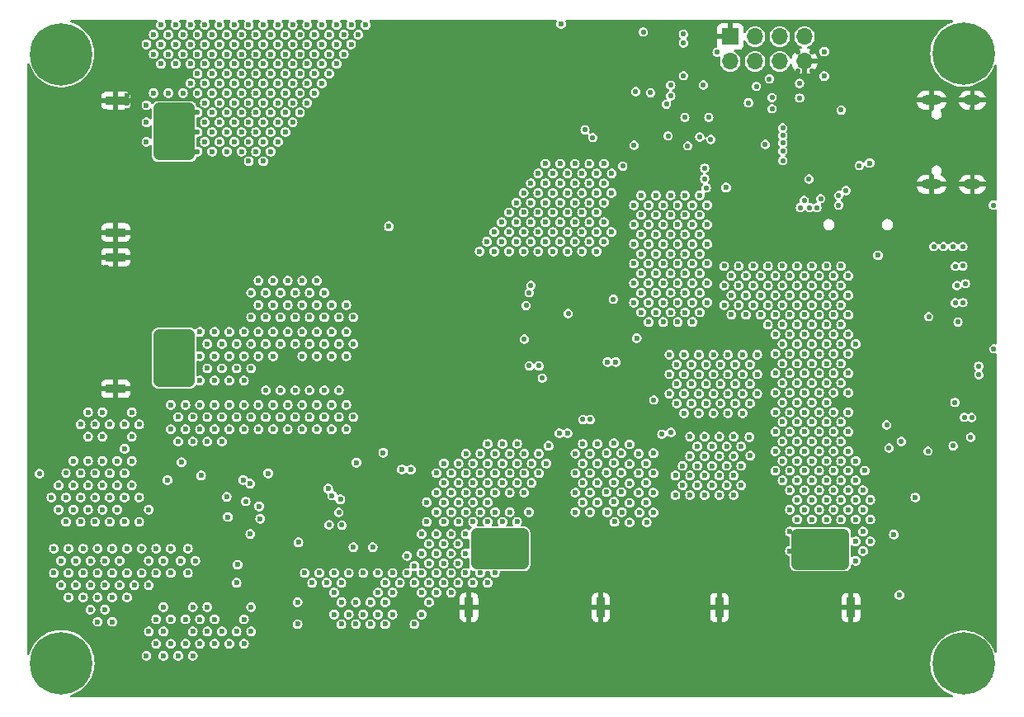
<source format=gbr>
%TF.GenerationSoftware,KiCad,Pcbnew,8.0.5*%
%TF.CreationDate,2024-12-17T17:43:04+01:00*%
%TF.ProjectId,ElonMux,456c6f6e-4d75-4782-9e6b-696361645f70,1.1*%
%TF.SameCoordinates,Original*%
%TF.FileFunction,Copper,L2,Inr*%
%TF.FilePolarity,Positive*%
%FSLAX46Y46*%
G04 Gerber Fmt 4.6, Leading zero omitted, Abs format (unit mm)*
G04 Created by KiCad (PCBNEW 8.0.5) date 2024-12-17 17:43:04*
%MOMM*%
%LPD*%
G01*
G04 APERTURE LIST*
G04 Aperture macros list*
%AMRoundRect*
0 Rectangle with rounded corners*
0 $1 Rounding radius*
0 $2 $3 $4 $5 $6 $7 $8 $9 X,Y pos of 4 corners*
0 Add a 4 corners polygon primitive as box body*
4,1,4,$2,$3,$4,$5,$6,$7,$8,$9,$2,$3,0*
0 Add four circle primitives for the rounded corners*
1,1,$1+$1,$2,$3*
1,1,$1+$1,$4,$5*
1,1,$1+$1,$6,$7*
1,1,$1+$1,$8,$9*
0 Add four rect primitives between the rounded corners*
20,1,$1+$1,$2,$3,$4,$5,0*
20,1,$1+$1,$4,$5,$6,$7,0*
20,1,$1+$1,$6,$7,$8,$9,0*
20,1,$1+$1,$8,$9,$2,$3,0*%
G04 Aperture macros list end*
%TA.AperFunction,ComponentPad*%
%ADD10C,0.550000*%
%TD*%
%TA.AperFunction,ComponentPad*%
%ADD11RoundRect,0.415000X2.510000X1.660000X-2.510000X1.660000X-2.510000X-1.660000X2.510000X-1.660000X0*%
%TD*%
%TA.AperFunction,ComponentPad*%
%ADD12R,0.900000X2.000000*%
%TD*%
%TA.AperFunction,ComponentPad*%
%ADD13RoundRect,0.415000X1.660000X-2.510000X1.660000X2.510000X-1.660000X2.510000X-1.660000X-2.510000X0*%
%TD*%
%TA.AperFunction,ComponentPad*%
%ADD14RoundRect,0.090000X0.910000X-0.360000X0.910000X0.360000X-0.910000X0.360000X-0.910000X-0.360000X0*%
%TD*%
%TA.AperFunction,ComponentPad*%
%ADD15O,2.100000X1.000000*%
%TD*%
%TA.AperFunction,ComponentPad*%
%ADD16O,1.800000X1.000000*%
%TD*%
%TA.AperFunction,ComponentPad*%
%ADD17C,0.800000*%
%TD*%
%TA.AperFunction,ComponentPad*%
%ADD18C,6.400000*%
%TD*%
%TA.AperFunction,ComponentPad*%
%ADD19RoundRect,0.090000X0.360000X0.910000X-0.360000X0.910000X-0.360000X-0.910000X0.360000X-0.910000X0*%
%TD*%
%TA.AperFunction,ComponentPad*%
%ADD20R,2.000000X0.900000*%
%TD*%
%TA.AperFunction,ComponentPad*%
%ADD21R,1.700000X1.700000*%
%TD*%
%TA.AperFunction,ComponentPad*%
%ADD22O,1.700000X1.700000*%
%TD*%
%TA.AperFunction,ViaPad*%
%ADD23C,0.550000*%
%TD*%
%TA.AperFunction,ViaPad*%
%ADD24C,0.600000*%
%TD*%
G04 APERTURE END LIST*
D10*
%TO.N,GND*%
%TO.C,J504*%
X190575000Y-110828957D03*
X190575000Y-110318957D03*
X190575000Y-109808957D03*
X190575000Y-109298957D03*
X190575000Y-108788957D03*
X190575000Y-108278957D03*
X190575000Y-107768957D03*
X190125000Y-111083957D03*
X190125000Y-110573957D03*
X190125000Y-110063957D03*
X190125000Y-109553957D03*
X190125000Y-109043957D03*
X190125000Y-108533957D03*
X190125000Y-108023957D03*
X190125000Y-107513957D03*
X189675000Y-110828957D03*
X189675000Y-110318957D03*
X189675000Y-109808957D03*
X189675000Y-109298957D03*
X189675000Y-108788957D03*
X189675000Y-108278957D03*
X189675000Y-107768957D03*
X189225000Y-111083957D03*
X189225000Y-110573957D03*
X189225000Y-108023957D03*
X189225000Y-107513957D03*
X188775000Y-110828957D03*
X188775000Y-107768957D03*
X188325000Y-111083957D03*
X188325000Y-107513957D03*
D11*
X187945000Y-109298957D03*
D10*
X187565000Y-111083957D03*
X187565000Y-107513957D03*
X187115000Y-110828957D03*
X187115000Y-107768957D03*
X186665000Y-111083957D03*
X186665000Y-110573957D03*
X186665000Y-108023957D03*
X186665000Y-107513957D03*
X186215000Y-110828957D03*
X186215000Y-110318957D03*
X186215000Y-109808957D03*
X186215000Y-109298957D03*
X186215000Y-108788957D03*
X186215000Y-108278957D03*
X186215000Y-107768957D03*
X185765000Y-111083957D03*
X185765000Y-110573957D03*
X185765000Y-110063957D03*
X185765000Y-109553957D03*
X185765000Y-109043957D03*
X185765000Y-108533957D03*
X185765000Y-108023957D03*
X185765000Y-107513957D03*
X185315000Y-110828957D03*
X185315000Y-110318957D03*
X185315000Y-109808957D03*
X185315000Y-109298957D03*
X185315000Y-108788957D03*
X185315000Y-108278957D03*
X185315000Y-107768957D03*
%TO.N,/Project Architecture/Power - Generation/+VOUT*%
X197775000Y-110828957D03*
X197775000Y-110318957D03*
X197775000Y-109808957D03*
X197775000Y-109298957D03*
X197775000Y-108788957D03*
X197775000Y-108278957D03*
X197775000Y-107768957D03*
X197325000Y-111083957D03*
X197325000Y-110573957D03*
X197325000Y-110063957D03*
X197325000Y-109553957D03*
X197325000Y-109043957D03*
X197325000Y-108533957D03*
X197325000Y-108023957D03*
X197325000Y-107513957D03*
X196875000Y-110828957D03*
X196875000Y-110318957D03*
X196875000Y-109808957D03*
X196875000Y-109298957D03*
X196875000Y-108788957D03*
X196875000Y-108278957D03*
X196875000Y-107768957D03*
X196425000Y-111083957D03*
X196425000Y-110573957D03*
X196425000Y-108023957D03*
X196425000Y-107513957D03*
X195975000Y-110828957D03*
X195975000Y-107768957D03*
X195525000Y-111083957D03*
X195525000Y-107513957D03*
D11*
X195145000Y-109298957D03*
D10*
X194765000Y-111083957D03*
X194765000Y-107513957D03*
X194315000Y-110828957D03*
X194315000Y-107768957D03*
X193865000Y-111083957D03*
X193865000Y-110573957D03*
X193865000Y-108023957D03*
X193865000Y-107513957D03*
X193415000Y-110828957D03*
X193415000Y-110318957D03*
X193415000Y-109808957D03*
X193415000Y-109298957D03*
X193415000Y-108788957D03*
X193415000Y-108278957D03*
X193415000Y-107768957D03*
X192965000Y-111083957D03*
X192965000Y-110573957D03*
X192965000Y-110063957D03*
X192965000Y-109553957D03*
X192965000Y-109043957D03*
X192965000Y-108533957D03*
X192965000Y-108023957D03*
X192965000Y-107513957D03*
X192515000Y-110828957D03*
X192515000Y-110318957D03*
X192515000Y-109808957D03*
X192515000Y-109298957D03*
X192515000Y-108788957D03*
X192515000Y-108278957D03*
X192515000Y-107768957D03*
D12*
%TO.N,GND*%
X198295000Y-115298957D03*
X184795000Y-115298957D03*
%TD*%
D10*
%TO.N,GND*%
%TO.C,J503*%
X127320000Y-76280000D03*
X127830000Y-76280000D03*
X128340000Y-76280000D03*
X128850000Y-76280000D03*
X129360000Y-76280000D03*
X129870000Y-76280000D03*
X130380000Y-76280000D03*
X127065000Y-75830000D03*
X127575000Y-75830000D03*
X128085000Y-75830000D03*
X128595000Y-75830000D03*
X129105000Y-75830000D03*
X129615000Y-75830000D03*
X130125000Y-75830000D03*
X130635000Y-75830000D03*
X127320000Y-75380000D03*
X127830000Y-75380000D03*
X128340000Y-75380000D03*
X128850000Y-75380000D03*
X129360000Y-75380000D03*
X129870000Y-75380000D03*
X130380000Y-75380000D03*
X127065000Y-74930000D03*
X127575000Y-74930000D03*
X130125000Y-74930000D03*
X130635000Y-74930000D03*
X127320000Y-74480000D03*
X130380000Y-74480000D03*
X127065000Y-74030000D03*
X130635000Y-74030000D03*
D13*
X128850000Y-73650000D03*
D10*
X127065000Y-73270000D03*
X130635000Y-73270000D03*
X127320000Y-72820000D03*
X130380000Y-72820000D03*
X127065000Y-72370000D03*
X127575000Y-72370000D03*
X130125000Y-72370000D03*
X130635000Y-72370000D03*
X127320000Y-71920000D03*
X127830000Y-71920000D03*
X128340000Y-71920000D03*
X128850000Y-71920000D03*
X129360000Y-71920000D03*
X129870000Y-71920000D03*
X130380000Y-71920000D03*
X127065000Y-71470000D03*
X127575000Y-71470000D03*
X128085000Y-71470000D03*
X128595000Y-71470000D03*
X129105000Y-71470000D03*
X129615000Y-71470000D03*
X130125000Y-71470000D03*
X130635000Y-71470000D03*
X127320000Y-71020000D03*
X127830000Y-71020000D03*
X128340000Y-71020000D03*
X128850000Y-71020000D03*
X129360000Y-71020000D03*
X129870000Y-71020000D03*
X130380000Y-71020000D03*
%TO.N,/Project Architecture/Power - Power Path/+VBAT*%
X127320000Y-69080000D03*
X127830000Y-69080000D03*
X128340000Y-69080000D03*
X128850000Y-69080000D03*
X129360000Y-69080000D03*
X129870000Y-69080000D03*
X130380000Y-69080000D03*
X127065000Y-68630000D03*
X127575000Y-68630000D03*
X128085000Y-68630000D03*
X128595000Y-68630000D03*
X129105000Y-68630000D03*
X129615000Y-68630000D03*
X130125000Y-68630000D03*
X130635000Y-68630000D03*
X127320000Y-68180000D03*
X127830000Y-68180000D03*
X128340000Y-68180000D03*
X128850000Y-68180000D03*
X129360000Y-68180000D03*
X129870000Y-68180000D03*
X130380000Y-68180000D03*
X127065000Y-67730000D03*
X127575000Y-67730000D03*
X130125000Y-67730000D03*
X130635000Y-67730000D03*
X127320000Y-67280000D03*
X130380000Y-67280000D03*
X127065000Y-66830000D03*
X130635000Y-66830000D03*
D13*
X128850000Y-66450000D03*
D10*
X127065000Y-66070000D03*
X130635000Y-66070000D03*
X127320000Y-65620000D03*
X130380000Y-65620000D03*
X127065000Y-65170000D03*
X127575000Y-65170000D03*
X130125000Y-65170000D03*
X130635000Y-65170000D03*
X127320000Y-64720000D03*
X127830000Y-64720000D03*
X128340000Y-64720000D03*
X128850000Y-64720000D03*
X129360000Y-64720000D03*
X129870000Y-64720000D03*
X130380000Y-64720000D03*
X127065000Y-64270000D03*
X127575000Y-64270000D03*
X128085000Y-64270000D03*
X128595000Y-64270000D03*
X129105000Y-64270000D03*
X129615000Y-64270000D03*
X130125000Y-64270000D03*
X130635000Y-64270000D03*
X127320000Y-63820000D03*
X127830000Y-63820000D03*
X128340000Y-63820000D03*
X128850000Y-63820000D03*
X129360000Y-63820000D03*
X129870000Y-63820000D03*
X130380000Y-63820000D03*
D14*
%TO.N,GND*%
X122850000Y-76800000D03*
X122850000Y-63300000D03*
%TD*%
D15*
%TO.N,GND*%
%TO.C,J1002*%
X206570000Y-71870000D03*
X206570000Y-63230000D03*
D16*
X210750000Y-71870000D03*
X210750000Y-63230000D03*
%TD*%
D17*
%TO.N,Net-(C1203-Pad1)*%
%TO.C,H1203*%
X207427944Y-121052944D03*
X208130888Y-119355888D03*
X208130888Y-122750000D03*
X209827944Y-118652944D03*
D18*
X209827944Y-121052944D03*
D17*
X209827944Y-123452944D03*
X211525000Y-119355888D03*
X211525000Y-122750000D03*
X212227944Y-121052944D03*
%TD*%
D10*
%TO.N,GND*%
%TO.C,J501*%
X172081394Y-110810000D03*
X172081394Y-110300000D03*
X172081394Y-109790000D03*
X172081394Y-109280000D03*
X172081394Y-108770000D03*
X172081394Y-108260000D03*
X172081394Y-107750000D03*
X171631394Y-111065000D03*
X171631394Y-110555000D03*
X171631394Y-110045000D03*
X171631394Y-109535000D03*
X171631394Y-109025000D03*
X171631394Y-108515000D03*
X171631394Y-108005000D03*
X171631394Y-107495000D03*
X171181394Y-110810000D03*
X171181394Y-110300000D03*
X171181394Y-109790000D03*
X171181394Y-109280000D03*
X171181394Y-108770000D03*
X171181394Y-108260000D03*
X171181394Y-107750000D03*
X170731394Y-111065000D03*
X170731394Y-110555000D03*
X170731394Y-108005000D03*
X170731394Y-107495000D03*
X170281394Y-110810000D03*
X170281394Y-107750000D03*
X169831394Y-111065000D03*
X169831394Y-107495000D03*
D11*
X169451394Y-109280000D03*
D10*
X169071394Y-111065000D03*
X169071394Y-107495000D03*
X168621394Y-110810000D03*
X168621394Y-107750000D03*
X168171394Y-111065000D03*
X168171394Y-110555000D03*
X168171394Y-108005000D03*
X168171394Y-107495000D03*
X167721394Y-110810000D03*
X167721394Y-110300000D03*
X167721394Y-109790000D03*
X167721394Y-109280000D03*
X167721394Y-108770000D03*
X167721394Y-108260000D03*
X167721394Y-107750000D03*
X167271394Y-111065000D03*
X167271394Y-110555000D03*
X167271394Y-110045000D03*
X167271394Y-109535000D03*
X167271394Y-109025000D03*
X167271394Y-108515000D03*
X167271394Y-108005000D03*
X167271394Y-107495000D03*
X166821394Y-110810000D03*
X166821394Y-110300000D03*
X166821394Y-109790000D03*
X166821394Y-109280000D03*
X166821394Y-108770000D03*
X166821394Y-108260000D03*
X166821394Y-107750000D03*
%TO.N,+VSUPPLY*%
X164881394Y-110810000D03*
X164881394Y-110300000D03*
X164881394Y-109790000D03*
X164881394Y-109280000D03*
X164881394Y-108770000D03*
X164881394Y-108260000D03*
X164881394Y-107750000D03*
X164431394Y-111065000D03*
X164431394Y-110555000D03*
X164431394Y-110045000D03*
X164431394Y-109535000D03*
X164431394Y-109025000D03*
X164431394Y-108515000D03*
X164431394Y-108005000D03*
X164431394Y-107495000D03*
X163981394Y-110810000D03*
X163981394Y-110300000D03*
X163981394Y-109790000D03*
X163981394Y-109280000D03*
X163981394Y-108770000D03*
X163981394Y-108260000D03*
X163981394Y-107750000D03*
X163531394Y-111065000D03*
X163531394Y-110555000D03*
X163531394Y-108005000D03*
X163531394Y-107495000D03*
X163081394Y-110810000D03*
X163081394Y-107750000D03*
X162631394Y-111065000D03*
X162631394Y-107495000D03*
D11*
X162251394Y-109280000D03*
D10*
X161871394Y-111065000D03*
X161871394Y-107495000D03*
X161421394Y-110810000D03*
X161421394Y-107750000D03*
X160971394Y-111065000D03*
X160971394Y-110555000D03*
X160971394Y-108005000D03*
X160971394Y-107495000D03*
X160521394Y-110810000D03*
X160521394Y-110300000D03*
X160521394Y-109790000D03*
X160521394Y-109280000D03*
X160521394Y-108770000D03*
X160521394Y-108260000D03*
X160521394Y-107750000D03*
X160071394Y-111065000D03*
X160071394Y-110555000D03*
X160071394Y-110045000D03*
X160071394Y-109535000D03*
X160071394Y-109025000D03*
X160071394Y-108515000D03*
X160071394Y-108005000D03*
X160071394Y-107495000D03*
X159621394Y-110810000D03*
X159621394Y-110300000D03*
X159621394Y-109790000D03*
X159621394Y-109280000D03*
X159621394Y-108770000D03*
X159621394Y-108260000D03*
X159621394Y-107750000D03*
D19*
%TO.N,GND*%
X172601394Y-115280000D03*
X159101394Y-115280000D03*
%TD*%
D17*
%TO.N,Net-(C1202-Pad1)*%
%TO.C,H1202*%
X114862500Y-121000000D03*
X115565444Y-119302944D03*
X115565444Y-122697056D03*
X117262500Y-118600000D03*
D18*
X117262500Y-121000000D03*
D17*
X117262500Y-123400000D03*
X118959556Y-119302944D03*
X118959556Y-122697056D03*
X119662500Y-121000000D03*
%TD*%
%TO.N,Net-(C1201-Pad1)*%
%TO.C,H1201*%
X207427944Y-58447056D03*
X208130888Y-56750000D03*
X208130888Y-60144112D03*
X209827944Y-56047056D03*
D18*
X209827944Y-58447056D03*
D17*
X209827944Y-60847056D03*
X211525000Y-56750000D03*
X211525000Y-60144112D03*
X212227944Y-58447056D03*
%TD*%
D10*
%TO.N,GND*%
%TO.C,J502*%
X127320000Y-85130000D03*
X127830000Y-85130000D03*
X128340000Y-85130000D03*
X128850000Y-85130000D03*
X129360000Y-85130000D03*
X129870000Y-85130000D03*
X130380000Y-85130000D03*
X127065000Y-84680000D03*
X127575000Y-84680000D03*
X128085000Y-84680000D03*
X128595000Y-84680000D03*
X129105000Y-84680000D03*
X129615000Y-84680000D03*
X130125000Y-84680000D03*
X130635000Y-84680000D03*
X127320000Y-84230000D03*
X127830000Y-84230000D03*
X128340000Y-84230000D03*
X128850000Y-84230000D03*
X129360000Y-84230000D03*
X129870000Y-84230000D03*
X130380000Y-84230000D03*
X127065000Y-83780000D03*
X127575000Y-83780000D03*
X130125000Y-83780000D03*
X130635000Y-83780000D03*
X127320000Y-83330000D03*
X130380000Y-83330000D03*
X127065000Y-82880000D03*
X130635000Y-82880000D03*
D13*
X128850000Y-82500000D03*
D10*
X127065000Y-82120000D03*
X130635000Y-82120000D03*
X127320000Y-81670000D03*
X130380000Y-81670000D03*
X127065000Y-81220000D03*
X127575000Y-81220000D03*
X130125000Y-81220000D03*
X130635000Y-81220000D03*
X127320000Y-80770000D03*
X127830000Y-80770000D03*
X128340000Y-80770000D03*
X128850000Y-80770000D03*
X129360000Y-80770000D03*
X129870000Y-80770000D03*
X130380000Y-80770000D03*
X127065000Y-80320000D03*
X127575000Y-80320000D03*
X128085000Y-80320000D03*
X128595000Y-80320000D03*
X129105000Y-80320000D03*
X129615000Y-80320000D03*
X130125000Y-80320000D03*
X130635000Y-80320000D03*
X127320000Y-79870000D03*
X127830000Y-79870000D03*
X128340000Y-79870000D03*
X128850000Y-79870000D03*
X129360000Y-79870000D03*
X129870000Y-79870000D03*
X130380000Y-79870000D03*
%TO.N,/Project Architecture/Power - Charger/+VCHARGE_O*%
X127320000Y-92330000D03*
X127830000Y-92330000D03*
X128340000Y-92330000D03*
X128850000Y-92330000D03*
X129360000Y-92330000D03*
X129870000Y-92330000D03*
X130380000Y-92330000D03*
X127065000Y-91880000D03*
X127575000Y-91880000D03*
X128085000Y-91880000D03*
X128595000Y-91880000D03*
X129105000Y-91880000D03*
X129615000Y-91880000D03*
X130125000Y-91880000D03*
X130635000Y-91880000D03*
X127320000Y-91430000D03*
X127830000Y-91430000D03*
X128340000Y-91430000D03*
X128850000Y-91430000D03*
X129360000Y-91430000D03*
X129870000Y-91430000D03*
X130380000Y-91430000D03*
X127065000Y-90980000D03*
X127575000Y-90980000D03*
X130125000Y-90980000D03*
X130635000Y-90980000D03*
X127320000Y-90530000D03*
X130380000Y-90530000D03*
X127065000Y-90080000D03*
X130635000Y-90080000D03*
D13*
X128850000Y-89700000D03*
D10*
X127065000Y-89320000D03*
X130635000Y-89320000D03*
X127320000Y-88870000D03*
X130380000Y-88870000D03*
X127065000Y-88420000D03*
X127575000Y-88420000D03*
X130125000Y-88420000D03*
X130635000Y-88420000D03*
X127320000Y-87970000D03*
X127830000Y-87970000D03*
X128340000Y-87970000D03*
X128850000Y-87970000D03*
X129360000Y-87970000D03*
X129870000Y-87970000D03*
X130380000Y-87970000D03*
X127065000Y-87520000D03*
X127575000Y-87520000D03*
X128085000Y-87520000D03*
X128595000Y-87520000D03*
X129105000Y-87520000D03*
X129615000Y-87520000D03*
X130125000Y-87520000D03*
X130635000Y-87520000D03*
X127320000Y-87070000D03*
X127830000Y-87070000D03*
X128340000Y-87070000D03*
X128850000Y-87070000D03*
X129360000Y-87070000D03*
X129870000Y-87070000D03*
X130380000Y-87070000D03*
D20*
%TO.N,GND*%
X122850000Y-92850000D03*
X122850000Y-79350000D03*
%TD*%
D21*
%TO.N,GND*%
%TO.C,J1003*%
X185905000Y-56710000D03*
D22*
%TO.N,/Project Architecture/Interface - Connectors/U0TXD_C*%
X185905000Y-59250000D03*
%TO.N,/Project Architecture/Interface - Connectors/GPIO37*%
X188445000Y-56710000D03*
%TO.N,/Project Architecture/Interface - Connectors/U0RXD_C*%
X188445000Y-59250000D03*
%TO.N,/Project Architecture/Interface - Connectors/GPIO35*%
X190985000Y-56710000D03*
%TO.N,/Project Architecture/Interface - Connectors/GPIO36*%
X190985000Y-59250000D03*
%TO.N,+3V3*%
X193525000Y-56710000D03*
%TO.N,GND*%
X193525000Y-59250000D03*
%TD*%
D17*
%TO.N,Net-(C1204-Pad1)*%
%TO.C,H1204*%
X114847056Y-58497056D03*
X115550000Y-56800000D03*
X115550000Y-60194112D03*
X117247056Y-56097056D03*
D18*
X117247056Y-58497056D03*
D17*
X117247056Y-60897056D03*
X118944112Y-56800000D03*
X118944112Y-60194112D03*
X119647056Y-58497056D03*
%TD*%
D23*
%TO.N,/Project Architecture/Power - Generation/PVIN2*%
X211400000Y-90525000D03*
D24*
%TO.N,GND*%
X203675000Y-81475000D03*
X204400000Y-81925000D03*
D23*
X205700000Y-91875000D03*
D24*
X204200000Y-87725000D03*
X204975000Y-87725000D03*
X203450000Y-90000000D03*
X203450000Y-89250000D03*
%TO.N,+3V3*%
X168550000Y-55410000D03*
X149207500Y-109092500D03*
D23*
X177723047Y-62468433D03*
D24*
X195550000Y-60750000D03*
D23*
X181100000Y-60725000D03*
X176200000Y-62350000D03*
D24*
X204900000Y-104000000D03*
D23*
X206275000Y-85450000D03*
X182775000Y-67000000D03*
X206200000Y-99250000D03*
D24*
X200200000Y-69675000D03*
X150300000Y-99400000D03*
X201075000Y-79150000D03*
X195550000Y-58250000D03*
D23*
X179350000Y-63650000D03*
D24*
%TO.N,GND*%
X173425000Y-107900000D03*
X167275000Y-105150000D03*
X171625000Y-94350000D03*
D23*
X201450000Y-98281587D03*
D24*
X131200000Y-121850000D03*
X171175000Y-113250000D03*
X120850000Y-69900000D03*
X146000000Y-78350000D03*
X135100000Y-78100000D03*
X195250000Y-121250000D03*
D23*
X200275000Y-64250000D03*
D24*
X170425000Y-113250000D03*
X125500000Y-71800000D03*
X190625000Y-106150000D03*
X135000000Y-71950000D03*
X134250000Y-70500000D03*
D23*
X211750000Y-99200000D03*
D24*
X188525000Y-103200000D03*
X154500000Y-98500000D03*
D23*
X200350000Y-73250000D03*
D24*
X124000000Y-89550000D03*
X135000000Y-83450000D03*
X150500000Y-93500000D03*
X132200000Y-82700000D03*
X187850000Y-104775000D03*
X183975000Y-112500000D03*
X125500000Y-80600000D03*
X135100000Y-81950000D03*
X118850000Y-73400000D03*
X159325000Y-96850000D03*
X189200000Y-103200000D03*
X186875000Y-106150000D03*
X190725000Y-112500000D03*
X123800000Y-122300000D03*
X124000000Y-88100000D03*
X185300000Y-77750000D03*
X154550000Y-100750000D03*
X169500000Y-117300000D03*
X124000000Y-65050000D03*
X134350000Y-120700000D03*
X145750000Y-108750000D03*
X171175000Y-112500000D03*
X115900000Y-80350000D03*
X158275000Y-85750000D03*
X133600000Y-76450000D03*
D23*
X204025000Y-62000000D03*
D24*
X183475000Y-107500000D03*
X133600000Y-79700000D03*
X114100000Y-111400000D03*
X168025000Y-106000000D03*
X187625000Y-106150000D03*
X202775000Y-68700000D03*
D23*
X199775000Y-98000000D03*
D24*
X124000000Y-85850000D03*
X120900000Y-82350000D03*
X124750000Y-71050000D03*
X132950000Y-120700000D03*
X163975000Y-94750000D03*
X119850000Y-75150000D03*
X129050000Y-78950000D03*
X212500000Y-69480000D03*
X183975000Y-111750000D03*
X167289986Y-90180000D03*
X124750000Y-86600000D03*
X146050000Y-81350000D03*
X156575000Y-98600000D03*
X184725000Y-108750000D03*
X138150000Y-117650000D03*
X208500000Y-109500000D03*
X162750000Y-62875000D03*
X170425000Y-112500000D03*
X173000000Y-121300000D03*
X197000000Y-124000000D03*
X201525000Y-106200000D03*
X121850000Y-75150000D03*
X126250000Y-84350000D03*
X138150000Y-113450000D03*
X156350000Y-116950000D03*
X119850000Y-64400000D03*
X124750000Y-84350000D03*
X124000000Y-87350000D03*
X154500000Y-88000000D03*
X136600000Y-99150000D03*
X124750000Y-91800000D03*
D23*
X200275000Y-62000000D03*
D24*
X154500000Y-124200000D03*
X137300000Y-71900000D03*
D23*
X199025000Y-73250000D03*
D24*
X153450000Y-104300000D03*
X154500000Y-89500000D03*
X132950000Y-124200000D03*
D23*
X203325000Y-101550000D03*
D24*
X161900000Y-59150000D03*
X203775000Y-121812500D03*
X124750000Y-60500000D03*
X134350000Y-78950000D03*
X124750000Y-88850000D03*
X114100000Y-100000000D03*
X147350000Y-110550000D03*
X188475000Y-112500000D03*
X183975000Y-110250000D03*
X170875000Y-93600000D03*
X132200000Y-83450000D03*
X166675000Y-113250000D03*
X211425000Y-101000000D03*
X164700000Y-112600000D03*
X139650000Y-113450000D03*
X126250000Y-76300000D03*
X132350000Y-121100000D03*
X198925000Y-112350000D03*
X142250000Y-122800000D03*
X114100000Y-96500000D03*
X168834658Y-103348041D03*
X151500000Y-120700000D03*
X150150000Y-110500000D03*
X151350000Y-119100000D03*
X201525000Y-111450000D03*
X114150000Y-80350000D03*
X155925000Y-99200000D03*
X184625000Y-106825000D03*
X160050000Y-97525000D03*
X178425000Y-107450000D03*
X134350000Y-74950000D03*
D23*
X194775000Y-68750000D03*
D24*
X115850000Y-71650000D03*
X124750000Y-69550000D03*
X172800000Y-109475000D03*
X132950000Y-123500000D03*
X150000000Y-85500000D03*
X135100000Y-75700000D03*
X146000000Y-109750000D03*
X114100000Y-100700000D03*
X162025000Y-85750000D03*
X124000000Y-83600000D03*
X174925000Y-107900000D03*
D23*
X192050000Y-78400000D03*
D24*
X116900000Y-78600000D03*
X130550000Y-77200000D03*
X115900000Y-91100000D03*
X169475000Y-83350000D03*
X162050000Y-84250000D03*
X124000000Y-68800000D03*
D23*
X204025000Y-62750000D03*
X170875000Y-95100000D03*
D24*
X150000000Y-87750000D03*
X124750000Y-65800000D03*
D23*
X203025000Y-76000000D03*
D24*
X183125000Y-106150000D03*
X124750000Y-85850000D03*
X194725000Y-112350000D03*
X154500000Y-122800000D03*
D23*
X204700000Y-95500000D03*
D24*
X117850000Y-64400000D03*
D23*
X187674766Y-67025000D03*
D24*
X168925000Y-111750000D03*
X184500000Y-121250000D03*
X197000000Y-122250000D03*
X169675000Y-113250000D03*
X151500000Y-121400000D03*
X133600000Y-70500000D03*
X189225000Y-112500000D03*
X114100000Y-95800000D03*
X125500000Y-72550000D03*
X211250000Y-111250000D03*
X132850000Y-76450000D03*
X125500000Y-81350000D03*
X117850000Y-71650000D03*
X193500000Y-116250000D03*
X207025000Y-116750000D03*
X145250000Y-120700000D03*
X120900000Y-78600000D03*
X114850000Y-62650000D03*
X166000000Y-123300000D03*
X136100000Y-71000000D03*
X116850000Y-69900000D03*
X198750000Y-119250000D03*
X132850000Y-78950000D03*
X148850000Y-89275000D03*
D23*
X205700000Y-95500000D03*
D24*
X141625000Y-104175000D03*
X132200000Y-84200000D03*
D23*
X211075000Y-83250000D03*
D24*
X185475000Y-111750000D03*
X165925000Y-111750000D03*
X154500000Y-95500000D03*
D23*
X200275000Y-65000000D03*
D24*
X201525000Y-80500000D03*
D23*
X195775000Y-68750000D03*
D24*
X172600000Y-112500000D03*
X203450000Y-87725000D03*
X124750000Y-63550000D03*
X119900000Y-91100000D03*
X132200000Y-84950000D03*
X114800000Y-96500000D03*
D23*
X195775000Y-67750000D03*
D24*
X124750000Y-64300000D03*
X191925000Y-112200000D03*
X118100000Y-116200000D03*
D23*
X203275000Y-62000000D03*
D24*
X145450000Y-80900000D03*
X138150000Y-114850000D03*
X189975000Y-112500000D03*
X121900000Y-84100000D03*
X115900000Y-87700000D03*
X131500000Y-71200000D03*
X132850000Y-73450000D03*
X133600000Y-78950000D03*
X128575000Y-105075000D03*
X189875000Y-106900000D03*
X131350000Y-81950000D03*
X162775000Y-85000000D03*
X124750000Y-85100000D03*
X124000000Y-86600000D03*
X153900000Y-102850000D03*
X161250000Y-81650000D03*
X193500000Y-122250000D03*
X138700000Y-78100000D03*
X133600000Y-73450000D03*
X132100000Y-78075000D03*
X163975000Y-93250000D03*
D23*
X211650000Y-85475000D03*
D24*
X139950000Y-111750000D03*
X168775000Y-101500000D03*
X140425000Y-103025000D03*
X154500000Y-97000000D03*
X168025000Y-106750000D03*
X120600000Y-118000000D03*
X139850000Y-117650000D03*
X141700000Y-78100000D03*
X126250000Y-74800000D03*
X171250000Y-116300000D03*
D23*
X209236977Y-99995103D03*
X206700000Y-96250000D03*
D24*
X138700000Y-75300000D03*
X186225000Y-112500000D03*
X118850000Y-62650000D03*
X174925000Y-108650000D03*
X124000000Y-72550000D03*
X126250000Y-74050000D03*
D23*
X184875000Y-70700000D03*
D24*
X197000000Y-116250000D03*
X168175000Y-111750000D03*
X134350000Y-81200000D03*
X132100000Y-75700000D03*
X134350000Y-73450000D03*
X157525000Y-85750000D03*
X155200000Y-99025000D03*
X131500000Y-84950000D03*
X114100000Y-108500000D03*
D23*
X180775000Y-70750000D03*
D24*
X114900000Y-89350000D03*
X124000000Y-74050000D03*
X187625000Y-106900000D03*
X171625000Y-92850000D03*
X201375000Y-103250000D03*
X160750000Y-55800000D03*
D23*
X188775000Y-64500000D03*
D24*
X201525000Y-109950000D03*
X121850000Y-64400000D03*
X141550000Y-75050000D03*
X152900000Y-106450000D03*
X120900000Y-92750000D03*
X167425000Y-113250000D03*
X130975000Y-105925000D03*
X121900000Y-80350000D03*
X130850000Y-70500000D03*
X175675000Y-107900000D03*
D23*
X192850000Y-58250000D03*
D24*
X161600000Y-57750000D03*
X124750000Y-71800000D03*
X151500000Y-123500000D03*
X171250000Y-124050000D03*
X117900000Y-84100000D03*
D23*
X199525000Y-65000000D03*
D24*
X174250000Y-96800000D03*
D23*
X165275000Y-91740000D03*
X199775000Y-84500000D03*
D24*
X148750000Y-110550000D03*
X125500000Y-75550000D03*
X148500000Y-90000000D03*
X167750000Y-120300000D03*
D23*
X191275000Y-78375000D03*
D24*
X135100000Y-81200000D03*
X171625000Y-93600000D03*
D23*
X204525000Y-77750000D03*
D24*
X124750000Y-74800000D03*
X169675000Y-111750000D03*
X188375000Y-106900000D03*
X169500000Y-123300000D03*
X185300000Y-78350000D03*
X201525000Y-104000000D03*
X188850000Y-102625000D03*
X130600000Y-78075000D03*
D23*
X202200000Y-100100000D03*
D24*
X126250000Y-82850000D03*
X131350000Y-82650000D03*
X114100000Y-109200000D03*
X167750000Y-124050000D03*
X130550000Y-78950000D03*
X124000000Y-88850000D03*
X203625000Y-65050000D03*
X150050000Y-95500000D03*
X149000000Y-86250000D03*
X141700000Y-76700000D03*
X115500000Y-94400000D03*
X145400000Y-77900000D03*
X167425000Y-111750000D03*
X132850000Y-79700000D03*
X161275000Y-84250000D03*
X138000000Y-119000000D03*
X162600000Y-62225000D03*
X153250000Y-105100000D03*
X184500000Y-117250000D03*
X120900000Y-89350000D03*
X114100000Y-107000000D03*
X166500000Y-105341994D03*
X173000000Y-123300000D03*
D23*
X192850000Y-60250000D03*
D24*
X189850000Y-103200000D03*
D23*
X201275000Y-68700000D03*
X199525000Y-62750000D03*
D24*
X150500000Y-88250000D03*
X119300000Y-117100000D03*
X154500000Y-97750000D03*
X149000000Y-87750000D03*
X137700000Y-119650000D03*
X197525000Y-112350000D03*
X171900000Y-111750000D03*
X145250000Y-122100000D03*
X132850000Y-74200000D03*
X133600000Y-82700000D03*
X204975000Y-86250000D03*
X121900000Y-87700000D03*
X114900000Y-78600000D03*
X139650000Y-115550000D03*
X159025000Y-85000000D03*
X168025000Y-105150000D03*
X201525000Y-104750000D03*
X126250000Y-85100000D03*
X184725000Y-112500000D03*
X133650000Y-120700000D03*
X205025000Y-82500000D03*
X169475000Y-80350000D03*
X148450000Y-83150000D03*
X138000000Y-72400000D03*
X114100000Y-102800000D03*
D23*
X212025000Y-80500000D03*
D24*
X142500000Y-80000000D03*
X150650000Y-119100000D03*
X183975000Y-108000000D03*
X168175000Y-113250000D03*
X178175000Y-123500000D03*
X134900000Y-70500000D03*
D23*
X206175000Y-100650000D03*
D24*
X166675000Y-111750000D03*
X124000000Y-64300000D03*
X120850000Y-62650000D03*
X122000000Y-122200000D03*
D23*
X200275000Y-63500000D03*
D24*
X114900000Y-85950000D03*
X124750000Y-56600000D03*
D23*
X164175000Y-89050000D03*
D24*
X128300000Y-77200000D03*
X124750000Y-87350000D03*
X124000000Y-73300000D03*
D23*
X201775000Y-62000000D03*
D24*
X154300000Y-101450000D03*
X183875000Y-106900000D03*
X134350000Y-74200000D03*
X145250000Y-110550000D03*
X203450000Y-86250000D03*
X124000000Y-91050000D03*
X135950000Y-122100000D03*
X193500000Y-120250000D03*
X142250000Y-120700000D03*
X132100000Y-77200000D03*
X188250000Y-119250000D03*
X191375000Y-112500000D03*
X149250000Y-119100000D03*
D23*
X196300000Y-70650000D03*
D24*
X159325000Y-96100000D03*
X160500000Y-122300000D03*
X172600000Y-111750000D03*
X158750000Y-123300000D03*
X183875000Y-106150000D03*
X147200000Y-79250000D03*
X126250000Y-71050000D03*
X132100000Y-81200000D03*
X149450000Y-110550000D03*
X149000000Y-85500000D03*
X148550000Y-119100000D03*
X125500000Y-76300000D03*
X139650000Y-114150000D03*
X136700000Y-71450000D03*
D23*
X200275000Y-62750000D03*
X211225000Y-94600000D03*
D24*
X205025000Y-84000000D03*
X161275000Y-85750000D03*
X121850000Y-68150000D03*
X146450000Y-119100000D03*
X201275000Y-102550000D03*
X125500000Y-83600000D03*
D23*
X194775000Y-66750000D03*
D24*
X135100000Y-74950000D03*
D23*
X165029865Y-86628595D03*
D24*
X122200000Y-55400000D03*
X144800000Y-77450000D03*
X149950000Y-119100000D03*
D23*
X205050000Y-84775000D03*
X204775000Y-62750000D03*
D24*
X193325000Y-112350000D03*
D23*
X201900000Y-73300000D03*
D24*
X138150000Y-114150000D03*
X118850000Y-69900000D03*
X116900000Y-89350000D03*
D23*
X188350000Y-78400000D03*
D24*
X185475000Y-112500000D03*
X212500000Y-63730000D03*
X209000000Y-65480000D03*
X170000000Y-60750000D03*
X183975000Y-109500000D03*
X135100000Y-80450000D03*
X178175000Y-122750000D03*
D23*
X205700000Y-97000000D03*
D24*
X185375000Y-105400000D03*
D23*
X186100000Y-78400000D03*
D24*
X128300000Y-78950000D03*
D23*
X184275000Y-69500000D03*
D24*
X164250000Y-122300000D03*
X168725000Y-81100000D03*
X200375000Y-100050000D03*
X168725000Y-80350000D03*
X160075000Y-95350000D03*
X160500000Y-120300000D03*
X124000000Y-71050000D03*
X138700000Y-76000000D03*
X160825000Y-96850000D03*
X145050000Y-119100000D03*
X114100000Y-99300000D03*
X188275000Y-75500000D03*
X161275000Y-85000000D03*
X124750000Y-81350000D03*
X135100000Y-78950000D03*
X143650000Y-119100000D03*
X125500000Y-85100000D03*
X128225000Y-103925000D03*
X154500000Y-100000000D03*
X186250000Y-122250000D03*
X185375000Y-106150000D03*
X186225000Y-111750000D03*
X200050735Y-99374265D03*
X115850000Y-68150000D03*
X160825000Y-96100000D03*
X169475000Y-81100000D03*
X132850000Y-75700000D03*
X168775000Y-106750000D03*
X184725000Y-109500000D03*
X186250000Y-116250000D03*
D23*
X202200000Y-100800000D03*
D24*
X135100000Y-76450000D03*
X114150000Y-91100000D03*
X162500000Y-123300000D03*
X142250000Y-123500000D03*
X175675000Y-108650000D03*
X161150000Y-56400000D03*
X154100000Y-102200000D03*
X128250000Y-122600000D03*
X159025000Y-84250000D03*
X117850000Y-68150000D03*
X210750000Y-64230000D03*
X140250000Y-80000000D03*
X147425000Y-101450000D03*
X191375000Y-111800000D03*
D23*
X202525000Y-62000000D03*
D24*
X170875000Y-92850000D03*
X185775000Y-76500000D03*
D23*
X202025000Y-77000000D03*
D24*
X203450000Y-88475000D03*
X184750000Y-78000000D03*
X195250000Y-117250000D03*
D23*
X189775000Y-78400000D03*
D24*
X187725000Y-111750000D03*
X167650000Y-103300000D03*
X172600000Y-113250000D03*
X187725000Y-112500000D03*
D23*
X202575000Y-101550000D03*
D24*
X114150000Y-84100000D03*
X114850000Y-66400000D03*
D23*
X168150000Y-96200000D03*
D24*
X163975000Y-96179003D03*
X166500000Y-106045997D03*
X124950000Y-55900000D03*
X201525000Y-108450000D03*
X166000000Y-117300000D03*
X160350000Y-55300000D03*
X135000000Y-73450000D03*
X133600000Y-78075000D03*
X114100000Y-114200000D03*
X149600000Y-81050000D03*
X146650000Y-110550000D03*
X151500000Y-124200000D03*
X190000000Y-120250000D03*
X126750000Y-122600000D03*
X154500000Y-85000000D03*
X199025000Y-79250000D03*
X163600000Y-113300000D03*
X135950000Y-120700000D03*
X177925000Y-108650000D03*
X118900000Y-82350000D03*
X114800000Y-94400000D03*
X135100000Y-79700000D03*
X153700000Y-103550000D03*
X172675000Y-108650000D03*
X124750000Y-70300000D03*
X190000000Y-124000000D03*
X124000000Y-84350000D03*
D23*
X168725000Y-83350000D03*
D24*
X147850000Y-82700000D03*
X141700000Y-77400000D03*
X154500000Y-86500000D03*
X144850000Y-80450000D03*
D23*
X192775000Y-68750000D03*
X205775000Y-78000000D03*
D24*
X154500000Y-92500000D03*
X211025000Y-79500000D03*
X131350000Y-78075000D03*
X133600000Y-74200000D03*
X130600000Y-122200000D03*
X183125000Y-105400000D03*
X195325000Y-61750000D03*
D23*
X174900000Y-69075000D03*
D24*
X188375000Y-106150000D03*
X166500000Y-106750000D03*
X140300000Y-118300000D03*
X192625000Y-112350000D03*
D23*
X204700000Y-97000000D03*
D24*
X126250000Y-72550000D03*
X125500000Y-74800000D03*
X169475000Y-81850000D03*
X154500000Y-85750000D03*
X135825000Y-80875000D03*
D23*
X199775000Y-83000000D03*
D24*
X161450000Y-57050000D03*
X125500000Y-74050000D03*
X153100000Y-105750000D03*
X190000000Y-122250000D03*
X150500000Y-89750000D03*
X124750000Y-68050000D03*
X131350000Y-74200000D03*
X181675000Y-106150000D03*
X124750000Y-59000000D03*
X115500000Y-95800000D03*
X184725000Y-108000000D03*
X132950000Y-122800000D03*
X157700000Y-115250000D03*
X124000000Y-85100000D03*
X131350000Y-77200000D03*
X155200000Y-99825000D03*
X137200000Y-120150000D03*
X198750000Y-121250000D03*
X150500000Y-85000000D03*
X139650000Y-116950000D03*
X205025000Y-57000000D03*
X168775000Y-105150000D03*
X117500000Y-115800000D03*
X117850000Y-75150000D03*
X150500000Y-91000000D03*
D23*
X212350000Y-97000000D03*
D24*
X184750000Y-78750000D03*
X161103073Y-114199561D03*
D23*
X186850000Y-78375000D03*
D24*
X137950000Y-80000000D03*
X199775000Y-81500000D03*
X190725000Y-111750000D03*
X170000000Y-62000000D03*
D23*
X180775000Y-71750000D03*
D24*
X152250000Y-108550000D03*
X207025000Y-115750000D03*
X135950000Y-121400000D03*
X124750000Y-58200000D03*
X158750000Y-121300000D03*
X132100000Y-74950000D03*
D23*
X207700000Y-96250000D03*
D24*
X132200000Y-71200000D03*
X198750000Y-123250000D03*
X144000000Y-80150000D03*
X131800000Y-121450000D03*
X132850000Y-74950000D03*
X114100000Y-115000000D03*
X183975000Y-108750000D03*
X166675000Y-112500000D03*
X145250000Y-123500000D03*
X142950000Y-119100000D03*
X125500000Y-69550000D03*
X132100000Y-74200000D03*
D23*
X199525000Y-62000000D03*
D24*
X184625000Y-105400000D03*
X184725000Y-110250000D03*
X185300000Y-74600000D03*
D23*
X210125000Y-99400000D03*
D24*
X124750000Y-68800000D03*
X159025000Y-85750000D03*
X174175000Y-108650000D03*
X124000000Y-62800000D03*
X154500000Y-93250000D03*
X134350000Y-79700000D03*
X202750000Y-110250000D03*
X178575000Y-108200000D03*
D23*
X166960268Y-93650000D03*
D24*
X161750000Y-58450000D03*
X170000000Y-58250000D03*
X179175000Y-121750000D03*
X125500000Y-84350000D03*
X201525000Y-106950000D03*
X144200000Y-77000000D03*
X141550000Y-119100000D03*
X142250000Y-122100000D03*
X186250000Y-124000000D03*
X143300000Y-80025000D03*
X150200000Y-81500000D03*
X204200000Y-86250000D03*
X141600000Y-103025000D03*
X118850000Y-66400000D03*
D23*
X198025000Y-78500000D03*
D24*
X167275000Y-106750000D03*
X151500000Y-122800000D03*
X145250000Y-124200000D03*
X186125000Y-105400000D03*
X114100000Y-97900000D03*
D23*
X187600000Y-78400000D03*
D24*
X161800000Y-114100000D03*
D23*
X212025000Y-81500000D03*
D24*
X119900000Y-87700000D03*
X126800000Y-78950000D03*
X181175000Y-122750000D03*
X118900000Y-78600000D03*
X185300000Y-75500000D03*
X189875000Y-106150000D03*
X150000000Y-87000000D03*
D23*
X202275000Y-84000000D03*
D24*
X124000000Y-63550000D03*
X209000000Y-63730000D03*
X118700000Y-116600000D03*
X114100000Y-102100000D03*
X138150000Y-116250000D03*
X117900000Y-87700000D03*
D23*
X184100000Y-57200000D03*
D24*
X124750000Y-62050000D03*
X116850000Y-73400000D03*
X204975000Y-87000000D03*
X147250000Y-82250000D03*
D23*
X200475000Y-68700000D03*
D24*
X126250000Y-70300000D03*
X118900000Y-85950000D03*
X169675000Y-112500000D03*
X114100000Y-97200000D03*
X145250000Y-122800000D03*
X160450000Y-114300000D03*
D23*
X195775000Y-66750000D03*
D24*
X119850000Y-68150000D03*
X129850000Y-78075000D03*
X200275000Y-65700000D03*
X189125000Y-106900000D03*
X170425000Y-111750000D03*
X184500000Y-123250000D03*
X151200000Y-109550000D03*
X201175000Y-101850000D03*
D23*
X199775000Y-97250000D03*
D24*
X201525000Y-110700000D03*
X120900000Y-85950000D03*
D23*
X202675000Y-65050000D03*
D24*
X142250000Y-119100000D03*
X114100000Y-104900000D03*
X149000000Y-87000000D03*
X171900000Y-112500000D03*
X118900000Y-89350000D03*
X210750000Y-66480000D03*
X203450000Y-87000000D03*
X114100000Y-110600000D03*
X172800000Y-110225000D03*
X124000000Y-69550000D03*
X124750000Y-62800000D03*
X127875000Y-105075000D03*
X114800000Y-97200000D03*
X170000000Y-63250000D03*
X135100000Y-74200000D03*
X169500000Y-119300000D03*
D23*
X194275000Y-60250000D03*
X164175000Y-89800000D03*
D24*
X168300000Y-102850000D03*
X167275000Y-106000000D03*
X188250000Y-117250000D03*
X131350000Y-80450000D03*
X124750000Y-82850000D03*
X138700000Y-74550000D03*
X119850000Y-71650000D03*
X160825000Y-95350000D03*
X132100000Y-78950000D03*
X127550000Y-77200000D03*
X164250000Y-116300000D03*
X150500000Y-92250000D03*
X138600000Y-72850000D03*
X114850000Y-73400000D03*
X124750000Y-73300000D03*
X115500000Y-95100000D03*
D23*
X184275000Y-66250000D03*
D24*
X126000000Y-122500000D03*
X154500000Y-94750000D03*
X114100000Y-117000000D03*
X171900000Y-113250000D03*
X171175000Y-111750000D03*
D23*
X205025000Y-76750000D03*
D24*
X120850000Y-66400000D03*
X160075000Y-96850000D03*
X159325000Y-97550000D03*
D23*
X199525000Y-63500000D03*
D24*
X143950000Y-99850000D03*
X195250000Y-123250000D03*
X115900000Y-84100000D03*
X210750000Y-68480000D03*
D23*
X177325000Y-91700000D03*
X211225000Y-93750000D03*
D24*
X194025000Y-112350000D03*
X153450000Y-119100000D03*
D23*
X198000000Y-60775000D03*
D24*
X132200000Y-72700000D03*
X125300000Y-55300000D03*
X155450000Y-118400000D03*
X147150000Y-119100000D03*
X136425000Y-80425000D03*
X128925000Y-105925000D03*
X204200000Y-87000000D03*
X173425000Y-108650000D03*
D23*
X203525000Y-77250000D03*
D24*
X125500000Y-79850000D03*
X165200000Y-113100000D03*
D23*
X192700000Y-75500000D03*
D24*
X133600000Y-77200000D03*
X168925000Y-112500000D03*
X138700000Y-76700000D03*
X116900000Y-85950000D03*
X157525000Y-85000000D03*
X132200000Y-71950000D03*
X161375000Y-93750000D03*
X154150000Y-119100000D03*
X121200000Y-55400000D03*
X181675000Y-105400000D03*
D23*
X205700000Y-96250000D03*
D24*
X206025000Y-57000000D03*
D23*
X184100000Y-56250000D03*
D24*
X132950000Y-70500000D03*
X165300000Y-112300000D03*
X124750000Y-91050000D03*
X118900000Y-92750000D03*
X191750000Y-123250000D03*
X186250000Y-120250000D03*
X162775000Y-84250000D03*
X121900000Y-91100000D03*
X187625000Y-105400000D03*
X164100000Y-112950000D03*
X160500000Y-116300000D03*
X131350000Y-76450000D03*
X170000000Y-57000000D03*
X126250000Y-79850000D03*
X150800000Y-81950000D03*
X166000000Y-119300000D03*
X142900000Y-76050000D03*
X158750000Y-117300000D03*
X183975000Y-111000000D03*
D23*
X190500000Y-78400000D03*
X193775000Y-67750000D03*
D24*
X176425000Y-107900000D03*
X139650000Y-114850000D03*
X185375000Y-106900000D03*
X135100000Y-77200000D03*
X114150000Y-87700000D03*
X131350000Y-73450000D03*
X132850000Y-78075000D03*
X209000000Y-69480000D03*
X197000000Y-120250000D03*
X139800000Y-73750000D03*
D23*
X190525000Y-73750000D03*
D24*
X154500000Y-87250000D03*
D23*
X179775000Y-70750000D03*
D24*
X124000000Y-82850000D03*
X149000000Y-88500000D03*
X204775000Y-122812500D03*
X114100000Y-71650000D03*
D23*
X194175000Y-78400000D03*
D24*
X114100000Y-105600000D03*
X131350000Y-83400000D03*
D23*
X203525000Y-70750000D03*
D24*
X121500000Y-121500000D03*
X165925000Y-113250000D03*
X121850000Y-71650000D03*
X186975000Y-111750000D03*
X201025000Y-101200000D03*
X116850000Y-76900000D03*
X127525000Y-105925000D03*
D23*
X212975000Y-96150000D03*
D24*
X163025000Y-113600000D03*
D23*
X201775000Y-62750000D03*
D24*
X132850000Y-81950000D03*
X114100000Y-112100000D03*
X180175000Y-121750000D03*
X174175000Y-107900000D03*
X143550000Y-76550000D03*
X114100000Y-101400000D03*
X138150000Y-115550000D03*
X181175000Y-123500000D03*
X162300000Y-60950000D03*
X131500000Y-70500000D03*
X151500000Y-122100000D03*
X138700000Y-77400000D03*
X172800000Y-110975000D03*
X157525000Y-84250000D03*
X141700000Y-76000000D03*
X144350000Y-119100000D03*
X188250000Y-121250000D03*
D23*
X212025000Y-79500000D03*
D24*
X163975000Y-94000000D03*
D23*
X187525000Y-57750000D03*
D24*
X116850000Y-66400000D03*
X190575000Y-105450000D03*
X121300000Y-118500000D03*
D23*
X194275000Y-58250000D03*
X211025000Y-80500000D03*
D24*
X134350000Y-81950000D03*
X162500000Y-121300000D03*
X193500000Y-124000000D03*
X131350000Y-72700000D03*
X168725000Y-81850000D03*
X157100000Y-115650000D03*
X170000000Y-59500000D03*
X184725000Y-111000000D03*
X132850000Y-81200000D03*
X172675000Y-107900000D03*
X116850000Y-62650000D03*
X124750000Y-74050000D03*
D23*
X206700000Y-97000000D03*
D24*
X131350000Y-79700000D03*
X170875000Y-86850000D03*
X205025000Y-83250000D03*
X122900000Y-122300000D03*
X195250000Y-119250000D03*
D23*
X201350000Y-92350000D03*
D24*
X146725000Y-101925000D03*
D23*
X204700000Y-96250000D03*
D24*
X115850000Y-64400000D03*
X124000000Y-67300000D03*
X124000000Y-66550000D03*
X154500000Y-120700000D03*
X204775000Y-123562500D03*
X124750000Y-88100000D03*
X190625000Y-106900000D03*
X203386765Y-94161765D03*
D23*
X193775000Y-68750000D03*
X201025000Y-62000000D03*
D24*
X166500000Y-104500000D03*
X148050000Y-110550000D03*
X124000000Y-68050000D03*
X160625000Y-93750000D03*
X132850000Y-80450000D03*
X196125000Y-112350000D03*
X142250000Y-121400000D03*
X121600000Y-119900000D03*
X162425000Y-113950000D03*
X135950000Y-124200000D03*
X202775000Y-121812500D03*
X114100000Y-104200000D03*
X146600000Y-78800000D03*
X132950000Y-121400000D03*
X148400000Y-80150000D03*
D23*
X199775000Y-83750000D03*
X204775000Y-62000000D03*
D24*
X141750000Y-80000000D03*
X125950000Y-78950000D03*
D23*
X202075000Y-68700000D03*
D24*
X116900000Y-82350000D03*
X170875000Y-88350000D03*
X167275000Y-104400000D03*
X133400000Y-107443000D03*
X201025000Y-65300000D03*
X168725000Y-82600000D03*
X180925000Y-106150000D03*
X162500000Y-117300000D03*
X119900000Y-84100000D03*
X211250000Y-104500000D03*
X154500000Y-91750000D03*
D23*
X208025000Y-100500000D03*
D24*
X168925000Y-113250000D03*
X162450000Y-61600000D03*
X188250000Y-123250000D03*
X184625000Y-106150000D03*
D23*
X173600000Y-84800000D03*
D24*
X126250000Y-82100000D03*
X124000000Y-82100000D03*
X184750000Y-77200000D03*
D23*
X204525000Y-71500000D03*
D24*
X132850000Y-82700000D03*
D23*
X187375000Y-66000000D03*
D24*
X138150000Y-118350000D03*
X137125000Y-80125000D03*
X154500000Y-121400000D03*
X147850000Y-119100000D03*
X171250000Y-120300000D03*
D23*
X192775000Y-78400000D03*
D24*
X132850000Y-77200000D03*
D23*
X193775000Y-66750000D03*
D24*
X126250000Y-73300000D03*
X116900000Y-92750000D03*
X121700000Y-119100000D03*
X131350000Y-78950000D03*
X125500000Y-82100000D03*
X124750000Y-65050000D03*
X125300000Y-122200000D03*
X170925000Y-86150000D03*
D23*
X194775000Y-67750000D03*
D24*
X161850000Y-81650000D03*
X141700000Y-78800000D03*
X141000000Y-80000000D03*
X130325000Y-105925000D03*
X134350000Y-76450000D03*
X140425000Y-105325000D03*
X128300000Y-78075000D03*
X135000000Y-82700000D03*
X167425000Y-112500000D03*
X187275000Y-75500000D03*
X152050000Y-119100000D03*
D23*
X193500000Y-78400000D03*
D24*
X135000000Y-72700000D03*
X114100000Y-64400000D03*
X159125000Y-93750000D03*
D23*
X196425000Y-75050000D03*
D24*
X125500000Y-73300000D03*
X212500000Y-65480000D03*
X138700000Y-73850000D03*
X184500000Y-119250000D03*
X132950000Y-122100000D03*
X177925000Y-107900000D03*
X188475000Y-111750000D03*
D23*
X199775000Y-98750000D03*
D24*
X138900000Y-99200000D03*
X140950000Y-74600000D03*
X135000000Y-84950000D03*
X166000000Y-121400000D03*
X173000000Y-119300000D03*
X191750000Y-121250000D03*
D23*
X212600000Y-98300000D03*
D24*
X181675000Y-106900000D03*
X115500000Y-96500000D03*
X127550000Y-78950000D03*
X132100000Y-81950000D03*
X199775000Y-82250000D03*
X131500000Y-84200000D03*
X171625000Y-95050000D03*
X177175000Y-108650000D03*
X168775000Y-106000000D03*
X158300000Y-84250000D03*
X199775000Y-80000000D03*
X114100000Y-116000000D03*
D23*
X184275000Y-64250000D03*
D24*
X154850000Y-118850000D03*
X124750000Y-82100000D03*
D23*
X212075000Y-84250000D03*
D24*
X191750000Y-117250000D03*
X126250000Y-80600000D03*
X145750000Y-119100000D03*
X131350000Y-81200000D03*
D23*
X186800000Y-73750000D03*
D24*
X183125000Y-106900000D03*
X140425000Y-104175000D03*
X114900000Y-82350000D03*
X159875000Y-93750000D03*
X160075000Y-96100000D03*
X156700000Y-116250000D03*
X154500000Y-99250000D03*
X209000000Y-71230000D03*
X171250000Y-122300000D03*
X134350000Y-77200000D03*
X133953578Y-107132632D03*
X142250000Y-75550000D03*
D23*
X180750000Y-69750000D03*
D24*
X132300000Y-70500000D03*
X149000000Y-84750000D03*
X125500000Y-70300000D03*
X209000000Y-67230000D03*
X129050000Y-78075000D03*
X134350000Y-82700000D03*
X115200000Y-97800000D03*
X117900000Y-80350000D03*
X145250000Y-121400000D03*
X207025000Y-114750000D03*
X135750000Y-99150000D03*
X114100000Y-68150000D03*
X126250000Y-83600000D03*
X173000000Y-117300000D03*
X129050000Y-77200000D03*
X134350000Y-75700000D03*
D23*
X195350000Y-70600000D03*
D24*
X151700000Y-109050000D03*
X135950000Y-122800000D03*
X201525000Y-109200000D03*
X136600000Y-120500000D03*
X139200000Y-73300000D03*
X126800000Y-77200000D03*
X140900000Y-118800000D03*
X160500000Y-124050000D03*
X183875000Y-105400000D03*
X158375000Y-93750000D03*
X124000000Y-90300000D03*
X137900000Y-111750000D03*
X119900000Y-80350000D03*
X176425000Y-108650000D03*
X150500000Y-97500000D03*
X146650000Y-81800000D03*
X125950000Y-77200000D03*
D23*
X207700000Y-95500000D03*
D24*
X186975000Y-112500000D03*
D23*
X193350000Y-70600000D03*
X179775000Y-71750000D03*
D24*
X182375000Y-105400000D03*
X186275000Y-75500000D03*
X152750000Y-119100000D03*
X208500000Y-102750000D03*
X196825000Y-112350000D03*
X138700000Y-80000000D03*
X154500000Y-90250000D03*
X139650000Y-116250000D03*
D23*
X194350000Y-70600000D03*
D24*
X148850000Y-83875000D03*
X152750000Y-107150000D03*
X126250000Y-71800000D03*
X124600000Y-122300000D03*
X119900000Y-117500000D03*
X141625000Y-105350000D03*
X114100000Y-98600000D03*
X154500000Y-123500000D03*
X145250000Y-109750000D03*
X132100000Y-76450000D03*
D23*
X204525000Y-70750000D03*
D24*
X169475000Y-82600000D03*
X124750000Y-57450000D03*
X163975000Y-95500000D03*
X129800000Y-78950000D03*
X199775000Y-80750000D03*
D23*
X176575000Y-91700000D03*
D24*
X182375000Y-106900000D03*
X189125000Y-106150000D03*
X170875000Y-94350000D03*
D23*
X189050000Y-78400000D03*
D24*
X180925000Y-106900000D03*
X124000000Y-71800000D03*
X114100000Y-113500000D03*
D23*
X202775000Y-64250000D03*
D24*
X135000000Y-84200000D03*
X114100000Y-75150000D03*
X201525000Y-105450000D03*
D23*
X189904934Y-72870066D03*
D24*
X198225000Y-112350000D03*
X164250000Y-124050000D03*
X154500000Y-88750000D03*
X184375000Y-107450000D03*
X150000000Y-86250000D03*
X126250000Y-75550000D03*
X115500000Y-97200000D03*
X158750000Y-119300000D03*
X129800000Y-77200000D03*
X182375000Y-106150000D03*
D23*
X203275000Y-62750000D03*
D24*
X114900000Y-92750000D03*
X184725000Y-111750000D03*
X147800000Y-79700000D03*
X177175000Y-107900000D03*
D23*
X206700000Y-95500000D03*
D24*
X132100000Y-80450000D03*
X159325000Y-95350000D03*
X132200000Y-73450000D03*
X128225000Y-105925000D03*
X180925000Y-105400000D03*
X168025000Y-104400000D03*
D23*
X179750000Y-69750000D03*
X201025000Y-62750000D03*
D24*
X114800000Y-95100000D03*
X167750000Y-116300000D03*
X162775000Y-85750000D03*
X134350000Y-80450000D03*
X132100000Y-79700000D03*
X121400000Y-120700000D03*
X114850000Y-69900000D03*
X154500000Y-94000000D03*
X134975957Y-101450000D03*
X135000000Y-71200000D03*
X200775000Y-80250000D03*
D23*
X211075000Y-84250000D03*
D24*
X138050000Y-99200000D03*
X191750000Y-119250000D03*
X125500000Y-71050000D03*
X118850000Y-76900000D03*
X133600000Y-81950000D03*
X138700000Y-78800000D03*
X114100000Y-95100000D03*
X126950000Y-70450000D03*
D23*
X206210258Y-93725000D03*
D24*
X165925000Y-112500000D03*
X163175000Y-63425000D03*
X170875000Y-87600000D03*
D23*
X187375000Y-74125000D03*
D24*
X140350000Y-74150000D03*
X120850000Y-76900000D03*
X186875000Y-105400000D03*
X138150000Y-116950000D03*
D23*
X176221993Y-57955000D03*
D24*
X201525000Y-107700000D03*
X188275000Y-76750000D03*
X168175000Y-112500000D03*
X200725000Y-100600000D03*
X169500000Y-121300000D03*
X198750000Y-117250000D03*
X124750000Y-66550000D03*
X114850000Y-76900000D03*
X168775000Y-102250000D03*
X154500000Y-122100000D03*
X194625000Y-61750000D03*
X131500000Y-71950000D03*
D23*
X199775000Y-96500000D03*
D24*
X195425000Y-112350000D03*
X114100000Y-112800000D03*
X152550000Y-107850000D03*
X114100000Y-94400000D03*
X139450000Y-80000000D03*
X154500000Y-91000000D03*
X124750000Y-89550000D03*
X135950000Y-123500000D03*
X124750000Y-83600000D03*
X168775000Y-104400000D03*
X150650000Y-110050000D03*
X145950000Y-110550000D03*
X162125000Y-93750000D03*
D23*
X202525000Y-62750000D03*
D24*
X186125000Y-106900000D03*
X155950000Y-117700000D03*
X199525000Y-65700000D03*
X123200000Y-55400000D03*
X128950000Y-122600000D03*
X135100000Y-120700000D03*
X201775000Y-123562500D03*
X114800000Y-95800000D03*
X212500000Y-67480000D03*
X189225000Y-111750000D03*
X124750000Y-90300000D03*
X124750000Y-67300000D03*
X126250000Y-81350000D03*
X149000000Y-80600000D03*
X131350000Y-75700000D03*
X124750000Y-72550000D03*
X114100000Y-106300000D03*
X131350000Y-74950000D03*
X190000000Y-116250000D03*
X114100000Y-103500000D03*
X186875000Y-106900000D03*
X142250000Y-124200000D03*
X129625000Y-105925000D03*
D23*
X209775000Y-87800000D03*
D24*
X125500000Y-82850000D03*
X117900000Y-91100000D03*
X124000000Y-70300000D03*
D23*
X207700000Y-97000000D03*
D24*
X154500000Y-96250000D03*
X189975000Y-111750000D03*
X124000000Y-65800000D03*
X167750000Y-122300000D03*
X120850000Y-73400000D03*
X114100000Y-109900000D03*
X186125000Y-106150000D03*
X201775000Y-122812500D03*
D23*
%TO.N,+VBUS*%
X212900000Y-74000000D03*
D24*
%TO.N,+VCHARGE*%
X146500000Y-94500000D03*
X134500000Y-97000000D03*
X142750000Y-95750000D03*
X129250000Y-95750000D03*
X139000000Y-97000000D03*
X147250000Y-95750000D03*
X144250000Y-95750000D03*
X145750000Y-93000000D03*
X141250000Y-95750000D03*
X140500000Y-97000000D03*
X133750000Y-98250000D03*
X142750000Y-93000000D03*
X143500000Y-94500000D03*
X133000000Y-94500000D03*
X130000000Y-94500000D03*
X129250000Y-98250000D03*
X130750000Y-95750000D03*
X139000000Y-94500000D03*
X128500000Y-97000000D03*
X133000000Y-97000000D03*
X146500000Y-97000000D03*
X142000000Y-94500000D03*
D23*
X138250000Y-93000000D03*
D24*
X132250000Y-98250000D03*
X134500000Y-94500000D03*
X145000000Y-97000000D03*
X130000000Y-97000000D03*
X137500000Y-97000000D03*
X128500000Y-94500000D03*
X131500000Y-97000000D03*
X130750000Y-98250000D03*
X140500000Y-94500000D03*
X136000000Y-97000000D03*
X131500000Y-94500000D03*
X133750000Y-95750000D03*
X145000000Y-94500000D03*
X137500000Y-94500000D03*
X144250000Y-93000000D03*
X132250000Y-95750000D03*
X139750000Y-95750000D03*
X145750000Y-95750000D03*
X136750000Y-95750000D03*
X136000000Y-94500000D03*
X135250000Y-95750000D03*
X141250000Y-93000000D03*
X139750000Y-93000000D03*
X138250000Y-95750000D03*
X142000000Y-97000000D03*
X143500000Y-97000000D03*
%TO.N,+VSUPPLY*%
X147500000Y-117000000D03*
X149750000Y-113750000D03*
X158000000Y-110750000D03*
X154250000Y-107750000D03*
X158775000Y-105500000D03*
X156525000Y-102500000D03*
X166275000Y-101500000D03*
X157275000Y-105500000D03*
X164025000Y-98500000D03*
X160275000Y-101500000D03*
X160275000Y-99500000D03*
X161775000Y-99500000D03*
X156525000Y-104500000D03*
X165250000Y-105500000D03*
X151250000Y-111750000D03*
X161025000Y-104500000D03*
X154250000Y-113750000D03*
X167275000Y-98700000D03*
X157250000Y-113750000D03*
X155750000Y-113750000D03*
X147500000Y-114750000D03*
X143750000Y-111750000D03*
X159525000Y-106500000D03*
X155775000Y-105500000D03*
X154775000Y-106500000D03*
X162525000Y-100500000D03*
X158025000Y-102500000D03*
X154250000Y-116000000D03*
X165525000Y-102500000D03*
X161775000Y-105500000D03*
X163275000Y-105500000D03*
X145250000Y-116000000D03*
X141500000Y-114750000D03*
X155775000Y-103500000D03*
X155000000Y-110750000D03*
X157275000Y-103500000D03*
X161025000Y-100500000D03*
X162525000Y-102500000D03*
X148250000Y-111750000D03*
X152000000Y-112750000D03*
X158775000Y-101500000D03*
X141500000Y-117000000D03*
X143000000Y-112750000D03*
X155750000Y-109750000D03*
X161025000Y-102500000D03*
X146000000Y-117000000D03*
X145250000Y-111750000D03*
X160250000Y-111750000D03*
X155750000Y-107750000D03*
X161025000Y-98500000D03*
X155750000Y-111750000D03*
X158775000Y-99500000D03*
X161775000Y-103500000D03*
X142250000Y-111750000D03*
X164025000Y-102500000D03*
X157275000Y-101500000D03*
X158000000Y-112750000D03*
X152750000Y-110000000D03*
X156500000Y-108750000D03*
X160275000Y-105500000D03*
X158750000Y-109750000D03*
X149000000Y-114750000D03*
X165525000Y-100500000D03*
X159500000Y-112750000D03*
X156525000Y-100500000D03*
X156525000Y-106500000D03*
X152750000Y-111750000D03*
X145250000Y-113750000D03*
X162525000Y-98500000D03*
X156500000Y-112750000D03*
X153500000Y-111000000D03*
X148250000Y-116000000D03*
X151250000Y-113750000D03*
X164025000Y-106500000D03*
X157250000Y-111750000D03*
X160275000Y-103500000D03*
X163275000Y-103500000D03*
X146750000Y-116000000D03*
X146000000Y-114750000D03*
X155775000Y-101500000D03*
X141600000Y-108600000D03*
X158750000Y-111750000D03*
X163275000Y-99500000D03*
X156500000Y-110750000D03*
X154250000Y-109750000D03*
X164775000Y-103500000D03*
X163275000Y-101500000D03*
X153500000Y-112750000D03*
X149750000Y-111750000D03*
X154250000Y-111750000D03*
X161750000Y-111750000D03*
X146750000Y-111750000D03*
X158000000Y-108750000D03*
X150500000Y-112750000D03*
X155000000Y-108750000D03*
X155000000Y-114750000D03*
X151250000Y-116000000D03*
X144500000Y-112750000D03*
X157250000Y-107750000D03*
X164025000Y-100500000D03*
X161000000Y-112750000D03*
X161775000Y-101500000D03*
X154775000Y-104500000D03*
X146000000Y-112750000D03*
X157250000Y-109750000D03*
X159525000Y-100500000D03*
X162525000Y-106500000D03*
X153500000Y-117000000D03*
X150500000Y-117000000D03*
X161025000Y-106500000D03*
X159525000Y-104500000D03*
X158750000Y-107750000D03*
X158025000Y-100500000D03*
X150500000Y-114750000D03*
X158025000Y-104500000D03*
X149750000Y-116000000D03*
X167025000Y-100500000D03*
X159525000Y-102500000D03*
X164775000Y-101500000D03*
X155000000Y-112750000D03*
X158025000Y-106500000D03*
X149000000Y-117000000D03*
X166275000Y-99500000D03*
X164775000Y-99500000D03*
X158775000Y-103500000D03*
%TO.N,/Project Architecture/Power - Charger/SW1*%
X125500000Y-109250000D03*
X127000000Y-109250000D03*
X121000000Y-111750000D03*
X121750000Y-115500000D03*
X130250000Y-109250000D03*
X129500000Y-110500000D03*
X124000000Y-114250000D03*
X121750000Y-110500000D03*
X123250000Y-113000000D03*
X116500000Y-111750000D03*
X121000000Y-116750000D03*
X128500000Y-109250000D03*
X122500000Y-114250000D03*
X119500000Y-111750000D03*
X118000000Y-111750000D03*
X124750000Y-113000000D03*
X127000000Y-111750000D03*
X118000000Y-114250000D03*
X118750000Y-113000000D03*
X130250000Y-111750000D03*
X122500000Y-111750000D03*
X120250000Y-110500000D03*
X124000000Y-111750000D03*
X124000000Y-109250000D03*
X117250000Y-113000000D03*
X122500000Y-109250000D03*
X121000000Y-114250000D03*
X121750000Y-113000000D03*
X123250000Y-110500000D03*
X117250000Y-110500000D03*
X120250000Y-113000000D03*
X118000000Y-109250000D03*
X121000000Y-109250000D03*
X119500000Y-114250000D03*
X131000000Y-110500000D03*
X126250000Y-113000000D03*
X127750000Y-110500000D03*
X126250000Y-110500000D03*
X122500000Y-116750000D03*
X128500000Y-111750000D03*
X125500000Y-111750000D03*
X116500000Y-109250000D03*
X119500000Y-109250000D03*
X118750000Y-110500000D03*
X120250000Y-115500000D03*
%TO.N,/Project Architecture/Power - Charger/SW2*%
X116250000Y-104000000D03*
X125250000Y-106500000D03*
D23*
X117750000Y-101500000D03*
D24*
X125250000Y-104000000D03*
X119250000Y-101500000D03*
X117750000Y-104000000D03*
X119250000Y-106500000D03*
X120000000Y-97750000D03*
X120750000Y-101500000D03*
X126250000Y-105250000D03*
X118500000Y-105250000D03*
X124500000Y-102750000D03*
X121500000Y-97750000D03*
X120000000Y-95250000D03*
X129600000Y-100375000D03*
X123000000Y-100250000D03*
X121500000Y-105250000D03*
X122250000Y-96500000D03*
X123000000Y-105250000D03*
X124500000Y-97750000D03*
X117750000Y-106500000D03*
X122250000Y-101500000D03*
X123000000Y-102750000D03*
X120000000Y-100250000D03*
X119250000Y-104000000D03*
X121500000Y-100250000D03*
X120750000Y-106500000D03*
X125250000Y-96500000D03*
X123750000Y-106500000D03*
X123750000Y-101500000D03*
X117000000Y-102750000D03*
X117000000Y-105250000D03*
X118500000Y-100250000D03*
X123750000Y-99000000D03*
X121500000Y-102750000D03*
X124500000Y-95250000D03*
X122250000Y-106500000D03*
X118500000Y-102750000D03*
X121500000Y-95250000D03*
X119250000Y-96500000D03*
X120000000Y-102750000D03*
X120000000Y-105250000D03*
X122250000Y-104000000D03*
X123750000Y-104000000D03*
X120750000Y-104000000D03*
X123750000Y-96500000D03*
X124500000Y-100250000D03*
X120750000Y-96500000D03*
D23*
%TO.N,/Project Architecture/MCU - Unit/VALID2*%
X206775000Y-78250000D03*
X209275000Y-86000000D03*
X202200000Y-98925000D03*
X208993413Y-84031587D03*
%TO.N,/Project Architecture/MCU - Unit/PGOOD*%
X209775000Y-80250000D03*
X209775000Y-78250000D03*
X212950000Y-88750000D03*
%TO.N,/Project Architecture/MCU - Unit/PRIORITY*%
X208775000Y-78250000D03*
X209910356Y-95773530D03*
X208993413Y-80281587D03*
X210025000Y-82050000D03*
%TO.N,/Project Architecture/MCU - Unit/VALID1*%
X207775000Y-78250000D03*
X203450000Y-98250000D03*
X209175000Y-82250000D03*
X209775000Y-84000000D03*
%TO.N,/Project Architecture/Power - Power Path/OUTA*%
X166275000Y-90500000D03*
%TO.N,/Project Architecture/MCU - Unit/IMON1*%
X171796878Y-67075000D03*
X174875000Y-70000000D03*
X193100000Y-74255913D03*
X171525000Y-96000000D03*
%TO.N,/Project Architecture/MCU - Unit/FAULT1*%
X193015000Y-61500000D03*
X170998438Y-66276562D03*
X188581587Y-61812820D03*
X170775000Y-96000000D03*
%TO.N,/Project Architecture/MCU - Unit/FAULT2*%
X193025000Y-63000000D03*
X165454442Y-82229442D03*
X190193733Y-62962820D03*
X176025000Y-67850000D03*
%TO.N,/Project Architecture/MCU - Unit/IMON2*%
X193500000Y-73508678D03*
X169275000Y-85125000D03*
%TO.N,/Project Architecture/Power - Power Path/OUTB*%
X164965401Y-84309599D03*
%TO.N,/Project Architecture/Power - Power Path/INX*%
X165275000Y-90500000D03*
%TO.N,/Project Architecture/MCU - Unit/SCL*%
X144750000Y-106800000D03*
X194025000Y-74250000D03*
X179525000Y-66900000D03*
D24*
X152225000Y-101125000D03*
D23*
%TO.N,/Project Architecture/MCU - Unit/SDA*%
X181525000Y-67925000D03*
D24*
X153137500Y-101137500D03*
D23*
X146054095Y-106839327D03*
X183905772Y-67250000D03*
X194789297Y-74257148D03*
%TO.N,/Project Architecture/MCU - Unit/SPI_NCS*%
X183443413Y-72231587D03*
X195186782Y-73341892D03*
%TO.N,/Project Architecture/Interface - Connectors/MTMS*%
X191299998Y-67631379D03*
X181100000Y-57350000D03*
X187775000Y-63500000D03*
X176985001Y-56234619D03*
X190200001Y-64112819D03*
%TO.N,/Project Architecture/Interface - Connectors/MTCK*%
X191284123Y-66071899D03*
X181100000Y-56450000D03*
%TO.N,/Project Architecture/Interface - Connectors/MTDO*%
X191300000Y-66868816D03*
X179800000Y-61700000D03*
%TO.N,/Project Architecture/Interface - Connectors/MTDI*%
X179800000Y-62800000D03*
X189500057Y-67774154D03*
%TO.N,/Project Architecture/MCU - Unit/LED_DBG*%
X197275000Y-64250000D03*
%TO.N,/Project Architecture/MCU - Unit/SPI_MOSI*%
X197025000Y-74000000D03*
X183275000Y-71300000D03*
%TO.N,/Project Architecture/MCU - Unit/SPI_MISO*%
X183275000Y-70200000D03*
X197025000Y-73000000D03*
D24*
%TO.N,/Project Architecture/MCU - Unit/SPI_CLK*%
X185475000Y-72200000D03*
D23*
X197775000Y-72500000D03*
%TO.N,/Project Architecture/MCU - Unit/GPIO3*%
X193976360Y-71322501D03*
%TO.N,/Project Architecture/Power - Power Path/VDD*%
X164775000Y-87750000D03*
%TO.N,/Project Architecture/Power - Power Path/VCC1*%
X166620000Y-91750000D03*
%TO.N,/Project Architecture/Power - Power Path/VCC2*%
X165267852Y-82985703D03*
%TO.N,/Project Architecture/Power - Power Path/GATE1*%
X178875707Y-97500707D03*
D24*
%TO.N,/Project Architecture/Power - Power Path/GATE2*%
X176300000Y-87650000D03*
%TO.N,/Project Architecture/Power - Power Path/SOURCE1*%
X187975000Y-99700000D03*
X181775000Y-101750000D03*
X183275000Y-97750000D03*
X184775000Y-99750000D03*
X185525000Y-98750000D03*
X182525000Y-102750000D03*
X184775000Y-101750000D03*
X181025000Y-102750000D03*
X185525000Y-100750000D03*
X181775000Y-97750000D03*
X184775000Y-103750000D03*
D23*
X179825304Y-97324999D03*
D24*
X180275000Y-101750000D03*
X184025000Y-98750000D03*
X187025000Y-98750000D03*
X183275000Y-99750000D03*
X184025000Y-102750000D03*
X181025000Y-100750000D03*
X184025000Y-100750000D03*
X184775000Y-97750000D03*
X187025000Y-100750000D03*
X187875000Y-97800000D03*
X185525000Y-102750000D03*
X180275000Y-103750000D03*
X186275000Y-101750000D03*
X186275000Y-99750000D03*
X181775000Y-99750000D03*
X187025000Y-102750000D03*
X183275000Y-103750000D03*
X182525000Y-100750000D03*
X181775000Y-103750000D03*
X186275000Y-103750000D03*
X186275000Y-97750000D03*
X182525000Y-98750000D03*
X183275000Y-101750000D03*
%TO.N,/Project Architecture/Power - Power Path/SOURCE2*%
X183425000Y-90350000D03*
X186425000Y-94350000D03*
X181925000Y-94350000D03*
X182675000Y-93350000D03*
X186425000Y-90350000D03*
X187925000Y-94350000D03*
X184175000Y-95350000D03*
X179675000Y-89350000D03*
X180425000Y-92350000D03*
X188675000Y-93350000D03*
X184925000Y-92350000D03*
X184175000Y-89350000D03*
X179675000Y-93350000D03*
X184175000Y-91350000D03*
X187925000Y-92350000D03*
X185675000Y-95350000D03*
X181175000Y-91350000D03*
X182675000Y-91350000D03*
X181175000Y-89350000D03*
X184175000Y-93350000D03*
X187175000Y-91350000D03*
X187175000Y-89350000D03*
X181925000Y-90350000D03*
X181925000Y-92350000D03*
X185675000Y-89350000D03*
X181175000Y-95350000D03*
X187925000Y-90350000D03*
X184925000Y-94350000D03*
X182675000Y-95350000D03*
X179675000Y-91350000D03*
X180425000Y-90350000D03*
X183425000Y-94350000D03*
X187175000Y-93350000D03*
X184925000Y-90350000D03*
X185675000Y-93350000D03*
X182675000Y-89350000D03*
X188675000Y-91350000D03*
X185675000Y-91350000D03*
X180425000Y-94350000D03*
X188675000Y-89350000D03*
X187175000Y-95350000D03*
X203275000Y-114000000D03*
X183425000Y-92350000D03*
X186425000Y-92350000D03*
X181175000Y-93350000D03*
D23*
%TO.N,/Project Architecture/Power - Generation/ENA{slash}VCC*%
X208950000Y-94250000D03*
X208775000Y-98700000D03*
D24*
%TO.N,/Project Architecture/Power - Power Path/shunt_supply+*%
X173325000Y-90105000D03*
X168350000Y-97404523D03*
%TO.N,/Project Architecture/Power - Power Path/shunt_supply-*%
X174175000Y-90105000D03*
X169200000Y-97404523D03*
%TO.N,+VSUPPLY_C*%
X128500000Y-119000000D03*
X130000000Y-119000000D03*
X130750000Y-120250000D03*
X135250000Y-112750000D03*
X134500000Y-119000000D03*
X136750000Y-115250000D03*
X135250000Y-117750000D03*
X136750000Y-117750000D03*
X131500000Y-116500000D03*
X132250000Y-115250000D03*
X127750000Y-117750000D03*
X126250000Y-117750000D03*
X127000000Y-116500000D03*
X130000000Y-116500000D03*
X130750000Y-117750000D03*
X133750000Y-117750000D03*
X136000000Y-116500000D03*
X131500000Y-119000000D03*
X133000000Y-119000000D03*
X127000000Y-119000000D03*
X127750000Y-115250000D03*
X129250000Y-120250000D03*
X136000000Y-119000000D03*
X128500000Y-116500000D03*
X130750000Y-115250000D03*
X132250000Y-117750000D03*
X127750000Y-120250000D03*
X133000000Y-116500000D03*
X126000000Y-120250000D03*
%TO.N,/Project Architecture/Power - Power Path/+VBAT*%
X143250000Y-60500000D03*
X135000000Y-63500000D03*
X138000000Y-55500000D03*
X143250000Y-56500000D03*
X135750000Y-60500000D03*
X144000000Y-61500000D03*
X141000000Y-57500000D03*
X163200000Y-76750000D03*
X147000000Y-57500000D03*
X169200000Y-74750000D03*
X142500000Y-57500000D03*
X173700000Y-72750000D03*
X167700000Y-70750000D03*
X138750000Y-68500000D03*
X144750000Y-60500000D03*
X136500000Y-65500000D03*
X169950000Y-77750000D03*
X161700000Y-78750000D03*
X166950000Y-71750000D03*
X170700000Y-78750000D03*
X130500000Y-55500000D03*
X138000000Y-69500000D03*
X140250000Y-58500000D03*
X171450000Y-69750000D03*
X171450000Y-71750000D03*
X138000000Y-65500000D03*
X171450000Y-75750000D03*
X140250000Y-62500000D03*
X144750000Y-58500000D03*
X144000000Y-55500000D03*
X131250000Y-60500000D03*
X168450000Y-73750000D03*
X172200000Y-78750000D03*
X139500000Y-63500000D03*
X132000000Y-57500000D03*
X129000000Y-59500000D03*
X135000000Y-67500000D03*
X165450000Y-75750000D03*
X167700000Y-74750000D03*
X129750000Y-62500000D03*
X137250000Y-58500000D03*
X133500000Y-59500000D03*
X172950000Y-69750000D03*
X141000000Y-61500000D03*
X133500000Y-67500000D03*
X169950000Y-73750000D03*
X126750000Y-56500000D03*
X132000000Y-67500000D03*
X172950000Y-77750000D03*
X138000000Y-63500000D03*
X169950000Y-71750000D03*
X166200000Y-70750000D03*
X133500000Y-63500000D03*
X131250000Y-58500000D03*
X169950000Y-69750000D03*
X128250000Y-62500000D03*
X126000000Y-67500000D03*
X160950000Y-77750000D03*
X135000000Y-61500000D03*
X171450000Y-73750000D03*
X136500000Y-67500000D03*
X162450000Y-77750000D03*
X126000000Y-65500000D03*
X135750000Y-66500000D03*
X164700000Y-78750000D03*
X138750000Y-58500000D03*
X172200000Y-70750000D03*
X169200000Y-72750000D03*
X146250000Y-56500000D03*
X166950000Y-73750000D03*
X132750000Y-66500000D03*
X133500000Y-61500000D03*
X138000000Y-59500000D03*
X145500000Y-59500000D03*
X163950000Y-75750000D03*
X167700000Y-78750000D03*
X170700000Y-72750000D03*
X137250000Y-66500000D03*
X141750000Y-58500000D03*
X142500000Y-61500000D03*
X163950000Y-77750000D03*
X133500000Y-57500000D03*
X135750000Y-56500000D03*
X132000000Y-59500000D03*
X172950000Y-71750000D03*
X170700000Y-76750000D03*
X173700000Y-76750000D03*
X165450000Y-77750000D03*
X139500000Y-61500000D03*
X131250000Y-68500000D03*
X140250000Y-66500000D03*
X141750000Y-56500000D03*
X168450000Y-69750000D03*
X139500000Y-67500000D03*
X138000000Y-61500000D03*
X164700000Y-72750000D03*
X134250000Y-58500000D03*
X132000000Y-55500000D03*
X164700000Y-74750000D03*
X160200000Y-78750000D03*
X130500000Y-59500000D03*
X127500000Y-57500000D03*
X167700000Y-76750000D03*
X139500000Y-57500000D03*
X128250000Y-58500000D03*
X137250000Y-56500000D03*
X172200000Y-76750000D03*
X172950000Y-73750000D03*
X139500000Y-59500000D03*
X140250000Y-56500000D03*
X134250000Y-66500000D03*
X166950000Y-75750000D03*
X135750000Y-68500000D03*
X141750000Y-62500000D03*
X168450000Y-71750000D03*
X169200000Y-76750000D03*
X143250000Y-58500000D03*
X141750000Y-64500000D03*
X166950000Y-77750000D03*
X141000000Y-65500000D03*
X139500000Y-65500000D03*
X165450000Y-73750000D03*
X129000000Y-57500000D03*
X137250000Y-64500000D03*
X163200000Y-74750000D03*
X137250000Y-68500000D03*
X129750000Y-58500000D03*
X132750000Y-64500000D03*
X135000000Y-59500000D03*
X140250000Y-60500000D03*
X166200000Y-78750000D03*
X173750000Y-70750000D03*
X137250000Y-60500000D03*
X141000000Y-55500000D03*
X169200000Y-70750000D03*
X137250000Y-62500000D03*
X135750000Y-62500000D03*
X134250000Y-62500000D03*
X131250000Y-64500000D03*
X136500000Y-69500000D03*
X139500000Y-55500000D03*
X171450000Y-77750000D03*
X132000000Y-61500000D03*
X138750000Y-56500000D03*
X166200000Y-72750000D03*
X127500000Y-59500000D03*
X145500000Y-57500000D03*
X138750000Y-62500000D03*
X168450000Y-77750000D03*
X129000000Y-55500000D03*
X141750000Y-60500000D03*
X141000000Y-59500000D03*
X132750000Y-60500000D03*
X142500000Y-55500000D03*
X135750000Y-58500000D03*
X135000000Y-55500000D03*
X127500000Y-55500000D03*
X134250000Y-64500000D03*
X144000000Y-57500000D03*
X132750000Y-68500000D03*
X161700000Y-76750000D03*
X134250000Y-60500000D03*
X169950000Y-75750000D03*
X128250000Y-56500000D03*
X129750000Y-56500000D03*
X134250000Y-56500000D03*
X135000000Y-65500000D03*
X131250000Y-66500000D03*
X147750000Y-56500000D03*
X144000000Y-59500000D03*
X136500000Y-61500000D03*
X136500000Y-59500000D03*
X126000000Y-57500000D03*
X135750000Y-64500000D03*
X131250000Y-56500000D03*
X133500000Y-65500000D03*
X140250000Y-64500000D03*
X134250000Y-68500000D03*
X130500000Y-61500000D03*
X131250000Y-62500000D03*
X132000000Y-63500000D03*
X135000000Y-57500000D03*
X141000000Y-63500000D03*
X148500000Y-55500000D03*
X172200000Y-74750000D03*
X163950000Y-73750000D03*
X132000000Y-65500000D03*
X144750000Y-56500000D03*
X142500000Y-59500000D03*
X138750000Y-66500000D03*
X170700000Y-74750000D03*
X138000000Y-57500000D03*
X132750000Y-58500000D03*
X163200000Y-78750000D03*
X138750000Y-60500000D03*
X132750000Y-56500000D03*
X136500000Y-57500000D03*
X169200000Y-78750000D03*
X146250000Y-58500000D03*
X172950000Y-75750000D03*
X126000000Y-63750000D03*
X138750000Y-64500000D03*
X147000000Y-55500000D03*
X172200000Y-72750000D03*
X132750000Y-62500000D03*
X170700000Y-70750000D03*
X133500000Y-55500000D03*
X145500000Y-55500000D03*
X130500000Y-57500000D03*
X165450000Y-71750000D03*
X136500000Y-63500000D03*
X136500000Y-55500000D03*
X142500000Y-63500000D03*
X126750000Y-62500000D03*
X143250000Y-62500000D03*
X162450000Y-75750000D03*
X168450000Y-75750000D03*
X150875000Y-76175000D03*
X166200000Y-76750000D03*
X138000000Y-67500000D03*
X166200000Y-74750000D03*
X164700000Y-76750000D03*
X167700000Y-72750000D03*
X126750000Y-58500000D03*
X166950000Y-69750000D03*
%TO.N,/Project Architecture/Power - Power Path/+VSUPPLY_O*%
X173975000Y-100450000D03*
X177275000Y-104500000D03*
X170025000Y-99500000D03*
X170775000Y-102500000D03*
X173225000Y-101450000D03*
X172275000Y-102500000D03*
X173975000Y-98450000D03*
X176525000Y-101500000D03*
X175575000Y-106550000D03*
X178025000Y-103500000D03*
X173225000Y-99450000D03*
X176525000Y-99500000D03*
X172275000Y-104500000D03*
X175575000Y-98550000D03*
X173225000Y-103450000D03*
X178025000Y-101500000D03*
X175575000Y-100550000D03*
X177275000Y-102500000D03*
X171525000Y-105500000D03*
X174025000Y-106500000D03*
X176575000Y-105550000D03*
X170025000Y-101500000D03*
X171525000Y-99500000D03*
X174725000Y-103450000D03*
X175575000Y-104550000D03*
X170775000Y-104500000D03*
X172275000Y-98500000D03*
X174725000Y-99450000D03*
X174725000Y-101450000D03*
X173975000Y-102450000D03*
X173275000Y-105500000D03*
X170775000Y-100500000D03*
X171525000Y-103500000D03*
X177325000Y-106550000D03*
X178025000Y-99450000D03*
X171525000Y-101500000D03*
X174775000Y-105500000D03*
X177275000Y-100500000D03*
X170025000Y-105500000D03*
X170775000Y-98500000D03*
X172275000Y-100500000D03*
X170025000Y-103500000D03*
X173975000Y-104450000D03*
X176525000Y-103500000D03*
X175575000Y-102550000D03*
X178025000Y-105550000D03*
D23*
%TO.N,/Project Architecture/Power - Generation/PVIN2*%
X201950000Y-96558528D03*
X210675000Y-95800000D03*
D24*
%TO.N,/Project Architecture/Power - Power Path/+VBAT_O*%
X179775000Y-75000000D03*
X182025000Y-86000000D03*
X177525000Y-80000000D03*
X179025000Y-84000000D03*
X177525000Y-78000000D03*
X182025000Y-74000000D03*
X176775000Y-77000000D03*
X181275000Y-83000000D03*
X182025000Y-84000000D03*
X183525000Y-84000000D03*
X176775000Y-79000000D03*
X176025000Y-82000000D03*
X183525000Y-78000000D03*
X183525000Y-76000000D03*
X180525000Y-84000000D03*
X176775000Y-85000000D03*
X181275000Y-77000000D03*
X179775000Y-73000000D03*
X182025000Y-82000000D03*
X182025000Y-76000000D03*
X182775000Y-75000000D03*
X177525000Y-74000000D03*
X180525000Y-82000000D03*
X182775000Y-73000000D03*
X179025000Y-76000000D03*
X178275000Y-73000000D03*
X181275000Y-79000000D03*
X179025000Y-74000000D03*
X183525000Y-74000000D03*
X182775000Y-77000000D03*
X179775000Y-85000000D03*
X183525000Y-82000000D03*
X182775000Y-85000000D03*
X176025000Y-74000000D03*
X180525000Y-76000000D03*
X182775000Y-79000000D03*
X178275000Y-79000000D03*
X180525000Y-86000000D03*
X182025000Y-78000000D03*
X177525000Y-86000000D03*
X176025000Y-84000000D03*
X176775000Y-75000000D03*
X176025000Y-80000000D03*
X176775000Y-81000000D03*
X178275000Y-81000000D03*
X178275000Y-77000000D03*
X182025000Y-80000000D03*
X176025000Y-78000000D03*
X179025000Y-80000000D03*
X181275000Y-75000000D03*
X178275000Y-83000000D03*
X180525000Y-78000000D03*
X178275000Y-85000000D03*
X181275000Y-85000000D03*
X178275000Y-75000000D03*
X176775000Y-73000000D03*
X183525000Y-80000000D03*
X179775000Y-83000000D03*
X181275000Y-81000000D03*
X176025000Y-76000000D03*
X179775000Y-81000000D03*
X177525000Y-82000000D03*
X182775000Y-83000000D03*
X179775000Y-77000000D03*
X179775000Y-79000000D03*
X177525000Y-84000000D03*
X180525000Y-74000000D03*
X179025000Y-82000000D03*
X176775000Y-83000000D03*
X181275000Y-73000000D03*
X182775000Y-81000000D03*
X179025000Y-78000000D03*
X180525000Y-80000000D03*
X179025000Y-86000000D03*
X177525000Y-76000000D03*
%TO.N,/Project Architecture/Power - Generation/+VOUT*%
X192025000Y-105250000D03*
X198025000Y-105250000D03*
X195025000Y-81250000D03*
X186775000Y-84250000D03*
X197275000Y-80250000D03*
X189025000Y-83250000D03*
X190525000Y-87250000D03*
X195025000Y-83250000D03*
X197275000Y-88250000D03*
X194275000Y-94250000D03*
X192775000Y-86250000D03*
X194275000Y-100250000D03*
X191275000Y-98250000D03*
X198775000Y-100250000D03*
X186775000Y-82250000D03*
X196525000Y-103250000D03*
X189775000Y-84250000D03*
X196525000Y-93250000D03*
X190525000Y-93250000D03*
X188275000Y-84250000D03*
X196525000Y-91250000D03*
X191275000Y-102250000D03*
X198025000Y-97250000D03*
X195025000Y-91250000D03*
X198775000Y-104250000D03*
X197275000Y-82250000D03*
X196525000Y-97250000D03*
X190525000Y-91250000D03*
X190525000Y-83250000D03*
X196525000Y-99250000D03*
X190525000Y-99250000D03*
X194275000Y-80250000D03*
X195025000Y-97250000D03*
X197275000Y-96250000D03*
X193525000Y-89250000D03*
X192025000Y-81250000D03*
X197275000Y-84250000D03*
X194275000Y-90250000D03*
X197275000Y-98250000D03*
X192775000Y-104250000D03*
X190525000Y-97250000D03*
X192025000Y-89250000D03*
X192025000Y-103250000D03*
X197275000Y-92250000D03*
X195775000Y-98250000D03*
X192775000Y-82250000D03*
X187525000Y-81250000D03*
X195775000Y-96250000D03*
X195775000Y-100250000D03*
X193525000Y-93250000D03*
X191275000Y-94250000D03*
X194275000Y-102250000D03*
X192775000Y-92250000D03*
X188275000Y-82250000D03*
X191275000Y-96250000D03*
X199525000Y-105250000D03*
X195025000Y-93250000D03*
X189775000Y-80250000D03*
X194275000Y-96250000D03*
X197275000Y-100250000D03*
X192025000Y-97250000D03*
X192025000Y-109500000D03*
X193525000Y-81250000D03*
X198025000Y-83250000D03*
X192025000Y-99250000D03*
X189775000Y-82250000D03*
X192775000Y-94250000D03*
X198775000Y-108500000D03*
X198025000Y-81250000D03*
X193525000Y-91250000D03*
X188275000Y-80250000D03*
X189025000Y-81250000D03*
X194275000Y-98250000D03*
X195775000Y-94250000D03*
X185275000Y-82250000D03*
X194275000Y-88250000D03*
X195775000Y-106250000D03*
X195025000Y-89250000D03*
X195775000Y-80250000D03*
X198025000Y-93250000D03*
X191275000Y-92250000D03*
X190525000Y-95250000D03*
X187525000Y-85250000D03*
X191275000Y-86250000D03*
X198025000Y-103250000D03*
X197275000Y-90250000D03*
X195025000Y-99250000D03*
X195025000Y-103250000D03*
X193525000Y-95250000D03*
X199525000Y-103250000D03*
X193525000Y-103250000D03*
X198025000Y-99250000D03*
X195775000Y-86250000D03*
X190525000Y-85250000D03*
X192025000Y-107500000D03*
X198025000Y-101250000D03*
X192775000Y-102250000D03*
X192775000Y-100250000D03*
X185275000Y-84250000D03*
X192775000Y-106250000D03*
X195025000Y-87250000D03*
X192775000Y-90250000D03*
X191275000Y-84250000D03*
X195775000Y-82250000D03*
X186025000Y-85250000D03*
X194275000Y-84250000D03*
X199525000Y-109500000D03*
X200275000Y-104250000D03*
X195025000Y-101250000D03*
X197275000Y-86250000D03*
X195025000Y-85250000D03*
X189775000Y-86250000D03*
X192025000Y-85250000D03*
X195775000Y-104250000D03*
X195025000Y-95250000D03*
X193525000Y-85250000D03*
X185275000Y-80250000D03*
X194275000Y-82250000D03*
X196525000Y-101250000D03*
X197275000Y-102250000D03*
X195025000Y-105250000D03*
X192025000Y-83250000D03*
X196525000Y-83250000D03*
X199525000Y-107500000D03*
X198775000Y-102250000D03*
X187525000Y-83250000D03*
X200275000Y-108500000D03*
X199700000Y-101250000D03*
X190525000Y-101250000D03*
X192775000Y-98250000D03*
X192775000Y-84250000D03*
X195775000Y-102250000D03*
X193525000Y-101250000D03*
X193525000Y-97250000D03*
X196525000Y-81250000D03*
X195775000Y-92250000D03*
X192775000Y-96250000D03*
X197275000Y-104250000D03*
X192025000Y-101250000D03*
X197275000Y-106250000D03*
X191275000Y-90250000D03*
X190525000Y-81250000D03*
X192775000Y-88250000D03*
X192025000Y-93250000D03*
X196525000Y-95250000D03*
X198025000Y-89250000D03*
X198025000Y-91250000D03*
X191275000Y-88250000D03*
X192025000Y-95250000D03*
X198025000Y-87250000D03*
X198775000Y-110500000D03*
X194275000Y-92250000D03*
X196525000Y-89250000D03*
X196525000Y-85250000D03*
X195775000Y-88250000D03*
X192025000Y-91250000D03*
X189025000Y-85250000D03*
X196525000Y-87250000D03*
X193525000Y-99250000D03*
X194275000Y-104250000D03*
X198025000Y-95250000D03*
X192025000Y-87250000D03*
X191275000Y-82250000D03*
X194275000Y-106250000D03*
X195775000Y-90250000D03*
X190525000Y-89250000D03*
X196525000Y-105250000D03*
X195775000Y-84250000D03*
X186025000Y-83250000D03*
X192775000Y-80250000D03*
X186025000Y-81250000D03*
X200275000Y-106250000D03*
X194275000Y-86250000D03*
X193525000Y-87250000D03*
X193525000Y-105250000D03*
X193525000Y-83250000D03*
X198775000Y-106250000D03*
X186775000Y-80250000D03*
X191275000Y-80250000D03*
X191275000Y-100250000D03*
X198775000Y-88250000D03*
X198025000Y-85250000D03*
D23*
%TO.N,/Project Architecture/Interface - Connectors/U0RXD*%
X191299998Y-69425000D03*
X189909343Y-61039187D03*
%TO.N,/Project Architecture/Interface - Connectors/U0TXD*%
X191300000Y-68444551D03*
X184550000Y-58300000D03*
%TO.N,/Project Architecture/Power - Power Path/TS1*%
X178050000Y-94000000D03*
%TO.N,/Project Architecture/Power - Power Path/TS2*%
X173902219Y-83651183D03*
D24*
%TO.N,/Project Architecture/Power - Charger/+VCHARGE_O*%
X131500000Y-87000000D03*
X139000000Y-81750000D03*
X135250000Y-88250000D03*
X142750000Y-85500000D03*
X140500000Y-81750000D03*
X145750000Y-88250000D03*
X142750000Y-83000000D03*
X131500000Y-92000000D03*
X142000000Y-81750000D03*
X136750000Y-90750000D03*
X144250000Y-85500000D03*
X139000000Y-87000000D03*
X136000000Y-87000000D03*
X133000000Y-92000000D03*
X136000000Y-92000000D03*
X133000000Y-89500000D03*
X146500000Y-89500000D03*
X139000000Y-84250000D03*
X137500000Y-84250000D03*
X144250000Y-88250000D03*
X138250000Y-88250000D03*
X142000000Y-84250000D03*
X146500000Y-87000000D03*
X142750000Y-88250000D03*
X147250000Y-85500000D03*
X143500000Y-84250000D03*
X140500000Y-84250000D03*
X145000000Y-84250000D03*
X142000000Y-89500000D03*
X137500000Y-89500000D03*
X139750000Y-83000000D03*
X138250000Y-83000000D03*
X135250000Y-90750000D03*
X133750000Y-90750000D03*
X143500000Y-89500000D03*
X139750000Y-85500000D03*
X136000000Y-89500000D03*
X144250000Y-83000000D03*
X143500000Y-87000000D03*
X134500000Y-92000000D03*
X134500000Y-89500000D03*
X132250000Y-88250000D03*
X145750000Y-85500000D03*
X138250000Y-85500000D03*
X139000000Y-89500000D03*
X132250000Y-90750000D03*
X147250000Y-88250000D03*
X136750000Y-88250000D03*
X141250000Y-85500000D03*
X141250000Y-88250000D03*
X145000000Y-89500000D03*
X137500000Y-81750000D03*
X133750000Y-88250000D03*
X141250000Y-83000000D03*
X142000000Y-87000000D03*
X131500000Y-89500000D03*
X139750000Y-88250000D03*
X146500000Y-84250000D03*
X147530679Y-100423398D03*
X137500000Y-87000000D03*
X136750000Y-83000000D03*
X136750000Y-85500000D03*
X143500000Y-81750000D03*
X140500000Y-87000000D03*
X134500000Y-87000000D03*
X133000000Y-87000000D03*
X145000000Y-87000000D03*
%TO.N,/Project Architecture/Power - Charger/BTST1*%
X134350000Y-106000000D03*
%TO.N,/Project Architecture/Power - Charger/BTST2*%
X131600000Y-101750000D03*
X135915185Y-102196896D03*
%TO.N,/Project Architecture/Power - Charger/DRV_SUP*%
X134233561Y-103933561D03*
D23*
%TO.N,/Project Architecture/Power - Charger/REGN*%
X136190000Y-104410000D03*
D24*
%TO.N,/Project Architecture/Power - Charger/STAT2*%
X145900000Y-104200000D03*
%TO.N,/Project Architecture/Power - Charger/STAT1*%
X147250000Y-109100000D03*
D23*
%TO.N,/Project Architecture/MCU - Unit/INTn*%
X199145798Y-69934852D03*
X181250000Y-65000000D03*
X183700000Y-65000000D03*
X145740685Y-105525000D03*
%TO.N,/Project Architecture/MCU - Unit/PGn*%
X183150000Y-61675000D03*
D24*
X145050000Y-103800000D03*
%TO.N,/Project Architecture/Power - Charger/HIDRV1*%
X135350000Y-110900000D03*
X137680465Y-106175000D03*
%TO.N,/Project Architecture/Power - Charger/HIDRV2*%
X128150000Y-102225000D03*
X138500000Y-101525000D03*
%TO.N,/Project Architecture/Power - Charger/LODRV1*%
X136650000Y-107752718D03*
X137568061Y-104910468D03*
D23*
%TO.N,/Project Architecture/Power - Charger/LODRV2*%
X115025000Y-101550000D03*
D24*
X136655659Y-102572125D03*
%TO.N,/Project Architecture/Power - Charger/CEn*%
X202700000Y-107800000D03*
X144650000Y-103100000D03*
D23*
%TO.N,/Project Architecture/Power - Generation/FB_3v3*%
X211408883Y-91400000D03*
X210562842Y-97824378D03*
%TD*%
%TA.AperFunction,Conductor*%
%TO.N,GND*%
G36*
X213249500Y-112750000D02*
G01*
X203500000Y-112750000D01*
X203500000Y-104000000D01*
X204394353Y-104000000D01*
X204414834Y-104142456D01*
X204474622Y-104273371D01*
X204474623Y-104273373D01*
X204568872Y-104382143D01*
X204689947Y-104459953D01*
X204689950Y-104459954D01*
X204689949Y-104459954D01*
X204828036Y-104500499D01*
X204828038Y-104500500D01*
X204828039Y-104500500D01*
X204971962Y-104500500D01*
X204971962Y-104500499D01*
X205110053Y-104459953D01*
X205231128Y-104382143D01*
X205325377Y-104273373D01*
X205385165Y-104142457D01*
X205405647Y-104000000D01*
X205385165Y-103857543D01*
X205325377Y-103726627D01*
X205231128Y-103617857D01*
X205110053Y-103540047D01*
X205110051Y-103540046D01*
X205110049Y-103540045D01*
X205110050Y-103540045D01*
X204971963Y-103499500D01*
X204971961Y-103499500D01*
X204828039Y-103499500D01*
X204828036Y-103499500D01*
X204689949Y-103540045D01*
X204568873Y-103617856D01*
X204474623Y-103726626D01*
X204474622Y-103726628D01*
X204414834Y-103857543D01*
X204394353Y-104000000D01*
X203500000Y-104000000D01*
X203500000Y-101750000D01*
X213249500Y-101750000D01*
X213249500Y-112750000D01*
G37*
%TD.AperFunction*%
%TD*%
%TA.AperFunction,Conductor*%
%TO.N,GND*%
G36*
X117514834Y-114392456D02*
G01*
X117553275Y-114476628D01*
X117574623Y-114523373D01*
X117668872Y-114632143D01*
X117789947Y-114709953D01*
X117789950Y-114709954D01*
X117789949Y-114709954D01*
X117897107Y-114741417D01*
X117926336Y-114750000D01*
X117928036Y-114750499D01*
X117928038Y-114750500D01*
X117928039Y-114750500D01*
X118071962Y-114750500D01*
X118071962Y-114750499D01*
X118210053Y-114709953D01*
X118331128Y-114632143D01*
X118425377Y-114523373D01*
X118485165Y-114392457D01*
X118505647Y-114250000D01*
X118994353Y-114250000D01*
X119014834Y-114392456D01*
X119053275Y-114476628D01*
X119074623Y-114523373D01*
X119168872Y-114632143D01*
X119289947Y-114709953D01*
X119289950Y-114709954D01*
X119289949Y-114709954D01*
X119397107Y-114741417D01*
X119426336Y-114750000D01*
X119428036Y-114750499D01*
X119428038Y-114750500D01*
X119428039Y-114750500D01*
X119571962Y-114750500D01*
X119571962Y-114750499D01*
X119710053Y-114709953D01*
X119831128Y-114632143D01*
X119925377Y-114523373D01*
X119985165Y-114392457D01*
X120005647Y-114250000D01*
X120494353Y-114250000D01*
X120514834Y-114392456D01*
X120553275Y-114476628D01*
X120574623Y-114523373D01*
X120668872Y-114632143D01*
X120789947Y-114709953D01*
X120789950Y-114709954D01*
X120789949Y-114709954D01*
X120897107Y-114741417D01*
X120926336Y-114750000D01*
X120928036Y-114750499D01*
X120928038Y-114750500D01*
X120928039Y-114750500D01*
X121071962Y-114750500D01*
X121071962Y-114750499D01*
X121210053Y-114709953D01*
X121331128Y-114632143D01*
X121425377Y-114523373D01*
X121485165Y-114392457D01*
X121505647Y-114250000D01*
X121994353Y-114250000D01*
X122014834Y-114392456D01*
X122053275Y-114476628D01*
X122074623Y-114523373D01*
X122168872Y-114632143D01*
X122289947Y-114709953D01*
X122289950Y-114709954D01*
X122289949Y-114709954D01*
X122397107Y-114741417D01*
X122426336Y-114750000D01*
X122428036Y-114750499D01*
X122428038Y-114750500D01*
X122428039Y-114750500D01*
X122571962Y-114750500D01*
X122571962Y-114750499D01*
X122710053Y-114709953D01*
X122831128Y-114632143D01*
X122925377Y-114523373D01*
X122985165Y-114392457D01*
X123005647Y-114250000D01*
X123494353Y-114250000D01*
X123514834Y-114392456D01*
X123553275Y-114476628D01*
X123574623Y-114523373D01*
X123668872Y-114632143D01*
X123789947Y-114709953D01*
X123789950Y-114709954D01*
X123789949Y-114709954D01*
X123897107Y-114741417D01*
X123926336Y-114750000D01*
X123928036Y-114750499D01*
X123928038Y-114750500D01*
X123928039Y-114750500D01*
X124071962Y-114750500D01*
X124071962Y-114750499D01*
X124210053Y-114709953D01*
X124331128Y-114632143D01*
X124425377Y-114523373D01*
X124485165Y-114392457D01*
X124505647Y-114250000D01*
X141426333Y-114250000D01*
X141289949Y-114290045D01*
X141168873Y-114367856D01*
X141074623Y-114476626D01*
X141074622Y-114476628D01*
X141014834Y-114607543D01*
X140994353Y-114750000D01*
X141014834Y-114892456D01*
X141053275Y-114976628D01*
X141074623Y-115023373D01*
X141168872Y-115132143D01*
X141289947Y-115209953D01*
X141289950Y-115209954D01*
X141289949Y-115209954D01*
X141346737Y-115226628D01*
X141426336Y-115250000D01*
X141428036Y-115250499D01*
X141428038Y-115250500D01*
X141428039Y-115250500D01*
X141571962Y-115250500D01*
X141571962Y-115250499D01*
X141710053Y-115209953D01*
X141831128Y-115132143D01*
X141925377Y-115023373D01*
X141985165Y-114892457D01*
X142005647Y-114750000D01*
X141985165Y-114607543D01*
X141925377Y-114476627D01*
X141831128Y-114367857D01*
X141710053Y-114290047D01*
X141710051Y-114290046D01*
X141710049Y-114290045D01*
X141710050Y-114290045D01*
X141573666Y-114250000D01*
X145176336Y-114250000D01*
X145178036Y-114250499D01*
X145178038Y-114250500D01*
X145178039Y-114250500D01*
X145321962Y-114250500D01*
X145321962Y-114250499D01*
X145323664Y-114250000D01*
X145926333Y-114250000D01*
X145789949Y-114290045D01*
X145734703Y-114325550D01*
X145685116Y-114340109D01*
X145676049Y-114359966D01*
X145673499Y-114362517D01*
X145574623Y-114476626D01*
X145574622Y-114476628D01*
X145514834Y-114607543D01*
X145494353Y-114750000D01*
X145514834Y-114892456D01*
X145553275Y-114976628D01*
X145574623Y-115023373D01*
X145668872Y-115132143D01*
X145789947Y-115209953D01*
X145789950Y-115209954D01*
X145789949Y-115209954D01*
X145846737Y-115226628D01*
X145926336Y-115250000D01*
X145928036Y-115250499D01*
X145928038Y-115250500D01*
X145928039Y-115250500D01*
X146071962Y-115250500D01*
X146071962Y-115250499D01*
X146210053Y-115209953D01*
X146331128Y-115132143D01*
X146425377Y-115023373D01*
X146485165Y-114892457D01*
X146505647Y-114750000D01*
X146485165Y-114607543D01*
X146425377Y-114476627D01*
X146331128Y-114367857D01*
X146210053Y-114290047D01*
X146210051Y-114290046D01*
X146210049Y-114290045D01*
X146210050Y-114290045D01*
X146073666Y-114250000D01*
X147426333Y-114250000D01*
X147289949Y-114290045D01*
X147168873Y-114367856D01*
X147074623Y-114476626D01*
X147074622Y-114476628D01*
X147014834Y-114607543D01*
X146994353Y-114750000D01*
X147014834Y-114892456D01*
X147053275Y-114976628D01*
X147074623Y-115023373D01*
X147168872Y-115132143D01*
X147289947Y-115209953D01*
X147289950Y-115209954D01*
X147289949Y-115209954D01*
X147346737Y-115226628D01*
X147426336Y-115250000D01*
X147428036Y-115250499D01*
X147428038Y-115250500D01*
X147428039Y-115250500D01*
X147571962Y-115250500D01*
X147571962Y-115250499D01*
X147710053Y-115209953D01*
X147831128Y-115132143D01*
X147925377Y-115023373D01*
X147985165Y-114892457D01*
X148005647Y-114750000D01*
X147985165Y-114607543D01*
X147925377Y-114476627D01*
X147831128Y-114367857D01*
X147710053Y-114290047D01*
X147710051Y-114290046D01*
X147710049Y-114290045D01*
X147710050Y-114290045D01*
X147573666Y-114250000D01*
X148926333Y-114250000D01*
X148789949Y-114290045D01*
X148668873Y-114367856D01*
X148574623Y-114476626D01*
X148574622Y-114476628D01*
X148514834Y-114607543D01*
X148494353Y-114750000D01*
X148514834Y-114892456D01*
X148553275Y-114976628D01*
X148574623Y-115023373D01*
X148668872Y-115132143D01*
X148789947Y-115209953D01*
X148789950Y-115209954D01*
X148789949Y-115209954D01*
X148846737Y-115226628D01*
X148926336Y-115250000D01*
X148928036Y-115250499D01*
X148928038Y-115250500D01*
X148928039Y-115250500D01*
X149071962Y-115250500D01*
X149071962Y-115250499D01*
X149210053Y-115209953D01*
X149331128Y-115132143D01*
X149425377Y-115023373D01*
X149485165Y-114892457D01*
X149505647Y-114750000D01*
X149485165Y-114607543D01*
X149425377Y-114476627D01*
X149331128Y-114367857D01*
X149331126Y-114367855D01*
X149325320Y-114361155D01*
X149327797Y-114359007D01*
X149314902Y-114338927D01*
X149280794Y-114334015D01*
X149265295Y-114325549D01*
X149210051Y-114290045D01*
X149073666Y-114250000D01*
X149676336Y-114250000D01*
X149678036Y-114250499D01*
X149678038Y-114250500D01*
X149678039Y-114250500D01*
X149821962Y-114250500D01*
X149821962Y-114250499D01*
X149823664Y-114250000D01*
X150426333Y-114250000D01*
X150289949Y-114290045D01*
X150234703Y-114325550D01*
X150185116Y-114340109D01*
X150176049Y-114359966D01*
X150173499Y-114362517D01*
X150074623Y-114476626D01*
X150074622Y-114476628D01*
X150014834Y-114607543D01*
X149994353Y-114750000D01*
X150014834Y-114892456D01*
X150053275Y-114976628D01*
X150074623Y-115023373D01*
X150168872Y-115132143D01*
X150289947Y-115209953D01*
X150289950Y-115209954D01*
X150289949Y-115209954D01*
X150346737Y-115226628D01*
X150426336Y-115250000D01*
X150428036Y-115250499D01*
X150428038Y-115250500D01*
X150428039Y-115250500D01*
X150571962Y-115250500D01*
X150571962Y-115250499D01*
X150710053Y-115209953D01*
X150831128Y-115132143D01*
X150925377Y-115023373D01*
X150985165Y-114892457D01*
X151005647Y-114750000D01*
X150985165Y-114607543D01*
X150925377Y-114476627D01*
X150831128Y-114367857D01*
X150831126Y-114367855D01*
X150825320Y-114361155D01*
X150827797Y-114359007D01*
X150814902Y-114338927D01*
X150780794Y-114334015D01*
X150765295Y-114325549D01*
X150710051Y-114290045D01*
X150573666Y-114250000D01*
X151176336Y-114250000D01*
X151178036Y-114250499D01*
X151178038Y-114250500D01*
X151178039Y-114250500D01*
X151321962Y-114250500D01*
X151321962Y-114250499D01*
X151323664Y-114250000D01*
X154176336Y-114250000D01*
X154178036Y-114250499D01*
X154178038Y-114250500D01*
X154178039Y-114250500D01*
X154321962Y-114250500D01*
X154321962Y-114250499D01*
X154323664Y-114250000D01*
X154926333Y-114250000D01*
X154789949Y-114290045D01*
X154734703Y-114325550D01*
X154685116Y-114340109D01*
X154676049Y-114359966D01*
X154673499Y-114362517D01*
X154574623Y-114476626D01*
X154574622Y-114476628D01*
X154514834Y-114607543D01*
X154494353Y-114750000D01*
X154514834Y-114892456D01*
X154553275Y-114976628D01*
X154574623Y-115023373D01*
X154668872Y-115132143D01*
X154789947Y-115209953D01*
X154789950Y-115209954D01*
X154789949Y-115209954D01*
X154910226Y-115245270D01*
X154969004Y-115283044D01*
X154998030Y-115346599D01*
X154999292Y-115364326D01*
X154998915Y-115958303D01*
X154986552Y-116000308D01*
X154997600Y-116024498D01*
X154998862Y-116042225D01*
X154993574Y-124375579D01*
X154973847Y-124442606D01*
X154921014Y-124488327D01*
X154869574Y-124499500D01*
X118282529Y-124499500D01*
X118215490Y-124479815D01*
X118169735Y-124427011D01*
X118159791Y-124357853D01*
X118188816Y-124294297D01*
X118242935Y-124257991D01*
X118263726Y-124250985D01*
X118523003Y-124163625D01*
X118857662Y-124008795D01*
X119173619Y-123818690D01*
X119467170Y-123595538D01*
X119734873Y-123341956D01*
X119973590Y-123060917D01*
X120180522Y-122755716D01*
X120353243Y-122429930D01*
X120489727Y-122087379D01*
X120588375Y-121732081D01*
X120648031Y-121368199D01*
X120667994Y-121000000D01*
X120648031Y-120631801D01*
X120588375Y-120267919D01*
X120583400Y-120250000D01*
X125494353Y-120250000D01*
X125514834Y-120392456D01*
X125574622Y-120523371D01*
X125574623Y-120523373D01*
X125668872Y-120632143D01*
X125789947Y-120709953D01*
X125789950Y-120709954D01*
X125789949Y-120709954D01*
X125928036Y-120750499D01*
X125928038Y-120750500D01*
X125928039Y-120750500D01*
X126071962Y-120750500D01*
X126071962Y-120750499D01*
X126210053Y-120709953D01*
X126331128Y-120632143D01*
X126425377Y-120523373D01*
X126485165Y-120392457D01*
X126505647Y-120250000D01*
X127244353Y-120250000D01*
X127264834Y-120392456D01*
X127324622Y-120523371D01*
X127324623Y-120523373D01*
X127418872Y-120632143D01*
X127539947Y-120709953D01*
X127539950Y-120709954D01*
X127539949Y-120709954D01*
X127678036Y-120750499D01*
X127678038Y-120750500D01*
X127678039Y-120750500D01*
X127821962Y-120750500D01*
X127821962Y-120750499D01*
X127960053Y-120709953D01*
X128081128Y-120632143D01*
X128175377Y-120523373D01*
X128235165Y-120392457D01*
X128255647Y-120250000D01*
X128744353Y-120250000D01*
X128764834Y-120392456D01*
X128824622Y-120523371D01*
X128824623Y-120523373D01*
X128918872Y-120632143D01*
X129039947Y-120709953D01*
X129039950Y-120709954D01*
X129039949Y-120709954D01*
X129178036Y-120750499D01*
X129178038Y-120750500D01*
X129178039Y-120750500D01*
X129321962Y-120750500D01*
X129321962Y-120750499D01*
X129460053Y-120709953D01*
X129581128Y-120632143D01*
X129675377Y-120523373D01*
X129735165Y-120392457D01*
X129755647Y-120250000D01*
X130244353Y-120250000D01*
X130264834Y-120392456D01*
X130324622Y-120523371D01*
X130324623Y-120523373D01*
X130418872Y-120632143D01*
X130539947Y-120709953D01*
X130539950Y-120709954D01*
X130539949Y-120709954D01*
X130678036Y-120750499D01*
X130678038Y-120750500D01*
X130678039Y-120750500D01*
X130821962Y-120750500D01*
X130821962Y-120750499D01*
X130960053Y-120709953D01*
X131081128Y-120632143D01*
X131175377Y-120523373D01*
X131235165Y-120392457D01*
X131255647Y-120250000D01*
X131235165Y-120107543D01*
X131175377Y-119976627D01*
X131081128Y-119867857D01*
X130960053Y-119790047D01*
X130960051Y-119790046D01*
X130960049Y-119790045D01*
X130960050Y-119790045D01*
X130821963Y-119749500D01*
X130821961Y-119749500D01*
X130678039Y-119749500D01*
X130678036Y-119749500D01*
X130539949Y-119790045D01*
X130418873Y-119867856D01*
X130324623Y-119976626D01*
X130324622Y-119976628D01*
X130264834Y-120107543D01*
X130244353Y-120250000D01*
X129755647Y-120250000D01*
X129735165Y-120107543D01*
X129675377Y-119976627D01*
X129581128Y-119867857D01*
X129460053Y-119790047D01*
X129460051Y-119790046D01*
X129460049Y-119790045D01*
X129460050Y-119790045D01*
X129321963Y-119749500D01*
X129321961Y-119749500D01*
X129178039Y-119749500D01*
X129178036Y-119749500D01*
X129039949Y-119790045D01*
X128918873Y-119867856D01*
X128824623Y-119976626D01*
X128824622Y-119976628D01*
X128764834Y-120107543D01*
X128744353Y-120250000D01*
X128255647Y-120250000D01*
X128235165Y-120107543D01*
X128175377Y-119976627D01*
X128081128Y-119867857D01*
X127960053Y-119790047D01*
X127960051Y-119790046D01*
X127960049Y-119790045D01*
X127960050Y-119790045D01*
X127821963Y-119749500D01*
X127821961Y-119749500D01*
X127678039Y-119749500D01*
X127678036Y-119749500D01*
X127539949Y-119790045D01*
X127418873Y-119867856D01*
X127324623Y-119976626D01*
X127324622Y-119976628D01*
X127264834Y-120107543D01*
X127244353Y-120250000D01*
X126505647Y-120250000D01*
X126485165Y-120107543D01*
X126425377Y-119976627D01*
X126331128Y-119867857D01*
X126210053Y-119790047D01*
X126210051Y-119790046D01*
X126210049Y-119790045D01*
X126210050Y-119790045D01*
X126071963Y-119749500D01*
X126071961Y-119749500D01*
X125928039Y-119749500D01*
X125928036Y-119749500D01*
X125789949Y-119790045D01*
X125668873Y-119867856D01*
X125574623Y-119976626D01*
X125574622Y-119976628D01*
X125514834Y-120107543D01*
X125494353Y-120250000D01*
X120583400Y-120250000D01*
X120540848Y-120096742D01*
X120489731Y-119912634D01*
X120489729Y-119912628D01*
X120489728Y-119912627D01*
X120489727Y-119912621D01*
X120353243Y-119570070D01*
X120180522Y-119244284D01*
X120014893Y-119000000D01*
X126494353Y-119000000D01*
X126514834Y-119142456D01*
X126574622Y-119273371D01*
X126574623Y-119273373D01*
X126668872Y-119382143D01*
X126789947Y-119459953D01*
X126789950Y-119459954D01*
X126789949Y-119459954D01*
X126928036Y-119500499D01*
X126928038Y-119500500D01*
X126928039Y-119500500D01*
X127071962Y-119500500D01*
X127071962Y-119500499D01*
X127210053Y-119459953D01*
X127331128Y-119382143D01*
X127425377Y-119273373D01*
X127485165Y-119142457D01*
X127505647Y-119000000D01*
X127994353Y-119000000D01*
X128014834Y-119142456D01*
X128074622Y-119273371D01*
X128074623Y-119273373D01*
X128168872Y-119382143D01*
X128289947Y-119459953D01*
X128289950Y-119459954D01*
X128289949Y-119459954D01*
X128428036Y-119500499D01*
X128428038Y-119500500D01*
X128428039Y-119500500D01*
X128571962Y-119500500D01*
X128571962Y-119500499D01*
X128710053Y-119459953D01*
X128831128Y-119382143D01*
X128925377Y-119273373D01*
X128985165Y-119142457D01*
X129005647Y-119000000D01*
X129494353Y-119000000D01*
X129514834Y-119142456D01*
X129574622Y-119273371D01*
X129574623Y-119273373D01*
X129668872Y-119382143D01*
X129789947Y-119459953D01*
X129789950Y-119459954D01*
X129789949Y-119459954D01*
X129928036Y-119500499D01*
X129928038Y-119500500D01*
X129928039Y-119500500D01*
X130071962Y-119500500D01*
X130071962Y-119500499D01*
X130210053Y-119459953D01*
X130331128Y-119382143D01*
X130425377Y-119273373D01*
X130485165Y-119142457D01*
X130505647Y-119000000D01*
X130994353Y-119000000D01*
X131014834Y-119142456D01*
X131074622Y-119273371D01*
X131074623Y-119273373D01*
X131168872Y-119382143D01*
X131289947Y-119459953D01*
X131289950Y-119459954D01*
X131289949Y-119459954D01*
X131428036Y-119500499D01*
X131428038Y-119500500D01*
X131428039Y-119500500D01*
X131571962Y-119500500D01*
X131571962Y-119500499D01*
X131710053Y-119459953D01*
X131831128Y-119382143D01*
X131925377Y-119273373D01*
X131985165Y-119142457D01*
X132005647Y-119000000D01*
X132494353Y-119000000D01*
X132514834Y-119142456D01*
X132574622Y-119273371D01*
X132574623Y-119273373D01*
X132668872Y-119382143D01*
X132789947Y-119459953D01*
X132789950Y-119459954D01*
X132789949Y-119459954D01*
X132928036Y-119500499D01*
X132928038Y-119500500D01*
X132928039Y-119500500D01*
X133071962Y-119500500D01*
X133071962Y-119500499D01*
X133210053Y-119459953D01*
X133331128Y-119382143D01*
X133425377Y-119273373D01*
X133485165Y-119142457D01*
X133505647Y-119000000D01*
X133994353Y-119000000D01*
X134014834Y-119142456D01*
X134074622Y-119273371D01*
X134074623Y-119273373D01*
X134168872Y-119382143D01*
X134289947Y-119459953D01*
X134289950Y-119459954D01*
X134289949Y-119459954D01*
X134428036Y-119500499D01*
X134428038Y-119500500D01*
X134428039Y-119500500D01*
X134571962Y-119500500D01*
X134571962Y-119500499D01*
X134710053Y-119459953D01*
X134831128Y-119382143D01*
X134925377Y-119273373D01*
X134985165Y-119142457D01*
X135005647Y-119000000D01*
X135494353Y-119000000D01*
X135514834Y-119142456D01*
X135574622Y-119273371D01*
X135574623Y-119273373D01*
X135668872Y-119382143D01*
X135789947Y-119459953D01*
X135789950Y-119459954D01*
X135789949Y-119459954D01*
X135928036Y-119500499D01*
X135928038Y-119500500D01*
X135928039Y-119500500D01*
X136071962Y-119500500D01*
X136071962Y-119500499D01*
X136210053Y-119459953D01*
X136331128Y-119382143D01*
X136425377Y-119273373D01*
X136485165Y-119142457D01*
X136505647Y-119000000D01*
X136485165Y-118857543D01*
X136425377Y-118726627D01*
X136331128Y-118617857D01*
X136210053Y-118540047D01*
X136210051Y-118540046D01*
X136210049Y-118540045D01*
X136210050Y-118540045D01*
X136071963Y-118499500D01*
X136071961Y-118499500D01*
X135928039Y-118499500D01*
X135928036Y-118499500D01*
X135789949Y-118540045D01*
X135668873Y-118617856D01*
X135574623Y-118726626D01*
X135574622Y-118726628D01*
X135514834Y-118857543D01*
X135494353Y-119000000D01*
X135005647Y-119000000D01*
X134985165Y-118857543D01*
X134925377Y-118726627D01*
X134831128Y-118617857D01*
X134710053Y-118540047D01*
X134710051Y-118540046D01*
X134710049Y-118540045D01*
X134710050Y-118540045D01*
X134571963Y-118499500D01*
X134571961Y-118499500D01*
X134428039Y-118499500D01*
X134428036Y-118499500D01*
X134289949Y-118540045D01*
X134168873Y-118617856D01*
X134074623Y-118726626D01*
X134074622Y-118726628D01*
X134014834Y-118857543D01*
X133994353Y-119000000D01*
X133505647Y-119000000D01*
X133485165Y-118857543D01*
X133425377Y-118726627D01*
X133331128Y-118617857D01*
X133210053Y-118540047D01*
X133210051Y-118540046D01*
X133210049Y-118540045D01*
X133210050Y-118540045D01*
X133071963Y-118499500D01*
X133071961Y-118499500D01*
X132928039Y-118499500D01*
X132928036Y-118499500D01*
X132789949Y-118540045D01*
X132668873Y-118617856D01*
X132574623Y-118726626D01*
X132574622Y-118726628D01*
X132514834Y-118857543D01*
X132494353Y-119000000D01*
X132005647Y-119000000D01*
X131985165Y-118857543D01*
X131925377Y-118726627D01*
X131831128Y-118617857D01*
X131710053Y-118540047D01*
X131710051Y-118540046D01*
X131710049Y-118540045D01*
X131710050Y-118540045D01*
X131571963Y-118499500D01*
X131571961Y-118499500D01*
X131428039Y-118499500D01*
X131428036Y-118499500D01*
X131289949Y-118540045D01*
X131168873Y-118617856D01*
X131074623Y-118726626D01*
X131074622Y-118726628D01*
X131014834Y-118857543D01*
X130994353Y-119000000D01*
X130505647Y-119000000D01*
X130485165Y-118857543D01*
X130425377Y-118726627D01*
X130331128Y-118617857D01*
X130210053Y-118540047D01*
X130210051Y-118540046D01*
X130210049Y-118540045D01*
X130210050Y-118540045D01*
X130071963Y-118499500D01*
X130071961Y-118499500D01*
X129928039Y-118499500D01*
X129928036Y-118499500D01*
X129789949Y-118540045D01*
X129668873Y-118617856D01*
X129574623Y-118726626D01*
X129574622Y-118726628D01*
X129514834Y-118857543D01*
X129494353Y-119000000D01*
X129005647Y-119000000D01*
X128985165Y-118857543D01*
X128925377Y-118726627D01*
X128831128Y-118617857D01*
X128710053Y-118540047D01*
X128710051Y-118540046D01*
X128710049Y-118540045D01*
X128710050Y-118540045D01*
X128571963Y-118499500D01*
X128571961Y-118499500D01*
X128428039Y-118499500D01*
X128428036Y-118499500D01*
X128289949Y-118540045D01*
X128168873Y-118617856D01*
X128074623Y-118726626D01*
X128074622Y-118726628D01*
X128014834Y-118857543D01*
X127994353Y-119000000D01*
X127505647Y-119000000D01*
X127485165Y-118857543D01*
X127425377Y-118726627D01*
X127331128Y-118617857D01*
X127210053Y-118540047D01*
X127210051Y-118540046D01*
X127210049Y-118540045D01*
X127210050Y-118540045D01*
X127071963Y-118499500D01*
X127071961Y-118499500D01*
X126928039Y-118499500D01*
X126928036Y-118499500D01*
X126789949Y-118540045D01*
X126668873Y-118617856D01*
X126574623Y-118726626D01*
X126574622Y-118726628D01*
X126514834Y-118857543D01*
X126494353Y-119000000D01*
X120014893Y-119000000D01*
X119973590Y-118939083D01*
X119734873Y-118658044D01*
X119467170Y-118404462D01*
X119173619Y-118181310D01*
X118857662Y-117991205D01*
X118857661Y-117991204D01*
X118857657Y-117991202D01*
X118857653Y-117991200D01*
X118523013Y-117836379D01*
X118523008Y-117836377D01*
X118523003Y-117836375D01*
X118352672Y-117778983D01*
X118266653Y-117750000D01*
X125744353Y-117750000D01*
X125764834Y-117892456D01*
X125809930Y-117991200D01*
X125824623Y-118023373D01*
X125918872Y-118132143D01*
X126039947Y-118209953D01*
X126039950Y-118209954D01*
X126039949Y-118209954D01*
X126178036Y-118250499D01*
X126178038Y-118250500D01*
X126178039Y-118250500D01*
X126321962Y-118250500D01*
X126321962Y-118250499D01*
X126460053Y-118209953D01*
X126581128Y-118132143D01*
X126675377Y-118023373D01*
X126735165Y-117892457D01*
X126755647Y-117750000D01*
X127244353Y-117750000D01*
X127264834Y-117892456D01*
X127309930Y-117991200D01*
X127324623Y-118023373D01*
X127418872Y-118132143D01*
X127539947Y-118209953D01*
X127539950Y-118209954D01*
X127539949Y-118209954D01*
X127678036Y-118250499D01*
X127678038Y-118250500D01*
X127678039Y-118250500D01*
X127821962Y-118250500D01*
X127821962Y-118250499D01*
X127960053Y-118209953D01*
X128081128Y-118132143D01*
X128175377Y-118023373D01*
X128235165Y-117892457D01*
X128255647Y-117750000D01*
X130244353Y-117750000D01*
X130264834Y-117892456D01*
X130309930Y-117991200D01*
X130324623Y-118023373D01*
X130418872Y-118132143D01*
X130539947Y-118209953D01*
X130539950Y-118209954D01*
X130539949Y-118209954D01*
X130678036Y-118250499D01*
X130678038Y-118250500D01*
X130678039Y-118250500D01*
X130821962Y-118250500D01*
X130821962Y-118250499D01*
X130960053Y-118209953D01*
X131081128Y-118132143D01*
X131175377Y-118023373D01*
X131235165Y-117892457D01*
X131255647Y-117750000D01*
X131744353Y-117750000D01*
X131764834Y-117892456D01*
X131809930Y-117991200D01*
X131824623Y-118023373D01*
X131918872Y-118132143D01*
X132039947Y-118209953D01*
X132039950Y-118209954D01*
X132039949Y-118209954D01*
X132178036Y-118250499D01*
X132178038Y-118250500D01*
X132178039Y-118250500D01*
X132321962Y-118250500D01*
X132321962Y-118250499D01*
X132460053Y-118209953D01*
X132581128Y-118132143D01*
X132675377Y-118023373D01*
X132735165Y-117892457D01*
X132755647Y-117750000D01*
X133244353Y-117750000D01*
X133264834Y-117892456D01*
X133309930Y-117991200D01*
X133324623Y-118023373D01*
X133418872Y-118132143D01*
X133539947Y-118209953D01*
X133539950Y-118209954D01*
X133539949Y-118209954D01*
X133678036Y-118250499D01*
X133678038Y-118250500D01*
X133678039Y-118250500D01*
X133821962Y-118250500D01*
X133821962Y-118250499D01*
X133960053Y-118209953D01*
X134081128Y-118132143D01*
X134175377Y-118023373D01*
X134235165Y-117892457D01*
X134255647Y-117750000D01*
X134744353Y-117750000D01*
X134764834Y-117892456D01*
X134809930Y-117991200D01*
X134824623Y-118023373D01*
X134918872Y-118132143D01*
X135039947Y-118209953D01*
X135039950Y-118209954D01*
X135039949Y-118209954D01*
X135178036Y-118250499D01*
X135178038Y-118250500D01*
X135178039Y-118250500D01*
X135321962Y-118250500D01*
X135321962Y-118250499D01*
X135460053Y-118209953D01*
X135581128Y-118132143D01*
X135675377Y-118023373D01*
X135735165Y-117892457D01*
X135755647Y-117750000D01*
X136244353Y-117750000D01*
X136264834Y-117892456D01*
X136309930Y-117991200D01*
X136324623Y-118023373D01*
X136418872Y-118132143D01*
X136539947Y-118209953D01*
X136539950Y-118209954D01*
X136539949Y-118209954D01*
X136678036Y-118250499D01*
X136678038Y-118250500D01*
X136678039Y-118250500D01*
X136821962Y-118250500D01*
X136821962Y-118250499D01*
X136960053Y-118209953D01*
X137081128Y-118132143D01*
X137175377Y-118023373D01*
X137235165Y-117892457D01*
X137255647Y-117750000D01*
X137235165Y-117607543D01*
X137175377Y-117476627D01*
X137081128Y-117367857D01*
X136960053Y-117290047D01*
X136960051Y-117290046D01*
X136960049Y-117290045D01*
X136960050Y-117290045D01*
X136821963Y-117249500D01*
X136821961Y-117249500D01*
X136678039Y-117249500D01*
X136678036Y-117249500D01*
X136539949Y-117290045D01*
X136418873Y-117367856D01*
X136324623Y-117476626D01*
X136324622Y-117476628D01*
X136264834Y-117607543D01*
X136244353Y-117750000D01*
X135755647Y-117750000D01*
X135735165Y-117607543D01*
X135675377Y-117476627D01*
X135581128Y-117367857D01*
X135460053Y-117290047D01*
X135460051Y-117290046D01*
X135460049Y-117290045D01*
X135460050Y-117290045D01*
X135321963Y-117249500D01*
X135321961Y-117249500D01*
X135178039Y-117249500D01*
X135178036Y-117249500D01*
X135039949Y-117290045D01*
X134918873Y-117367856D01*
X134824623Y-117476626D01*
X134824622Y-117476628D01*
X134764834Y-117607543D01*
X134744353Y-117750000D01*
X134255647Y-117750000D01*
X134235165Y-117607543D01*
X134175377Y-117476627D01*
X134081128Y-117367857D01*
X133960053Y-117290047D01*
X133960051Y-117290046D01*
X133960049Y-117290045D01*
X133960050Y-117290045D01*
X133821963Y-117249500D01*
X133821961Y-117249500D01*
X133678039Y-117249500D01*
X133678036Y-117249500D01*
X133539949Y-117290045D01*
X133418873Y-117367856D01*
X133324623Y-117476626D01*
X133324622Y-117476628D01*
X133264834Y-117607543D01*
X133244353Y-117750000D01*
X132755647Y-117750000D01*
X132735165Y-117607543D01*
X132675377Y-117476627D01*
X132581128Y-117367857D01*
X132460053Y-117290047D01*
X132460051Y-117290046D01*
X132460049Y-117290045D01*
X132460050Y-117290045D01*
X132321963Y-117249500D01*
X132321961Y-117249500D01*
X132178039Y-117249500D01*
X132178036Y-117249500D01*
X132039949Y-117290045D01*
X131918873Y-117367856D01*
X131824623Y-117476626D01*
X131824622Y-117476628D01*
X131764834Y-117607543D01*
X131744353Y-117750000D01*
X131255647Y-117750000D01*
X131235165Y-117607543D01*
X131175377Y-117476627D01*
X131081128Y-117367857D01*
X130960053Y-117290047D01*
X130960051Y-117290046D01*
X130960049Y-117290045D01*
X130960050Y-117290045D01*
X130821963Y-117249500D01*
X130821961Y-117249500D01*
X130678039Y-117249500D01*
X130678036Y-117249500D01*
X130539949Y-117290045D01*
X130418873Y-117367856D01*
X130324623Y-117476626D01*
X130324622Y-117476628D01*
X130264834Y-117607543D01*
X130244353Y-117750000D01*
X128255647Y-117750000D01*
X128235165Y-117607543D01*
X128175377Y-117476627D01*
X128081128Y-117367857D01*
X127960053Y-117290047D01*
X127960051Y-117290046D01*
X127960049Y-117290045D01*
X127960050Y-117290045D01*
X127821963Y-117249500D01*
X127821961Y-117249500D01*
X127678039Y-117249500D01*
X127678036Y-117249500D01*
X127539949Y-117290045D01*
X127418873Y-117367856D01*
X127324623Y-117476626D01*
X127324622Y-117476628D01*
X127264834Y-117607543D01*
X127244353Y-117750000D01*
X126755647Y-117750000D01*
X126735165Y-117607543D01*
X126675377Y-117476627D01*
X126581128Y-117367857D01*
X126460053Y-117290047D01*
X126460051Y-117290046D01*
X126460049Y-117290045D01*
X126460050Y-117290045D01*
X126321963Y-117249500D01*
X126321961Y-117249500D01*
X126178039Y-117249500D01*
X126178036Y-117249500D01*
X126039949Y-117290045D01*
X125918873Y-117367856D01*
X125824623Y-117476626D01*
X125824622Y-117476628D01*
X125764834Y-117607543D01*
X125744353Y-117750000D01*
X118266653Y-117750000D01*
X118173565Y-117718635D01*
X117813446Y-117639367D01*
X117446871Y-117599500D01*
X117446870Y-117599500D01*
X117078130Y-117599500D01*
X117078128Y-117599500D01*
X116711553Y-117639367D01*
X116351434Y-117718635D01*
X116081312Y-117809650D01*
X116001997Y-117836375D01*
X116001994Y-117836376D01*
X116001986Y-117836379D01*
X115667346Y-117991200D01*
X115667342Y-117991202D01*
X115613874Y-118023373D01*
X115351381Y-118181310D01*
X115313702Y-118209953D01*
X115057830Y-118404461D01*
X115057830Y-118404462D01*
X114790126Y-118658044D01*
X114551409Y-118939083D01*
X114344479Y-119244282D01*
X114344473Y-119244291D01*
X114171761Y-119570061D01*
X114171755Y-119570073D01*
X114035270Y-119912628D01*
X114035270Y-119912630D01*
X113993980Y-120061343D01*
X113957078Y-120120672D01*
X113893958Y-120150633D01*
X113824660Y-120141712D01*
X113771186Y-120096742D01*
X113750514Y-120030001D01*
X113750500Y-120028169D01*
X113750500Y-116750000D01*
X120494353Y-116750000D01*
X120514834Y-116892456D01*
X120545660Y-116959954D01*
X120574623Y-117023373D01*
X120668872Y-117132143D01*
X120789947Y-117209953D01*
X120789950Y-117209954D01*
X120789949Y-117209954D01*
X120897107Y-117241417D01*
X120924633Y-117249500D01*
X120928036Y-117250499D01*
X120928038Y-117250500D01*
X120928039Y-117250500D01*
X121071962Y-117250500D01*
X121071962Y-117250499D01*
X121210053Y-117209953D01*
X121331128Y-117132143D01*
X121425377Y-117023373D01*
X121485165Y-116892457D01*
X121505647Y-116750000D01*
X121994353Y-116750000D01*
X122014834Y-116892456D01*
X122045660Y-116959954D01*
X122074623Y-117023373D01*
X122168872Y-117132143D01*
X122289947Y-117209953D01*
X122289950Y-117209954D01*
X122289949Y-117209954D01*
X122397107Y-117241417D01*
X122424633Y-117249500D01*
X122428036Y-117250499D01*
X122428038Y-117250500D01*
X122428039Y-117250500D01*
X122571962Y-117250500D01*
X122571962Y-117250499D01*
X122710053Y-117209953D01*
X122831128Y-117132143D01*
X122925377Y-117023373D01*
X122985165Y-116892457D01*
X123005647Y-116750000D01*
X122985165Y-116607543D01*
X122936051Y-116500000D01*
X126494353Y-116500000D01*
X126514834Y-116642456D01*
X126553275Y-116726628D01*
X126574623Y-116773373D01*
X126668872Y-116882143D01*
X126789947Y-116959953D01*
X126789950Y-116959954D01*
X126789949Y-116959954D01*
X126897107Y-116991417D01*
X126926336Y-117000000D01*
X126928036Y-117000499D01*
X126928038Y-117000500D01*
X126928039Y-117000500D01*
X127071962Y-117000500D01*
X127071962Y-117000499D01*
X127210053Y-116959953D01*
X127331128Y-116882143D01*
X127425377Y-116773373D01*
X127485165Y-116642457D01*
X127505647Y-116500000D01*
X127994353Y-116500000D01*
X128014834Y-116642456D01*
X128053275Y-116726628D01*
X128074623Y-116773373D01*
X128168872Y-116882143D01*
X128289947Y-116959953D01*
X128289950Y-116959954D01*
X128289949Y-116959954D01*
X128397107Y-116991417D01*
X128426336Y-117000000D01*
X128428036Y-117000499D01*
X128428038Y-117000500D01*
X128428039Y-117000500D01*
X128571962Y-117000500D01*
X128571962Y-117000499D01*
X128710053Y-116959953D01*
X128831128Y-116882143D01*
X128925377Y-116773373D01*
X128985165Y-116642457D01*
X129005647Y-116500000D01*
X129494353Y-116500000D01*
X129514834Y-116642456D01*
X129553275Y-116726628D01*
X129574623Y-116773373D01*
X129668872Y-116882143D01*
X129789947Y-116959953D01*
X129789950Y-116959954D01*
X129789949Y-116959954D01*
X129897107Y-116991417D01*
X129926336Y-117000000D01*
X129928036Y-117000499D01*
X129928038Y-117000500D01*
X129928039Y-117000500D01*
X130071962Y-117000500D01*
X130071962Y-117000499D01*
X130210053Y-116959953D01*
X130331128Y-116882143D01*
X130425377Y-116773373D01*
X130485165Y-116642457D01*
X130505647Y-116500000D01*
X130994353Y-116500000D01*
X131014834Y-116642456D01*
X131053275Y-116726628D01*
X131074623Y-116773373D01*
X131168872Y-116882143D01*
X131289947Y-116959953D01*
X131289950Y-116959954D01*
X131289949Y-116959954D01*
X131397107Y-116991417D01*
X131426336Y-117000000D01*
X131428036Y-117000499D01*
X131428038Y-117000500D01*
X131428039Y-117000500D01*
X131571962Y-117000500D01*
X131571962Y-117000499D01*
X131710053Y-116959953D01*
X131831128Y-116882143D01*
X131925377Y-116773373D01*
X131985165Y-116642457D01*
X132005647Y-116500000D01*
X132494353Y-116500000D01*
X132514834Y-116642456D01*
X132553275Y-116726628D01*
X132574623Y-116773373D01*
X132668872Y-116882143D01*
X132789947Y-116959953D01*
X132789950Y-116959954D01*
X132789949Y-116959954D01*
X132897107Y-116991417D01*
X132926336Y-117000000D01*
X132928036Y-117000499D01*
X132928038Y-117000500D01*
X132928039Y-117000500D01*
X133071962Y-117000500D01*
X133071962Y-117000499D01*
X133210053Y-116959953D01*
X133331128Y-116882143D01*
X133425377Y-116773373D01*
X133485165Y-116642457D01*
X133505647Y-116500000D01*
X135494353Y-116500000D01*
X135514834Y-116642456D01*
X135553275Y-116726628D01*
X135574623Y-116773373D01*
X135668872Y-116882143D01*
X135789947Y-116959953D01*
X135789950Y-116959954D01*
X135789949Y-116959954D01*
X135897107Y-116991417D01*
X135926336Y-117000000D01*
X135928036Y-117000499D01*
X135928038Y-117000500D01*
X135928039Y-117000500D01*
X136071962Y-117000500D01*
X136071962Y-117000499D01*
X136073661Y-117000000D01*
X140994353Y-117000000D01*
X141014834Y-117142456D01*
X141045660Y-117209954D01*
X141074623Y-117273373D01*
X141168872Y-117382143D01*
X141289947Y-117459953D01*
X141289950Y-117459954D01*
X141289949Y-117459954D01*
X141428036Y-117500499D01*
X141428038Y-117500500D01*
X141428039Y-117500500D01*
X141571962Y-117500500D01*
X141571962Y-117500499D01*
X141710053Y-117459953D01*
X141831128Y-117382143D01*
X141925377Y-117273373D01*
X141985165Y-117142457D01*
X142005647Y-117000000D01*
X145494353Y-117000000D01*
X145514834Y-117142456D01*
X145545660Y-117209954D01*
X145574623Y-117273373D01*
X145668872Y-117382143D01*
X145789947Y-117459953D01*
X145789950Y-117459954D01*
X145789949Y-117459954D01*
X145928036Y-117500499D01*
X145928038Y-117500500D01*
X145928039Y-117500500D01*
X146071962Y-117500500D01*
X146071962Y-117500499D01*
X146210053Y-117459953D01*
X146331128Y-117382143D01*
X146425377Y-117273373D01*
X146485165Y-117142457D01*
X146505647Y-117000000D01*
X146994353Y-117000000D01*
X147014834Y-117142456D01*
X147045660Y-117209954D01*
X147074623Y-117273373D01*
X147168872Y-117382143D01*
X147289947Y-117459953D01*
X147289950Y-117459954D01*
X147289949Y-117459954D01*
X147428036Y-117500499D01*
X147428038Y-117500500D01*
X147428039Y-117500500D01*
X147571962Y-117500500D01*
X147571962Y-117500499D01*
X147710053Y-117459953D01*
X147831128Y-117382143D01*
X147925377Y-117273373D01*
X147985165Y-117142457D01*
X148005647Y-117000000D01*
X148494353Y-117000000D01*
X148514834Y-117142456D01*
X148545660Y-117209954D01*
X148574623Y-117273373D01*
X148668872Y-117382143D01*
X148789947Y-117459953D01*
X148789950Y-117459954D01*
X148789949Y-117459954D01*
X148928036Y-117500499D01*
X148928038Y-117500500D01*
X148928039Y-117500500D01*
X149071962Y-117500500D01*
X149071962Y-117500499D01*
X149210053Y-117459953D01*
X149331128Y-117382143D01*
X149425377Y-117273373D01*
X149485165Y-117142457D01*
X149505647Y-117000000D01*
X149994353Y-117000000D01*
X150014834Y-117142456D01*
X150045660Y-117209954D01*
X150074623Y-117273373D01*
X150168872Y-117382143D01*
X150289947Y-117459953D01*
X150289950Y-117459954D01*
X150289949Y-117459954D01*
X150428036Y-117500499D01*
X150428038Y-117500500D01*
X150428039Y-117500500D01*
X150571962Y-117500500D01*
X150571962Y-117500499D01*
X150710053Y-117459953D01*
X150831128Y-117382143D01*
X150925377Y-117273373D01*
X150985165Y-117142457D01*
X151005647Y-117000000D01*
X152994353Y-117000000D01*
X153014834Y-117142456D01*
X153045660Y-117209954D01*
X153074623Y-117273373D01*
X153168872Y-117382143D01*
X153289947Y-117459953D01*
X153289950Y-117459954D01*
X153289949Y-117459954D01*
X153428036Y-117500499D01*
X153428038Y-117500500D01*
X153428039Y-117500500D01*
X153571962Y-117500500D01*
X153571962Y-117500499D01*
X153710053Y-117459953D01*
X153831128Y-117382143D01*
X153925377Y-117273373D01*
X153985165Y-117142457D01*
X154005647Y-117000000D01*
X153985165Y-116857543D01*
X153925377Y-116726627D01*
X153831128Y-116617857D01*
X153831126Y-116617855D01*
X153825320Y-116611155D01*
X153827797Y-116609007D01*
X153814902Y-116588927D01*
X153780794Y-116584015D01*
X153765295Y-116575549D01*
X153710051Y-116540045D01*
X153571963Y-116499500D01*
X153571961Y-116499500D01*
X153428039Y-116499500D01*
X153428036Y-116499500D01*
X153289949Y-116540045D01*
X153168873Y-116617856D01*
X153074623Y-116726626D01*
X153074622Y-116726628D01*
X153014834Y-116857543D01*
X152994353Y-117000000D01*
X151005647Y-117000000D01*
X150985165Y-116857543D01*
X150925377Y-116726627D01*
X150831128Y-116617857D01*
X150831126Y-116617855D01*
X150825320Y-116611155D01*
X150827797Y-116609007D01*
X150814902Y-116588927D01*
X150780794Y-116584015D01*
X150765295Y-116575549D01*
X150710051Y-116540045D01*
X150571963Y-116499500D01*
X150571961Y-116499500D01*
X150428039Y-116499500D01*
X150428036Y-116499500D01*
X150289949Y-116540045D01*
X150234703Y-116575550D01*
X150185116Y-116590109D01*
X150176049Y-116609966D01*
X150173499Y-116612517D01*
X150074623Y-116726626D01*
X150074622Y-116726628D01*
X150014834Y-116857543D01*
X149994353Y-117000000D01*
X149505647Y-117000000D01*
X149485165Y-116857543D01*
X149425377Y-116726627D01*
X149331128Y-116617857D01*
X149331126Y-116617855D01*
X149325320Y-116611155D01*
X149327797Y-116609007D01*
X149314902Y-116588927D01*
X149280794Y-116584015D01*
X149265295Y-116575549D01*
X149210051Y-116540045D01*
X149071963Y-116499500D01*
X149071961Y-116499500D01*
X148928039Y-116499500D01*
X148928036Y-116499500D01*
X148789949Y-116540045D01*
X148734703Y-116575550D01*
X148685116Y-116590109D01*
X148676049Y-116609966D01*
X148673499Y-116612517D01*
X148574623Y-116726626D01*
X148574622Y-116726628D01*
X148514834Y-116857543D01*
X148494353Y-117000000D01*
X148005647Y-117000000D01*
X147985165Y-116857543D01*
X147925377Y-116726627D01*
X147831128Y-116617857D01*
X147831126Y-116617855D01*
X147825320Y-116611155D01*
X147827797Y-116609007D01*
X147814902Y-116588927D01*
X147780794Y-116584015D01*
X147765295Y-116575549D01*
X147710051Y-116540045D01*
X147571963Y-116499500D01*
X147571961Y-116499500D01*
X147428039Y-116499500D01*
X147428036Y-116499500D01*
X147289949Y-116540045D01*
X147234703Y-116575550D01*
X147185116Y-116590109D01*
X147176049Y-116609966D01*
X147173499Y-116612517D01*
X147074623Y-116726626D01*
X147074622Y-116726628D01*
X147014834Y-116857543D01*
X146994353Y-117000000D01*
X146505647Y-117000000D01*
X146485165Y-116857543D01*
X146425377Y-116726627D01*
X146331128Y-116617857D01*
X146331126Y-116617855D01*
X146325320Y-116611155D01*
X146327797Y-116609007D01*
X146314902Y-116588927D01*
X146280794Y-116584015D01*
X146265295Y-116575549D01*
X146210051Y-116540045D01*
X146071963Y-116499500D01*
X146071961Y-116499500D01*
X145928039Y-116499500D01*
X145928036Y-116499500D01*
X145789949Y-116540045D01*
X145734703Y-116575550D01*
X145685116Y-116590109D01*
X145676049Y-116609966D01*
X145673499Y-116612517D01*
X145574623Y-116726626D01*
X145574622Y-116726628D01*
X145514834Y-116857543D01*
X145494353Y-117000000D01*
X142005647Y-117000000D01*
X141985165Y-116857543D01*
X141925377Y-116726627D01*
X141831128Y-116617857D01*
X141710053Y-116540047D01*
X141710051Y-116540046D01*
X141710049Y-116540045D01*
X141710050Y-116540045D01*
X141571963Y-116499500D01*
X141571961Y-116499500D01*
X141428039Y-116499500D01*
X141428036Y-116499500D01*
X141289949Y-116540045D01*
X141168873Y-116617856D01*
X141074623Y-116726626D01*
X141074622Y-116726628D01*
X141014834Y-116857543D01*
X140994353Y-117000000D01*
X136073661Y-117000000D01*
X136210053Y-116959953D01*
X136331128Y-116882143D01*
X136425377Y-116773373D01*
X136485165Y-116642457D01*
X136505647Y-116500000D01*
X136485165Y-116357543D01*
X136425377Y-116226627D01*
X136331128Y-116117857D01*
X136210053Y-116040047D01*
X136210051Y-116040046D01*
X136210049Y-116040045D01*
X136210050Y-116040045D01*
X136073666Y-116000000D01*
X144744353Y-116000000D01*
X144764834Y-116142456D01*
X144803275Y-116226628D01*
X144824623Y-116273373D01*
X144918872Y-116382143D01*
X145039947Y-116459953D01*
X145039950Y-116459954D01*
X145039949Y-116459954D01*
X145096737Y-116476628D01*
X145176336Y-116500000D01*
X145178036Y-116500499D01*
X145178038Y-116500500D01*
X145178039Y-116500500D01*
X145321962Y-116500500D01*
X145321962Y-116500499D01*
X145460053Y-116459953D01*
X145515299Y-116424448D01*
X145564881Y-116409889D01*
X145573951Y-116390031D01*
X145576505Y-116387477D01*
X145581125Y-116382144D01*
X145581128Y-116382143D01*
X145675377Y-116273373D01*
X145735165Y-116142457D01*
X145755647Y-116000000D01*
X146244353Y-116000000D01*
X146264834Y-116142456D01*
X146303275Y-116226628D01*
X146324623Y-116273373D01*
X146418872Y-116382143D01*
X146418873Y-116382143D01*
X146424680Y-116388845D01*
X146422201Y-116390992D01*
X146435097Y-116411071D01*
X146469211Y-116415987D01*
X146484698Y-116424446D01*
X146518446Y-116446135D01*
X146539948Y-116459954D01*
X146658108Y-116494647D01*
X146676336Y-116500000D01*
X146678036Y-116500499D01*
X146678038Y-116500500D01*
X146678039Y-116500500D01*
X146821962Y-116500500D01*
X146821962Y-116500499D01*
X146960053Y-116459953D01*
X147015299Y-116424448D01*
X147064881Y-116409889D01*
X147073951Y-116390031D01*
X147076505Y-116387477D01*
X147081125Y-116382144D01*
X147081128Y-116382143D01*
X147175377Y-116273373D01*
X147235165Y-116142457D01*
X147255647Y-116000000D01*
X147744353Y-116000000D01*
X147764834Y-116142456D01*
X147803275Y-116226628D01*
X147824623Y-116273373D01*
X147918872Y-116382143D01*
X147918873Y-116382143D01*
X147924680Y-116388845D01*
X147922201Y-116390992D01*
X147935097Y-116411071D01*
X147969211Y-116415987D01*
X147984698Y-116424446D01*
X148018446Y-116446135D01*
X148039948Y-116459954D01*
X148158108Y-116494647D01*
X148176336Y-116500000D01*
X148178036Y-116500499D01*
X148178038Y-116500500D01*
X148178039Y-116500500D01*
X148321962Y-116500500D01*
X148321962Y-116500499D01*
X148460053Y-116459953D01*
X148515299Y-116424448D01*
X148564881Y-116409889D01*
X148573951Y-116390031D01*
X148576505Y-116387477D01*
X148581125Y-116382144D01*
X148581128Y-116382143D01*
X148675377Y-116273373D01*
X148735165Y-116142457D01*
X148755647Y-116000000D01*
X149244353Y-116000000D01*
X149264834Y-116142456D01*
X149303275Y-116226628D01*
X149324623Y-116273373D01*
X149418872Y-116382143D01*
X149418873Y-116382143D01*
X149424680Y-116388845D01*
X149422201Y-116390992D01*
X149435097Y-116411071D01*
X149469211Y-116415987D01*
X149484698Y-116424446D01*
X149518446Y-116446135D01*
X149539948Y-116459954D01*
X149658108Y-116494647D01*
X149676336Y-116500000D01*
X149678036Y-116500499D01*
X149678038Y-116500500D01*
X149678039Y-116500500D01*
X149821962Y-116500500D01*
X149821962Y-116500499D01*
X149960053Y-116459953D01*
X150015299Y-116424448D01*
X150064881Y-116409889D01*
X150073951Y-116390031D01*
X150076505Y-116387477D01*
X150081125Y-116382144D01*
X150081128Y-116382143D01*
X150175377Y-116273373D01*
X150235165Y-116142457D01*
X150255647Y-116000000D01*
X150744353Y-116000000D01*
X150764834Y-116142456D01*
X150803275Y-116226628D01*
X150824623Y-116273373D01*
X150918872Y-116382143D01*
X150918873Y-116382143D01*
X150924680Y-116388845D01*
X150922201Y-116390992D01*
X150935097Y-116411071D01*
X150969211Y-116415987D01*
X150984698Y-116424446D01*
X151018446Y-116446135D01*
X151039948Y-116459954D01*
X151158108Y-116494647D01*
X151176336Y-116500000D01*
X151178036Y-116500499D01*
X151178038Y-116500500D01*
X151178039Y-116500500D01*
X151321962Y-116500500D01*
X151321962Y-116500499D01*
X151460053Y-116459953D01*
X151581128Y-116382143D01*
X151675377Y-116273373D01*
X151735165Y-116142457D01*
X151755647Y-116000000D01*
X153744353Y-116000000D01*
X153764834Y-116142456D01*
X153803275Y-116226628D01*
X153824623Y-116273373D01*
X153918872Y-116382143D01*
X153918873Y-116382143D01*
X153924680Y-116388845D01*
X153922201Y-116390992D01*
X153935097Y-116411071D01*
X153969211Y-116415987D01*
X153984698Y-116424446D01*
X154018446Y-116446135D01*
X154039948Y-116459954D01*
X154158108Y-116494647D01*
X154176336Y-116500000D01*
X154178036Y-116500499D01*
X154178038Y-116500500D01*
X154178039Y-116500500D01*
X154321962Y-116500500D01*
X154321962Y-116500499D01*
X154460053Y-116459953D01*
X154581128Y-116382143D01*
X154675377Y-116273373D01*
X154735165Y-116142457D01*
X154752124Y-116024498D01*
X154762082Y-116002692D01*
X154755916Y-115993083D01*
X154752178Y-115975879D01*
X154735165Y-115857543D01*
X154675377Y-115726627D01*
X154581128Y-115617857D01*
X154460053Y-115540047D01*
X154460051Y-115540046D01*
X154460049Y-115540045D01*
X154460050Y-115540045D01*
X154321963Y-115499500D01*
X154321961Y-115499500D01*
X154178039Y-115499500D01*
X154178036Y-115499500D01*
X154039949Y-115540045D01*
X153918873Y-115617856D01*
X153824623Y-115726626D01*
X153824622Y-115726628D01*
X153764834Y-115857543D01*
X153744353Y-116000000D01*
X151755647Y-116000000D01*
X151735165Y-115857543D01*
X151675377Y-115726627D01*
X151581128Y-115617857D01*
X151460053Y-115540047D01*
X151460051Y-115540046D01*
X151460049Y-115540045D01*
X151460050Y-115540045D01*
X151321963Y-115499500D01*
X151321961Y-115499500D01*
X151178039Y-115499500D01*
X151178036Y-115499500D01*
X151039949Y-115540045D01*
X150918873Y-115617856D01*
X150824623Y-115726626D01*
X150824622Y-115726628D01*
X150764834Y-115857543D01*
X150744353Y-116000000D01*
X150255647Y-116000000D01*
X150235165Y-115857543D01*
X150175377Y-115726627D01*
X150081128Y-115617857D01*
X149960053Y-115540047D01*
X149960051Y-115540046D01*
X149960049Y-115540045D01*
X149960050Y-115540045D01*
X149821963Y-115499500D01*
X149821961Y-115499500D01*
X149678039Y-115499500D01*
X149678036Y-115499500D01*
X149539949Y-115540045D01*
X149418873Y-115617856D01*
X149324623Y-115726626D01*
X149324622Y-115726628D01*
X149264834Y-115857543D01*
X149244353Y-116000000D01*
X148755647Y-116000000D01*
X148735165Y-115857543D01*
X148675377Y-115726627D01*
X148581128Y-115617857D01*
X148460053Y-115540047D01*
X148460051Y-115540046D01*
X148460049Y-115540045D01*
X148460050Y-115540045D01*
X148321963Y-115499500D01*
X148321961Y-115499500D01*
X148178039Y-115499500D01*
X148178036Y-115499500D01*
X148039949Y-115540045D01*
X147918873Y-115617856D01*
X147824623Y-115726626D01*
X147824622Y-115726628D01*
X147764834Y-115857543D01*
X147744353Y-116000000D01*
X147255647Y-116000000D01*
X147235165Y-115857543D01*
X147175377Y-115726627D01*
X147081128Y-115617857D01*
X146960053Y-115540047D01*
X146960051Y-115540046D01*
X146960049Y-115540045D01*
X146960050Y-115540045D01*
X146821963Y-115499500D01*
X146821961Y-115499500D01*
X146678039Y-115499500D01*
X146678036Y-115499500D01*
X146539949Y-115540045D01*
X146418873Y-115617856D01*
X146324623Y-115726626D01*
X146324622Y-115726628D01*
X146264834Y-115857543D01*
X146244353Y-116000000D01*
X145755647Y-116000000D01*
X145735165Y-115857543D01*
X145675377Y-115726627D01*
X145581128Y-115617857D01*
X145460053Y-115540047D01*
X145460051Y-115540046D01*
X145460049Y-115540045D01*
X145460050Y-115540045D01*
X145321963Y-115499500D01*
X145321961Y-115499500D01*
X145178039Y-115499500D01*
X145178036Y-115499500D01*
X145039949Y-115540045D01*
X144918873Y-115617856D01*
X144824623Y-115726626D01*
X144824622Y-115726628D01*
X144764834Y-115857543D01*
X144744353Y-116000000D01*
X136073666Y-116000000D01*
X136071963Y-115999500D01*
X136071961Y-115999500D01*
X135928039Y-115999500D01*
X135928036Y-115999500D01*
X135789949Y-116040045D01*
X135668873Y-116117856D01*
X135574623Y-116226626D01*
X135574622Y-116226628D01*
X135514834Y-116357543D01*
X135494353Y-116500000D01*
X133505647Y-116500000D01*
X133485165Y-116357543D01*
X133425377Y-116226627D01*
X133331128Y-116117857D01*
X133210053Y-116040047D01*
X133210051Y-116040046D01*
X133210049Y-116040045D01*
X133210050Y-116040045D01*
X133071963Y-115999500D01*
X133071961Y-115999500D01*
X132928039Y-115999500D01*
X132928036Y-115999500D01*
X132789949Y-116040045D01*
X132668873Y-116117856D01*
X132574623Y-116226626D01*
X132574622Y-116226628D01*
X132514834Y-116357543D01*
X132494353Y-116500000D01*
X132005647Y-116500000D01*
X131985165Y-116357543D01*
X131925377Y-116226627D01*
X131831128Y-116117857D01*
X131710053Y-116040047D01*
X131710051Y-116040046D01*
X131710049Y-116040045D01*
X131710050Y-116040045D01*
X131571963Y-115999500D01*
X131571961Y-115999500D01*
X131428039Y-115999500D01*
X131428036Y-115999500D01*
X131289949Y-116040045D01*
X131168873Y-116117856D01*
X131074623Y-116226626D01*
X131074622Y-116226628D01*
X131014834Y-116357543D01*
X130994353Y-116500000D01*
X130505647Y-116500000D01*
X130485165Y-116357543D01*
X130425377Y-116226627D01*
X130331128Y-116117857D01*
X130210053Y-116040047D01*
X130210051Y-116040046D01*
X130210049Y-116040045D01*
X130210050Y-116040045D01*
X130071963Y-115999500D01*
X130071961Y-115999500D01*
X129928039Y-115999500D01*
X129928036Y-115999500D01*
X129789949Y-116040045D01*
X129668873Y-116117856D01*
X129574623Y-116226626D01*
X129574622Y-116226628D01*
X129514834Y-116357543D01*
X129494353Y-116500000D01*
X129005647Y-116500000D01*
X128985165Y-116357543D01*
X128925377Y-116226627D01*
X128831128Y-116117857D01*
X128710053Y-116040047D01*
X128710051Y-116040046D01*
X128710049Y-116040045D01*
X128710050Y-116040045D01*
X128571963Y-115999500D01*
X128571961Y-115999500D01*
X128428039Y-115999500D01*
X128428036Y-115999500D01*
X128289949Y-116040045D01*
X128168873Y-116117856D01*
X128074623Y-116226626D01*
X128074622Y-116226628D01*
X128014834Y-116357543D01*
X127994353Y-116500000D01*
X127505647Y-116500000D01*
X127485165Y-116357543D01*
X127425377Y-116226627D01*
X127331128Y-116117857D01*
X127210053Y-116040047D01*
X127210051Y-116040046D01*
X127210049Y-116040045D01*
X127210050Y-116040045D01*
X127071963Y-115999500D01*
X127071961Y-115999500D01*
X126928039Y-115999500D01*
X126928036Y-115999500D01*
X126789949Y-116040045D01*
X126668873Y-116117856D01*
X126574623Y-116226626D01*
X126574622Y-116226628D01*
X126514834Y-116357543D01*
X126494353Y-116500000D01*
X122936051Y-116500000D01*
X122925377Y-116476627D01*
X122831128Y-116367857D01*
X122710053Y-116290047D01*
X122710051Y-116290046D01*
X122710049Y-116290045D01*
X122710050Y-116290045D01*
X122571963Y-116249500D01*
X122571961Y-116249500D01*
X122428039Y-116249500D01*
X122428036Y-116249500D01*
X122289949Y-116290045D01*
X122168873Y-116367856D01*
X122074623Y-116476626D01*
X122074622Y-116476628D01*
X122014834Y-116607543D01*
X121994353Y-116750000D01*
X121505647Y-116750000D01*
X121485165Y-116607543D01*
X121425377Y-116476627D01*
X121331128Y-116367857D01*
X121210053Y-116290047D01*
X121210051Y-116290046D01*
X121210049Y-116290045D01*
X121210050Y-116290045D01*
X121071963Y-116249500D01*
X121071961Y-116249500D01*
X120928039Y-116249500D01*
X120928036Y-116249500D01*
X120789949Y-116290045D01*
X120668873Y-116367856D01*
X120574623Y-116476626D01*
X120574622Y-116476628D01*
X120514834Y-116607543D01*
X120494353Y-116750000D01*
X113750500Y-116750000D01*
X113750500Y-115500000D01*
X119744353Y-115500000D01*
X119764834Y-115642456D01*
X119803275Y-115726628D01*
X119824623Y-115773373D01*
X119918872Y-115882143D01*
X120039947Y-115959953D01*
X120039950Y-115959954D01*
X120039949Y-115959954D01*
X120147107Y-115991417D01*
X120176336Y-116000000D01*
X120178036Y-116000499D01*
X120178038Y-116000500D01*
X120178039Y-116000500D01*
X120321962Y-116000500D01*
X120321962Y-116000499D01*
X120460053Y-115959953D01*
X120581128Y-115882143D01*
X120675377Y-115773373D01*
X120735165Y-115642457D01*
X120755647Y-115500000D01*
X121244353Y-115500000D01*
X121264834Y-115642456D01*
X121303275Y-115726628D01*
X121324623Y-115773373D01*
X121418872Y-115882143D01*
X121539947Y-115959953D01*
X121539950Y-115959954D01*
X121539949Y-115959954D01*
X121647107Y-115991417D01*
X121676336Y-116000000D01*
X121678036Y-116000499D01*
X121678038Y-116000500D01*
X121678039Y-116000500D01*
X121821962Y-116000500D01*
X121821962Y-116000499D01*
X121960053Y-115959953D01*
X122081128Y-115882143D01*
X122175377Y-115773373D01*
X122235165Y-115642457D01*
X122255647Y-115500000D01*
X122235165Y-115357543D01*
X122186051Y-115250000D01*
X127244353Y-115250000D01*
X127264834Y-115392456D01*
X127313720Y-115499500D01*
X127324623Y-115523373D01*
X127418872Y-115632143D01*
X127539947Y-115709953D01*
X127539950Y-115709954D01*
X127539949Y-115709954D01*
X127678036Y-115750499D01*
X127678038Y-115750500D01*
X127678039Y-115750500D01*
X127821962Y-115750500D01*
X127821962Y-115750499D01*
X127960053Y-115709953D01*
X128081128Y-115632143D01*
X128175377Y-115523373D01*
X128235165Y-115392457D01*
X128255647Y-115250000D01*
X130244353Y-115250000D01*
X130264834Y-115392456D01*
X130313720Y-115499500D01*
X130324623Y-115523373D01*
X130418872Y-115632143D01*
X130539947Y-115709953D01*
X130539950Y-115709954D01*
X130539949Y-115709954D01*
X130678036Y-115750499D01*
X130678038Y-115750500D01*
X130678039Y-115750500D01*
X130821962Y-115750500D01*
X130821962Y-115750499D01*
X130960053Y-115709953D01*
X131081128Y-115632143D01*
X131175377Y-115523373D01*
X131235165Y-115392457D01*
X131255647Y-115250000D01*
X131744353Y-115250000D01*
X131764834Y-115392456D01*
X131813720Y-115499500D01*
X131824623Y-115523373D01*
X131918872Y-115632143D01*
X132039947Y-115709953D01*
X132039950Y-115709954D01*
X132039949Y-115709954D01*
X132178036Y-115750499D01*
X132178038Y-115750500D01*
X132178039Y-115750500D01*
X132321962Y-115750500D01*
X132321962Y-115750499D01*
X132460053Y-115709953D01*
X132581128Y-115632143D01*
X132675377Y-115523373D01*
X132735165Y-115392457D01*
X132755647Y-115250000D01*
X136244353Y-115250000D01*
X136264834Y-115392456D01*
X136313720Y-115499500D01*
X136324623Y-115523373D01*
X136418872Y-115632143D01*
X136539947Y-115709953D01*
X136539950Y-115709954D01*
X136539949Y-115709954D01*
X136678036Y-115750499D01*
X136678038Y-115750500D01*
X136678039Y-115750500D01*
X136821962Y-115750500D01*
X136821962Y-115750499D01*
X136960053Y-115709953D01*
X137081128Y-115632143D01*
X137175377Y-115523373D01*
X137235165Y-115392457D01*
X137255647Y-115250000D01*
X137235165Y-115107543D01*
X137175377Y-114976627D01*
X137081128Y-114867857D01*
X136960053Y-114790047D01*
X136960051Y-114790046D01*
X136960049Y-114790045D01*
X136960050Y-114790045D01*
X136821963Y-114749500D01*
X136821961Y-114749500D01*
X136678039Y-114749500D01*
X136678036Y-114749500D01*
X136539949Y-114790045D01*
X136418873Y-114867856D01*
X136324623Y-114976626D01*
X136324622Y-114976628D01*
X136264834Y-115107543D01*
X136244353Y-115250000D01*
X132755647Y-115250000D01*
X132735165Y-115107543D01*
X132675377Y-114976627D01*
X132581128Y-114867857D01*
X132460053Y-114790047D01*
X132460051Y-114790046D01*
X132460049Y-114790045D01*
X132460050Y-114790045D01*
X132321963Y-114749500D01*
X132321961Y-114749500D01*
X132178039Y-114749500D01*
X132178036Y-114749500D01*
X132039949Y-114790045D01*
X131918873Y-114867856D01*
X131824623Y-114976626D01*
X131824622Y-114976628D01*
X131764834Y-115107543D01*
X131744353Y-115250000D01*
X131255647Y-115250000D01*
X131235165Y-115107543D01*
X131175377Y-114976627D01*
X131081128Y-114867857D01*
X130960053Y-114790047D01*
X130960051Y-114790046D01*
X130960049Y-114790045D01*
X130960050Y-114790045D01*
X130821963Y-114749500D01*
X130821961Y-114749500D01*
X130678039Y-114749500D01*
X130678036Y-114749500D01*
X130539949Y-114790045D01*
X130418873Y-114867856D01*
X130324623Y-114976626D01*
X130324622Y-114976628D01*
X130264834Y-115107543D01*
X130244353Y-115250000D01*
X128255647Y-115250000D01*
X128235165Y-115107543D01*
X128175377Y-114976627D01*
X128081128Y-114867857D01*
X127960053Y-114790047D01*
X127960051Y-114790046D01*
X127960049Y-114790045D01*
X127960050Y-114790045D01*
X127821963Y-114749500D01*
X127821961Y-114749500D01*
X127678039Y-114749500D01*
X127678036Y-114749500D01*
X127539949Y-114790045D01*
X127418873Y-114867856D01*
X127324623Y-114976626D01*
X127324622Y-114976628D01*
X127264834Y-115107543D01*
X127244353Y-115250000D01*
X122186051Y-115250000D01*
X122175377Y-115226627D01*
X122081128Y-115117857D01*
X121960053Y-115040047D01*
X121960051Y-115040046D01*
X121960049Y-115040045D01*
X121960050Y-115040045D01*
X121821963Y-114999500D01*
X121821961Y-114999500D01*
X121678039Y-114999500D01*
X121678036Y-114999500D01*
X121539949Y-115040045D01*
X121418873Y-115117856D01*
X121324623Y-115226626D01*
X121324622Y-115226628D01*
X121264834Y-115357543D01*
X121244353Y-115500000D01*
X120755647Y-115500000D01*
X120735165Y-115357543D01*
X120675377Y-115226627D01*
X120581128Y-115117857D01*
X120460053Y-115040047D01*
X120460051Y-115040046D01*
X120460049Y-115040045D01*
X120460050Y-115040045D01*
X120321963Y-114999500D01*
X120321961Y-114999500D01*
X120178039Y-114999500D01*
X120178036Y-114999500D01*
X120039949Y-115040045D01*
X119918873Y-115117856D01*
X119824623Y-115226626D01*
X119824622Y-115226628D01*
X119764834Y-115357543D01*
X119744353Y-115500000D01*
X113750500Y-115500000D01*
X113750500Y-114250000D01*
X117494353Y-114250000D01*
X117514834Y-114392456D01*
G37*
%TD.AperFunction*%
%TD*%
%TA.AperFunction,Conductor*%
%TO.N,GND*%
G36*
X127066080Y-55020185D02*
G01*
X127111835Y-55072989D01*
X127121779Y-55142147D01*
X127092754Y-55205703D01*
X127074623Y-55226627D01*
X127074622Y-55226628D01*
X127014834Y-55357543D01*
X126994353Y-55500000D01*
X127014834Y-55642456D01*
X127074622Y-55773371D01*
X127074623Y-55773373D01*
X127168872Y-55882143D01*
X127168873Y-55882143D01*
X127174680Y-55888845D01*
X127172201Y-55890992D01*
X127185097Y-55911071D01*
X127219211Y-55915987D01*
X127234698Y-55924446D01*
X127268446Y-55946135D01*
X127289948Y-55959954D01*
X127408108Y-55994647D01*
X127424633Y-55999500D01*
X127428036Y-56000499D01*
X127428038Y-56000500D01*
X127428039Y-56000500D01*
X127571962Y-56000500D01*
X127571962Y-56000499D01*
X127710053Y-55959953D01*
X127765299Y-55924448D01*
X127814881Y-55909889D01*
X127823951Y-55890031D01*
X127826505Y-55887477D01*
X127831125Y-55882144D01*
X127831128Y-55882143D01*
X127925377Y-55773373D01*
X127985165Y-55642457D01*
X128005647Y-55500000D01*
X127985165Y-55357543D01*
X127925377Y-55226627D01*
X127907245Y-55205702D01*
X127878221Y-55142147D01*
X127888165Y-55072989D01*
X127933919Y-55020185D01*
X128000959Y-55000500D01*
X128499041Y-55000500D01*
X128566080Y-55020185D01*
X128611835Y-55072989D01*
X128621779Y-55142147D01*
X128592754Y-55205703D01*
X128574623Y-55226627D01*
X128574622Y-55226628D01*
X128514834Y-55357543D01*
X128494353Y-55500000D01*
X128514834Y-55642456D01*
X128574622Y-55773371D01*
X128574623Y-55773373D01*
X128668872Y-55882143D01*
X128668873Y-55882143D01*
X128674680Y-55888845D01*
X128672201Y-55890992D01*
X128685097Y-55911071D01*
X128719211Y-55915987D01*
X128734698Y-55924446D01*
X128768446Y-55946135D01*
X128789948Y-55959954D01*
X128908108Y-55994647D01*
X128924633Y-55999500D01*
X128928036Y-56000499D01*
X128928038Y-56000500D01*
X128928039Y-56000500D01*
X129071962Y-56000500D01*
X129071962Y-56000499D01*
X129210053Y-55959953D01*
X129265299Y-55924448D01*
X129314881Y-55909889D01*
X129323951Y-55890031D01*
X129326505Y-55887477D01*
X129331125Y-55882144D01*
X129331128Y-55882143D01*
X129425377Y-55773373D01*
X129485165Y-55642457D01*
X129505647Y-55500000D01*
X129485165Y-55357543D01*
X129425377Y-55226627D01*
X129407245Y-55205702D01*
X129378221Y-55142147D01*
X129388165Y-55072989D01*
X129433919Y-55020185D01*
X129500959Y-55000500D01*
X129999041Y-55000500D01*
X130066080Y-55020185D01*
X130111835Y-55072989D01*
X130121779Y-55142147D01*
X130092754Y-55205703D01*
X130074623Y-55226627D01*
X130074622Y-55226628D01*
X130014834Y-55357543D01*
X129994353Y-55500000D01*
X130014834Y-55642456D01*
X130074622Y-55773371D01*
X130074623Y-55773373D01*
X130168872Y-55882143D01*
X130168873Y-55882143D01*
X130174680Y-55888845D01*
X130172201Y-55890992D01*
X130185097Y-55911071D01*
X130219211Y-55915987D01*
X130234698Y-55924446D01*
X130268446Y-55946135D01*
X130289948Y-55959954D01*
X130408108Y-55994647D01*
X130424633Y-55999500D01*
X130428036Y-56000499D01*
X130428038Y-56000500D01*
X130428039Y-56000500D01*
X130571962Y-56000500D01*
X130571962Y-56000499D01*
X130710053Y-55959953D01*
X130765299Y-55924448D01*
X130814881Y-55909889D01*
X130823951Y-55890031D01*
X130826505Y-55887477D01*
X130831125Y-55882144D01*
X130831128Y-55882143D01*
X130925377Y-55773373D01*
X130985165Y-55642457D01*
X131005647Y-55500000D01*
X130985165Y-55357543D01*
X130925377Y-55226627D01*
X130907245Y-55205702D01*
X130878221Y-55142147D01*
X130888165Y-55072989D01*
X130933919Y-55020185D01*
X131000959Y-55000500D01*
X131499041Y-55000500D01*
X131566080Y-55020185D01*
X131611835Y-55072989D01*
X131621779Y-55142147D01*
X131592754Y-55205703D01*
X131574623Y-55226627D01*
X131574622Y-55226628D01*
X131514834Y-55357543D01*
X131494353Y-55500000D01*
X131514834Y-55642456D01*
X131574622Y-55773371D01*
X131574623Y-55773373D01*
X131668872Y-55882143D01*
X131668873Y-55882143D01*
X131674680Y-55888845D01*
X131672201Y-55890992D01*
X131685097Y-55911071D01*
X131719211Y-55915987D01*
X131734698Y-55924446D01*
X131768446Y-55946135D01*
X131789948Y-55959954D01*
X131908108Y-55994647D01*
X131924633Y-55999500D01*
X131928036Y-56000499D01*
X131928038Y-56000500D01*
X131928039Y-56000500D01*
X132071962Y-56000500D01*
X132071962Y-56000499D01*
X132210053Y-55959953D01*
X132265299Y-55924448D01*
X132314881Y-55909889D01*
X132323951Y-55890031D01*
X132326505Y-55887477D01*
X132331125Y-55882144D01*
X132331128Y-55882143D01*
X132425377Y-55773373D01*
X132485165Y-55642457D01*
X132505647Y-55500000D01*
X132485165Y-55357543D01*
X132425377Y-55226627D01*
X132407245Y-55205702D01*
X132378221Y-55142147D01*
X132388165Y-55072989D01*
X132433919Y-55020185D01*
X132500959Y-55000500D01*
X132999041Y-55000500D01*
X133066080Y-55020185D01*
X133111835Y-55072989D01*
X133121779Y-55142147D01*
X133092754Y-55205703D01*
X133074623Y-55226627D01*
X133074622Y-55226628D01*
X133014834Y-55357543D01*
X132994353Y-55500000D01*
X133014834Y-55642456D01*
X133074622Y-55773371D01*
X133074623Y-55773373D01*
X133168872Y-55882143D01*
X133168873Y-55882143D01*
X133174680Y-55888845D01*
X133172201Y-55890992D01*
X133185097Y-55911071D01*
X133219211Y-55915987D01*
X133234698Y-55924446D01*
X133268446Y-55946135D01*
X133289948Y-55959954D01*
X133408108Y-55994647D01*
X133424633Y-55999500D01*
X133428036Y-56000499D01*
X133428038Y-56000500D01*
X133428039Y-56000500D01*
X133571962Y-56000500D01*
X133571962Y-56000499D01*
X133710053Y-55959953D01*
X133765299Y-55924448D01*
X133814881Y-55909889D01*
X133823951Y-55890031D01*
X133826505Y-55887477D01*
X133831125Y-55882144D01*
X133831128Y-55882143D01*
X133925377Y-55773373D01*
X133985165Y-55642457D01*
X134005647Y-55500000D01*
X133985165Y-55357543D01*
X133925377Y-55226627D01*
X133907245Y-55205702D01*
X133878221Y-55142147D01*
X133888165Y-55072989D01*
X133933919Y-55020185D01*
X134000959Y-55000500D01*
X134499041Y-55000500D01*
X134566080Y-55020185D01*
X134611835Y-55072989D01*
X134621779Y-55142147D01*
X134592754Y-55205703D01*
X134574623Y-55226627D01*
X134574622Y-55226628D01*
X134514834Y-55357543D01*
X134494353Y-55500000D01*
X134514834Y-55642456D01*
X134574622Y-55773371D01*
X134574623Y-55773373D01*
X134668872Y-55882143D01*
X134668873Y-55882143D01*
X134674680Y-55888845D01*
X134672201Y-55890992D01*
X134685097Y-55911071D01*
X134719211Y-55915987D01*
X134734698Y-55924446D01*
X134768446Y-55946135D01*
X134789948Y-55959954D01*
X134908108Y-55994647D01*
X134924633Y-55999500D01*
X134928036Y-56000499D01*
X134928038Y-56000500D01*
X134928039Y-56000500D01*
X135071962Y-56000500D01*
X135071962Y-56000499D01*
X135210053Y-55959953D01*
X135265299Y-55924448D01*
X135314881Y-55909889D01*
X135323951Y-55890031D01*
X135326505Y-55887477D01*
X135331125Y-55882144D01*
X135331128Y-55882143D01*
X135425377Y-55773373D01*
X135485165Y-55642457D01*
X135505647Y-55500000D01*
X135485165Y-55357543D01*
X135425377Y-55226627D01*
X135407245Y-55205702D01*
X135378221Y-55142147D01*
X135388165Y-55072989D01*
X135433919Y-55020185D01*
X135500959Y-55000500D01*
X135999041Y-55000500D01*
X136066080Y-55020185D01*
X136111835Y-55072989D01*
X136121779Y-55142147D01*
X136092754Y-55205703D01*
X136074623Y-55226627D01*
X136074622Y-55226628D01*
X136014834Y-55357543D01*
X135994353Y-55500000D01*
X136014834Y-55642456D01*
X136074622Y-55773371D01*
X136074623Y-55773373D01*
X136168872Y-55882143D01*
X136168873Y-55882143D01*
X136174680Y-55888845D01*
X136172201Y-55890992D01*
X136185097Y-55911071D01*
X136219211Y-55915987D01*
X136234698Y-55924446D01*
X136268446Y-55946135D01*
X136289948Y-55959954D01*
X136408108Y-55994647D01*
X136424633Y-55999500D01*
X136428036Y-56000499D01*
X136428038Y-56000500D01*
X136428039Y-56000500D01*
X136571962Y-56000500D01*
X136571962Y-56000499D01*
X136710053Y-55959953D01*
X136765299Y-55924448D01*
X136814881Y-55909889D01*
X136823951Y-55890031D01*
X136826505Y-55887477D01*
X136831125Y-55882144D01*
X136831128Y-55882143D01*
X136925377Y-55773373D01*
X136985165Y-55642457D01*
X137005647Y-55500000D01*
X136985165Y-55357543D01*
X136925377Y-55226627D01*
X136907245Y-55205702D01*
X136878221Y-55142147D01*
X136888165Y-55072989D01*
X136933919Y-55020185D01*
X137000959Y-55000500D01*
X137499041Y-55000500D01*
X137566080Y-55020185D01*
X137611835Y-55072989D01*
X137621779Y-55142147D01*
X137592754Y-55205703D01*
X137574623Y-55226627D01*
X137574622Y-55226628D01*
X137514834Y-55357543D01*
X137494353Y-55500000D01*
X137514834Y-55642456D01*
X137574622Y-55773371D01*
X137574623Y-55773373D01*
X137668872Y-55882143D01*
X137668873Y-55882143D01*
X137674680Y-55888845D01*
X137672201Y-55890992D01*
X137685097Y-55911071D01*
X137719211Y-55915987D01*
X137734698Y-55924446D01*
X137768446Y-55946135D01*
X137789948Y-55959954D01*
X137908108Y-55994647D01*
X137924633Y-55999500D01*
X137928036Y-56000499D01*
X137928038Y-56000500D01*
X137928039Y-56000500D01*
X138071962Y-56000500D01*
X138071962Y-56000499D01*
X138210053Y-55959953D01*
X138265299Y-55924448D01*
X138314881Y-55909889D01*
X138323951Y-55890031D01*
X138326505Y-55887477D01*
X138331125Y-55882144D01*
X138331128Y-55882143D01*
X138425377Y-55773373D01*
X138485165Y-55642457D01*
X138505647Y-55500000D01*
X138485165Y-55357543D01*
X138425377Y-55226627D01*
X138407245Y-55205702D01*
X138378221Y-55142147D01*
X138388165Y-55072989D01*
X138433919Y-55020185D01*
X138500959Y-55000500D01*
X138999041Y-55000500D01*
X139066080Y-55020185D01*
X139111835Y-55072989D01*
X139121779Y-55142147D01*
X139092754Y-55205703D01*
X139074623Y-55226627D01*
X139074622Y-55226628D01*
X139014834Y-55357543D01*
X138994353Y-55500000D01*
X139014834Y-55642456D01*
X139074622Y-55773371D01*
X139074623Y-55773373D01*
X139168872Y-55882143D01*
X139168873Y-55882143D01*
X139174680Y-55888845D01*
X139172201Y-55890992D01*
X139185097Y-55911071D01*
X139219211Y-55915987D01*
X139234698Y-55924446D01*
X139268446Y-55946135D01*
X139289948Y-55959954D01*
X139408108Y-55994647D01*
X139424633Y-55999500D01*
X139428036Y-56000499D01*
X139428038Y-56000500D01*
X139428039Y-56000500D01*
X139571962Y-56000500D01*
X139571962Y-56000499D01*
X139710053Y-55959953D01*
X139765299Y-55924448D01*
X139814881Y-55909889D01*
X139823951Y-55890031D01*
X139826505Y-55887477D01*
X139831125Y-55882144D01*
X139831128Y-55882143D01*
X139925377Y-55773373D01*
X139985165Y-55642457D01*
X140005647Y-55500000D01*
X139985165Y-55357543D01*
X139925377Y-55226627D01*
X139907245Y-55205702D01*
X139878221Y-55142147D01*
X139888165Y-55072989D01*
X139933919Y-55020185D01*
X140000959Y-55000500D01*
X140499041Y-55000500D01*
X140566080Y-55020185D01*
X140611835Y-55072989D01*
X140621779Y-55142147D01*
X140592754Y-55205703D01*
X140574623Y-55226627D01*
X140574622Y-55226628D01*
X140514834Y-55357543D01*
X140494353Y-55500000D01*
X140514834Y-55642456D01*
X140574622Y-55773371D01*
X140574623Y-55773373D01*
X140668872Y-55882143D01*
X140668873Y-55882143D01*
X140674680Y-55888845D01*
X140672201Y-55890992D01*
X140685097Y-55911071D01*
X140719211Y-55915987D01*
X140734698Y-55924446D01*
X140768446Y-55946135D01*
X140789948Y-55959954D01*
X140908108Y-55994647D01*
X140924633Y-55999500D01*
X140928036Y-56000499D01*
X140928038Y-56000500D01*
X140928039Y-56000500D01*
X141071962Y-56000500D01*
X141071962Y-56000499D01*
X141210053Y-55959953D01*
X141265299Y-55924448D01*
X141314881Y-55909889D01*
X141323951Y-55890031D01*
X141326505Y-55887477D01*
X141331125Y-55882144D01*
X141331128Y-55882143D01*
X141425377Y-55773373D01*
X141485165Y-55642457D01*
X141505647Y-55500000D01*
X141485165Y-55357543D01*
X141425377Y-55226627D01*
X141407245Y-55205702D01*
X141378221Y-55142147D01*
X141388165Y-55072989D01*
X141433919Y-55020185D01*
X141500959Y-55000500D01*
X141999041Y-55000500D01*
X142066080Y-55020185D01*
X142111835Y-55072989D01*
X142121779Y-55142147D01*
X142092754Y-55205703D01*
X142074623Y-55226627D01*
X142074622Y-55226628D01*
X142014834Y-55357543D01*
X141994353Y-55500000D01*
X142014834Y-55642456D01*
X142074622Y-55773371D01*
X142074623Y-55773373D01*
X142168872Y-55882143D01*
X142168873Y-55882143D01*
X142174680Y-55888845D01*
X142172201Y-55890992D01*
X142185097Y-55911071D01*
X142219211Y-55915987D01*
X142234698Y-55924446D01*
X142268446Y-55946135D01*
X142289948Y-55959954D01*
X142408108Y-55994647D01*
X142424633Y-55999500D01*
X142428036Y-56000499D01*
X142428038Y-56000500D01*
X142428039Y-56000500D01*
X142571962Y-56000500D01*
X142571962Y-56000499D01*
X142710053Y-55959953D01*
X142765299Y-55924448D01*
X142814881Y-55909889D01*
X142823951Y-55890031D01*
X142826505Y-55887477D01*
X142831125Y-55882144D01*
X142831128Y-55882143D01*
X142925377Y-55773373D01*
X142985165Y-55642457D01*
X143005647Y-55500000D01*
X142985165Y-55357543D01*
X142925377Y-55226627D01*
X142907245Y-55205702D01*
X142878221Y-55142147D01*
X142888165Y-55072989D01*
X142933919Y-55020185D01*
X143000959Y-55000500D01*
X143499041Y-55000500D01*
X143566080Y-55020185D01*
X143611835Y-55072989D01*
X143621779Y-55142147D01*
X143592754Y-55205703D01*
X143574623Y-55226627D01*
X143574622Y-55226628D01*
X143514834Y-55357543D01*
X143494353Y-55500000D01*
X143514834Y-55642456D01*
X143574622Y-55773371D01*
X143574623Y-55773373D01*
X143668872Y-55882143D01*
X143668873Y-55882143D01*
X143674680Y-55888845D01*
X143672201Y-55890992D01*
X143685097Y-55911071D01*
X143719211Y-55915987D01*
X143734698Y-55924446D01*
X143768446Y-55946135D01*
X143789948Y-55959954D01*
X143908108Y-55994647D01*
X143924633Y-55999500D01*
X143928036Y-56000499D01*
X143928038Y-56000500D01*
X143928039Y-56000500D01*
X144071962Y-56000500D01*
X144071962Y-56000499D01*
X144210053Y-55959953D01*
X144265299Y-55924448D01*
X144314881Y-55909889D01*
X144323951Y-55890031D01*
X144326505Y-55887477D01*
X144331125Y-55882144D01*
X144331128Y-55882143D01*
X144425377Y-55773373D01*
X144485165Y-55642457D01*
X144505647Y-55500000D01*
X144485165Y-55357543D01*
X144425377Y-55226627D01*
X144407245Y-55205702D01*
X144378221Y-55142147D01*
X144388165Y-55072989D01*
X144433919Y-55020185D01*
X144500959Y-55000500D01*
X144999041Y-55000500D01*
X145066080Y-55020185D01*
X145111835Y-55072989D01*
X145121779Y-55142147D01*
X145092754Y-55205703D01*
X145074623Y-55226627D01*
X145074622Y-55226628D01*
X145014834Y-55357543D01*
X144994353Y-55500000D01*
X145014834Y-55642456D01*
X145074622Y-55773371D01*
X145074623Y-55773373D01*
X145168872Y-55882143D01*
X145168873Y-55882143D01*
X145174680Y-55888845D01*
X145172201Y-55890992D01*
X145185097Y-55911071D01*
X145219211Y-55915987D01*
X145234698Y-55924446D01*
X145268446Y-55946135D01*
X145289948Y-55959954D01*
X145408108Y-55994647D01*
X145424633Y-55999500D01*
X145428036Y-56000499D01*
X145428038Y-56000500D01*
X145428039Y-56000500D01*
X145571962Y-56000500D01*
X145571962Y-56000499D01*
X145710053Y-55959953D01*
X145765299Y-55924448D01*
X145814881Y-55909889D01*
X145823951Y-55890031D01*
X145826505Y-55887477D01*
X145831125Y-55882144D01*
X145831128Y-55882143D01*
X145925377Y-55773373D01*
X145985165Y-55642457D01*
X146005647Y-55500000D01*
X145985165Y-55357543D01*
X145925377Y-55226627D01*
X145907245Y-55205702D01*
X145878221Y-55142147D01*
X145888165Y-55072989D01*
X145933919Y-55020185D01*
X146000959Y-55000500D01*
X146499041Y-55000500D01*
X146566080Y-55020185D01*
X146611835Y-55072989D01*
X146621779Y-55142147D01*
X146592754Y-55205703D01*
X146574623Y-55226627D01*
X146574622Y-55226628D01*
X146514834Y-55357543D01*
X146494353Y-55500000D01*
X146514834Y-55642456D01*
X146574622Y-55773371D01*
X146574623Y-55773373D01*
X146668872Y-55882143D01*
X146668873Y-55882143D01*
X146674680Y-55888845D01*
X146672201Y-55890992D01*
X146685097Y-55911071D01*
X146719211Y-55915987D01*
X146734698Y-55924446D01*
X146768446Y-55946135D01*
X146789948Y-55959954D01*
X146908108Y-55994647D01*
X146924633Y-55999500D01*
X146928036Y-56000499D01*
X146928038Y-56000500D01*
X146928039Y-56000500D01*
X147071962Y-56000500D01*
X147071962Y-56000499D01*
X147210053Y-55959953D01*
X147265299Y-55924448D01*
X147314881Y-55909889D01*
X147323951Y-55890031D01*
X147326505Y-55887477D01*
X147331125Y-55882144D01*
X147331128Y-55882143D01*
X147425377Y-55773373D01*
X147485165Y-55642457D01*
X147505647Y-55500000D01*
X147485165Y-55357543D01*
X147425377Y-55226627D01*
X147407245Y-55205702D01*
X147378221Y-55142147D01*
X147388165Y-55072989D01*
X147433919Y-55020185D01*
X147500959Y-55000500D01*
X147999041Y-55000500D01*
X148066080Y-55020185D01*
X148111835Y-55072989D01*
X148121779Y-55142147D01*
X148092754Y-55205703D01*
X148074623Y-55226627D01*
X148074622Y-55226628D01*
X148014834Y-55357543D01*
X147994353Y-55500000D01*
X148014834Y-55642456D01*
X148074622Y-55773371D01*
X148074623Y-55773373D01*
X148168872Y-55882143D01*
X148168873Y-55882143D01*
X148174680Y-55888845D01*
X148172201Y-55890992D01*
X148185097Y-55911071D01*
X148219211Y-55915987D01*
X148234698Y-55924446D01*
X148268446Y-55946135D01*
X148289948Y-55959954D01*
X148408108Y-55994647D01*
X148424633Y-55999500D01*
X148428036Y-56000499D01*
X148428038Y-56000500D01*
X148428039Y-56000500D01*
X148571962Y-56000500D01*
X148571962Y-56000499D01*
X148710053Y-55959953D01*
X148831128Y-55882143D01*
X148925377Y-55773373D01*
X148985165Y-55642457D01*
X149005647Y-55500000D01*
X148985165Y-55357543D01*
X148925377Y-55226627D01*
X148907245Y-55205702D01*
X148878221Y-55142147D01*
X148888165Y-55072989D01*
X148933919Y-55020185D01*
X149000959Y-55000500D01*
X155000000Y-55000500D01*
X155000000Y-73250000D01*
X136000000Y-73250000D01*
X136000000Y-86499500D01*
X135928036Y-86499500D01*
X135789949Y-86540045D01*
X135668873Y-86617856D01*
X135668872Y-86617856D01*
X135668872Y-86617857D01*
X135656290Y-86632377D01*
X135574623Y-86726626D01*
X135574622Y-86726628D01*
X135563948Y-86750000D01*
X134936051Y-86750000D01*
X134925377Y-86726627D01*
X134831128Y-86617857D01*
X134710053Y-86540047D01*
X134710051Y-86540046D01*
X134710049Y-86540045D01*
X134710050Y-86540045D01*
X134571963Y-86499500D01*
X134571961Y-86499500D01*
X134428039Y-86499500D01*
X134428036Y-86499500D01*
X134289949Y-86540045D01*
X134168873Y-86617856D01*
X134168872Y-86617856D01*
X134168872Y-86617857D01*
X134156290Y-86632377D01*
X134074623Y-86726626D01*
X134074622Y-86726628D01*
X134063948Y-86750000D01*
X133436051Y-86750000D01*
X133425377Y-86726627D01*
X133331128Y-86617857D01*
X133210053Y-86540047D01*
X133210051Y-86540046D01*
X133210049Y-86540045D01*
X133210050Y-86540045D01*
X133071963Y-86499500D01*
X133071961Y-86499500D01*
X132928039Y-86499500D01*
X132928036Y-86499500D01*
X132789949Y-86540045D01*
X132668873Y-86617856D01*
X132668872Y-86617856D01*
X132668872Y-86617857D01*
X132656290Y-86632377D01*
X132574623Y-86726626D01*
X132574622Y-86726628D01*
X132563948Y-86750000D01*
X131936051Y-86750000D01*
X131925377Y-86726627D01*
X131831128Y-86617857D01*
X131710053Y-86540047D01*
X131710051Y-86540046D01*
X131710049Y-86540045D01*
X131710050Y-86540045D01*
X131571963Y-86499500D01*
X131571961Y-86499500D01*
X131428039Y-86499500D01*
X131428036Y-86499500D01*
X131289949Y-86540045D01*
X131168873Y-86617856D01*
X131168872Y-86617856D01*
X131168872Y-86617857D01*
X131158114Y-86630271D01*
X131088701Y-86710379D01*
X131029922Y-86748153D01*
X130960053Y-86748153D01*
X130907307Y-86716857D01*
X130890248Y-86699798D01*
X130890240Y-86699792D01*
X130756387Y-86620632D01*
X130756382Y-86620630D01*
X130607055Y-86577246D01*
X130607049Y-86577245D01*
X130572159Y-86574500D01*
X127127853Y-86574500D01*
X127127828Y-86574501D01*
X127092948Y-86577246D01*
X126943617Y-86620630D01*
X126943612Y-86620632D01*
X126809759Y-86699792D01*
X126809751Y-86699798D01*
X126759549Y-86750000D01*
X125750000Y-86750000D01*
X125750000Y-67934280D01*
X125776194Y-67951115D01*
X125789948Y-67959954D01*
X125908108Y-67994647D01*
X125924633Y-67999500D01*
X125928036Y-68000499D01*
X125928038Y-68000500D01*
X125928039Y-68000500D01*
X126071962Y-68000500D01*
X126071962Y-68000499D01*
X126210053Y-67959953D01*
X126331128Y-67882143D01*
X126356787Y-67852529D01*
X126415563Y-67814755D01*
X126485433Y-67814754D01*
X126544212Y-67852528D01*
X126573238Y-67916083D01*
X126574500Y-67933732D01*
X126574500Y-69022146D01*
X126574501Y-69022171D01*
X126577246Y-69057051D01*
X126620630Y-69206382D01*
X126620632Y-69206387D01*
X126699792Y-69340240D01*
X126699798Y-69340248D01*
X126809751Y-69450201D01*
X126809755Y-69450204D01*
X126809757Y-69450206D01*
X126943613Y-69529368D01*
X126982994Y-69540809D01*
X127092944Y-69572753D01*
X127092947Y-69572753D01*
X127092949Y-69572754D01*
X127127841Y-69575500D01*
X130572158Y-69575499D01*
X130607051Y-69572754D01*
X130756387Y-69529368D01*
X130806046Y-69500000D01*
X135994353Y-69500000D01*
X136014834Y-69642456D01*
X136074622Y-69773371D01*
X136074623Y-69773373D01*
X136168872Y-69882143D01*
X136289947Y-69959953D01*
X136289950Y-69959954D01*
X136289949Y-69959954D01*
X136428036Y-70000499D01*
X136428038Y-70000500D01*
X136428039Y-70000500D01*
X136571962Y-70000500D01*
X136571962Y-70000499D01*
X136710053Y-69959953D01*
X136831128Y-69882143D01*
X136925377Y-69773373D01*
X136985165Y-69642457D01*
X137005647Y-69500000D01*
X137494353Y-69500000D01*
X137514834Y-69642456D01*
X137574622Y-69773371D01*
X137574623Y-69773373D01*
X137668872Y-69882143D01*
X137789947Y-69959953D01*
X137789950Y-69959954D01*
X137789949Y-69959954D01*
X137928036Y-70000499D01*
X137928038Y-70000500D01*
X137928039Y-70000500D01*
X138071962Y-70000500D01*
X138071962Y-70000499D01*
X138210053Y-69959953D01*
X138331128Y-69882143D01*
X138425377Y-69773373D01*
X138485165Y-69642457D01*
X138505647Y-69500000D01*
X138485165Y-69357543D01*
X138425377Y-69226627D01*
X138331128Y-69117857D01*
X138331126Y-69117855D01*
X138325320Y-69111155D01*
X138327797Y-69109007D01*
X138314902Y-69088927D01*
X138280794Y-69084015D01*
X138265295Y-69075549D01*
X138210051Y-69040045D01*
X138071963Y-68999500D01*
X138071961Y-68999500D01*
X137928039Y-68999500D01*
X137928036Y-68999500D01*
X137789949Y-69040045D01*
X137734703Y-69075550D01*
X137685116Y-69090109D01*
X137676049Y-69109966D01*
X137673499Y-69112517D01*
X137574623Y-69226626D01*
X137574622Y-69226628D01*
X137514834Y-69357543D01*
X137494353Y-69500000D01*
X137005647Y-69500000D01*
X136985165Y-69357543D01*
X136925377Y-69226627D01*
X136831128Y-69117857D01*
X136831126Y-69117855D01*
X136825320Y-69111155D01*
X136827797Y-69109007D01*
X136814902Y-69088927D01*
X136780794Y-69084015D01*
X136765295Y-69075549D01*
X136710051Y-69040045D01*
X136571963Y-68999500D01*
X136571961Y-68999500D01*
X136428039Y-68999500D01*
X136428036Y-68999500D01*
X136289949Y-69040045D01*
X136234703Y-69075550D01*
X136185116Y-69090109D01*
X136176049Y-69109966D01*
X136173499Y-69112517D01*
X136074623Y-69226626D01*
X136074622Y-69226628D01*
X136014834Y-69357543D01*
X135994353Y-69500000D01*
X130806046Y-69500000D01*
X130890243Y-69450206D01*
X131000206Y-69340243D01*
X131079368Y-69206387D01*
X131113209Y-69089903D01*
X131150815Y-69031020D01*
X131214287Y-69001813D01*
X131232285Y-69000500D01*
X131321962Y-69000500D01*
X131321962Y-69000499D01*
X131460053Y-68959953D01*
X131581128Y-68882143D01*
X131675377Y-68773373D01*
X131735165Y-68642457D01*
X131755647Y-68500000D01*
X132244353Y-68500000D01*
X132264834Y-68642456D01*
X132324622Y-68773371D01*
X132324623Y-68773373D01*
X132418872Y-68882143D01*
X132539947Y-68959953D01*
X132539950Y-68959954D01*
X132539949Y-68959954D01*
X132625499Y-68985073D01*
X132674633Y-68999500D01*
X132678036Y-69000499D01*
X132678038Y-69000500D01*
X132678039Y-69000500D01*
X132821962Y-69000500D01*
X132821962Y-69000499D01*
X132960053Y-68959953D01*
X133081128Y-68882143D01*
X133175377Y-68773373D01*
X133235165Y-68642457D01*
X133255647Y-68500000D01*
X133744353Y-68500000D01*
X133764834Y-68642456D01*
X133824622Y-68773371D01*
X133824623Y-68773373D01*
X133918872Y-68882143D01*
X134039947Y-68959953D01*
X134039950Y-68959954D01*
X134039949Y-68959954D01*
X134125499Y-68985073D01*
X134174633Y-68999500D01*
X134178036Y-69000499D01*
X134178038Y-69000500D01*
X134178039Y-69000500D01*
X134321962Y-69000500D01*
X134321962Y-69000499D01*
X134460053Y-68959953D01*
X134581128Y-68882143D01*
X134675377Y-68773373D01*
X134735165Y-68642457D01*
X134755647Y-68500000D01*
X135244353Y-68500000D01*
X135264834Y-68642456D01*
X135324622Y-68773371D01*
X135324623Y-68773373D01*
X135418872Y-68882143D01*
X135539947Y-68959953D01*
X135539950Y-68959954D01*
X135539949Y-68959954D01*
X135625499Y-68985073D01*
X135674633Y-68999500D01*
X135678036Y-69000499D01*
X135678038Y-69000500D01*
X135678039Y-69000500D01*
X135821962Y-69000500D01*
X135821962Y-69000499D01*
X135960053Y-68959953D01*
X136015299Y-68924448D01*
X136064881Y-68909889D01*
X136073951Y-68890031D01*
X136076505Y-68887477D01*
X136081125Y-68882144D01*
X136081128Y-68882143D01*
X136175377Y-68773373D01*
X136235165Y-68642457D01*
X136255647Y-68500000D01*
X136744353Y-68500000D01*
X136764834Y-68642456D01*
X136824622Y-68773371D01*
X136824623Y-68773373D01*
X136918872Y-68882143D01*
X136918873Y-68882143D01*
X136924680Y-68888845D01*
X136922201Y-68890992D01*
X136935097Y-68911071D01*
X136969211Y-68915987D01*
X136984698Y-68924446D01*
X137018446Y-68946135D01*
X137039948Y-68959954D01*
X137158108Y-68994647D01*
X137174633Y-68999500D01*
X137178036Y-69000499D01*
X137178038Y-69000500D01*
X137178039Y-69000500D01*
X137321962Y-69000500D01*
X137321962Y-69000499D01*
X137460053Y-68959953D01*
X137515299Y-68924448D01*
X137564881Y-68909889D01*
X137573951Y-68890031D01*
X137576505Y-68887477D01*
X137581125Y-68882144D01*
X137581128Y-68882143D01*
X137675377Y-68773373D01*
X137735165Y-68642457D01*
X137755647Y-68500000D01*
X138244353Y-68500000D01*
X138264834Y-68642456D01*
X138324622Y-68773371D01*
X138324623Y-68773373D01*
X138418872Y-68882143D01*
X138418873Y-68882143D01*
X138424680Y-68888845D01*
X138422201Y-68890992D01*
X138435097Y-68911071D01*
X138469211Y-68915987D01*
X138484698Y-68924446D01*
X138518446Y-68946135D01*
X138539948Y-68959954D01*
X138658108Y-68994647D01*
X138674633Y-68999500D01*
X138678036Y-69000499D01*
X138678038Y-69000500D01*
X138678039Y-69000500D01*
X138821962Y-69000500D01*
X138821962Y-69000499D01*
X138960053Y-68959953D01*
X139081128Y-68882143D01*
X139175377Y-68773373D01*
X139235165Y-68642457D01*
X139255647Y-68500000D01*
X139235165Y-68357543D01*
X139175377Y-68226627D01*
X139081128Y-68117857D01*
X139081126Y-68117855D01*
X139075320Y-68111155D01*
X139077797Y-68109007D01*
X139064902Y-68088927D01*
X139030794Y-68084015D01*
X139015295Y-68075549D01*
X138960051Y-68040045D01*
X138821963Y-67999500D01*
X138821961Y-67999500D01*
X138678039Y-67999500D01*
X138678036Y-67999500D01*
X138539949Y-68040045D01*
X138484703Y-68075550D01*
X138435116Y-68090109D01*
X138426049Y-68109966D01*
X138423499Y-68112517D01*
X138324623Y-68226626D01*
X138324622Y-68226628D01*
X138264834Y-68357543D01*
X138244353Y-68500000D01*
X137755647Y-68500000D01*
X137735165Y-68357543D01*
X137675377Y-68226627D01*
X137581128Y-68117857D01*
X137581126Y-68117855D01*
X137575320Y-68111155D01*
X137577797Y-68109007D01*
X137564902Y-68088927D01*
X137530794Y-68084015D01*
X137515295Y-68075549D01*
X137460051Y-68040045D01*
X137321963Y-67999500D01*
X137321961Y-67999500D01*
X137178039Y-67999500D01*
X137178036Y-67999500D01*
X137039949Y-68040045D01*
X136984703Y-68075550D01*
X136935116Y-68090109D01*
X136926049Y-68109966D01*
X136923499Y-68112517D01*
X136824623Y-68226626D01*
X136824622Y-68226628D01*
X136764834Y-68357543D01*
X136744353Y-68500000D01*
X136255647Y-68500000D01*
X136235165Y-68357543D01*
X136175377Y-68226627D01*
X136081128Y-68117857D01*
X136081126Y-68117855D01*
X136075320Y-68111155D01*
X136077797Y-68109007D01*
X136064902Y-68088927D01*
X136030794Y-68084015D01*
X136015295Y-68075549D01*
X135960051Y-68040045D01*
X135821963Y-67999500D01*
X135821961Y-67999500D01*
X135678039Y-67999500D01*
X135678036Y-67999500D01*
X135539949Y-68040045D01*
X135484703Y-68075550D01*
X135435116Y-68090109D01*
X135426049Y-68109966D01*
X135423499Y-68112517D01*
X135324623Y-68226626D01*
X135324622Y-68226628D01*
X135264834Y-68357543D01*
X135244353Y-68500000D01*
X134755647Y-68500000D01*
X134735165Y-68357543D01*
X134675377Y-68226627D01*
X134581128Y-68117857D01*
X134581126Y-68117855D01*
X134575320Y-68111155D01*
X134577797Y-68109007D01*
X134564902Y-68088927D01*
X134530794Y-68084015D01*
X134515295Y-68075549D01*
X134460051Y-68040045D01*
X134321963Y-67999500D01*
X134321961Y-67999500D01*
X134178039Y-67999500D01*
X134178036Y-67999500D01*
X134039949Y-68040045D01*
X133984703Y-68075550D01*
X133935116Y-68090109D01*
X133926049Y-68109966D01*
X133923499Y-68112517D01*
X133824623Y-68226626D01*
X133824622Y-68226628D01*
X133764834Y-68357543D01*
X133744353Y-68500000D01*
X133255647Y-68500000D01*
X133235165Y-68357543D01*
X133175377Y-68226627D01*
X133081128Y-68117857D01*
X133081126Y-68117855D01*
X133075320Y-68111155D01*
X133077797Y-68109007D01*
X133064902Y-68088927D01*
X133030794Y-68084015D01*
X133015295Y-68075549D01*
X132960051Y-68040045D01*
X132821963Y-67999500D01*
X132821961Y-67999500D01*
X132678039Y-67999500D01*
X132678036Y-67999500D01*
X132539949Y-68040045D01*
X132484703Y-68075550D01*
X132435116Y-68090109D01*
X132426049Y-68109966D01*
X132423499Y-68112517D01*
X132324623Y-68226626D01*
X132324622Y-68226628D01*
X132264834Y-68357543D01*
X132244353Y-68500000D01*
X131755647Y-68500000D01*
X131735165Y-68357543D01*
X131675377Y-68226627D01*
X131581128Y-68117857D01*
X131581126Y-68117855D01*
X131575320Y-68111155D01*
X131577797Y-68109007D01*
X131564902Y-68088927D01*
X131530794Y-68084015D01*
X131515295Y-68075549D01*
X131460051Y-68040045D01*
X131321963Y-67999500D01*
X131321961Y-67999500D01*
X131249499Y-67999500D01*
X131182460Y-67979815D01*
X131136705Y-67927011D01*
X131125499Y-67875500D01*
X131125499Y-67500000D01*
X131494353Y-67500000D01*
X131514834Y-67642456D01*
X131574622Y-67773371D01*
X131574623Y-67773373D01*
X131668872Y-67882143D01*
X131668873Y-67882143D01*
X131674680Y-67888845D01*
X131672201Y-67890992D01*
X131685097Y-67911071D01*
X131719211Y-67915987D01*
X131734698Y-67924446D01*
X131749999Y-67934280D01*
X131789948Y-67959954D01*
X131908108Y-67994647D01*
X131924633Y-67999500D01*
X131928036Y-68000499D01*
X131928038Y-68000500D01*
X131928039Y-68000500D01*
X132071962Y-68000500D01*
X132071962Y-68000499D01*
X132210053Y-67959953D01*
X132265299Y-67924448D01*
X132314881Y-67909889D01*
X132323951Y-67890031D01*
X132326505Y-67887477D01*
X132331125Y-67882144D01*
X132331128Y-67882143D01*
X132425377Y-67773373D01*
X132485165Y-67642457D01*
X132505647Y-67500000D01*
X132994353Y-67500000D01*
X133014834Y-67642456D01*
X133074622Y-67773371D01*
X133074623Y-67773373D01*
X133168872Y-67882143D01*
X133168873Y-67882143D01*
X133174680Y-67888845D01*
X133172201Y-67890992D01*
X133185097Y-67911071D01*
X133219211Y-67915987D01*
X133234698Y-67924446D01*
X133249999Y-67934280D01*
X133289948Y-67959954D01*
X133408108Y-67994647D01*
X133424633Y-67999500D01*
X133428036Y-68000499D01*
X133428038Y-68000500D01*
X133428039Y-68000500D01*
X133571962Y-68000500D01*
X133571962Y-68000499D01*
X133710053Y-67959953D01*
X133765299Y-67924448D01*
X133814881Y-67909889D01*
X133823951Y-67890031D01*
X133826505Y-67887477D01*
X133831125Y-67882144D01*
X133831128Y-67882143D01*
X133925377Y-67773373D01*
X133985165Y-67642457D01*
X134005647Y-67500000D01*
X134494353Y-67500000D01*
X134514834Y-67642456D01*
X134574622Y-67773371D01*
X134574623Y-67773373D01*
X134668872Y-67882143D01*
X134668873Y-67882143D01*
X134674680Y-67888845D01*
X134672201Y-67890992D01*
X134685097Y-67911071D01*
X134719211Y-67915987D01*
X134734698Y-67924446D01*
X134749999Y-67934280D01*
X134789948Y-67959954D01*
X134908108Y-67994647D01*
X134924633Y-67999500D01*
X134928036Y-68000499D01*
X134928038Y-68000500D01*
X134928039Y-68000500D01*
X135071962Y-68000500D01*
X135071962Y-68000499D01*
X135210053Y-67959953D01*
X135265299Y-67924448D01*
X135314881Y-67909889D01*
X135323951Y-67890031D01*
X135326505Y-67887477D01*
X135331125Y-67882144D01*
X135331128Y-67882143D01*
X135425377Y-67773373D01*
X135485165Y-67642457D01*
X135505647Y-67500000D01*
X135994353Y-67500000D01*
X136014834Y-67642456D01*
X136074622Y-67773371D01*
X136074623Y-67773373D01*
X136168872Y-67882143D01*
X136168873Y-67882143D01*
X136174680Y-67888845D01*
X136172201Y-67890992D01*
X136185097Y-67911071D01*
X136219211Y-67915987D01*
X136234698Y-67924446D01*
X136249999Y-67934280D01*
X136289948Y-67959954D01*
X136408108Y-67994647D01*
X136424633Y-67999500D01*
X136428036Y-68000499D01*
X136428038Y-68000500D01*
X136428039Y-68000500D01*
X136571962Y-68000500D01*
X136571962Y-68000499D01*
X136710053Y-67959953D01*
X136765299Y-67924448D01*
X136814881Y-67909889D01*
X136823951Y-67890031D01*
X136826505Y-67887477D01*
X136831125Y-67882144D01*
X136831128Y-67882143D01*
X136925377Y-67773373D01*
X136985165Y-67642457D01*
X137005647Y-67500000D01*
X137494353Y-67500000D01*
X137514834Y-67642456D01*
X137574622Y-67773371D01*
X137574623Y-67773373D01*
X137668872Y-67882143D01*
X137668873Y-67882143D01*
X137674680Y-67888845D01*
X137672201Y-67890992D01*
X137685097Y-67911071D01*
X137719211Y-67915987D01*
X137734698Y-67924446D01*
X137749999Y-67934280D01*
X137789948Y-67959954D01*
X137908108Y-67994647D01*
X137924633Y-67999500D01*
X137928036Y-68000499D01*
X137928038Y-68000500D01*
X137928039Y-68000500D01*
X138071962Y-68000500D01*
X138071962Y-68000499D01*
X138210053Y-67959953D01*
X138265299Y-67924448D01*
X138314881Y-67909889D01*
X138323951Y-67890031D01*
X138326505Y-67887477D01*
X138331125Y-67882144D01*
X138331128Y-67882143D01*
X138425377Y-67773373D01*
X138485165Y-67642457D01*
X138505647Y-67500000D01*
X138994353Y-67500000D01*
X139014834Y-67642456D01*
X139074622Y-67773371D01*
X139074623Y-67773373D01*
X139168872Y-67882143D01*
X139168873Y-67882143D01*
X139174680Y-67888845D01*
X139172201Y-67890992D01*
X139185097Y-67911071D01*
X139219211Y-67915987D01*
X139234698Y-67924446D01*
X139249999Y-67934280D01*
X139289948Y-67959954D01*
X139408108Y-67994647D01*
X139424633Y-67999500D01*
X139428036Y-68000499D01*
X139428038Y-68000500D01*
X139428039Y-68000500D01*
X139571962Y-68000500D01*
X139571962Y-68000499D01*
X139710053Y-67959953D01*
X139831128Y-67882143D01*
X139925377Y-67773373D01*
X139985165Y-67642457D01*
X140005647Y-67500000D01*
X139985165Y-67357543D01*
X139925377Y-67226627D01*
X139831128Y-67117857D01*
X139831126Y-67117855D01*
X139825320Y-67111155D01*
X139827797Y-67109007D01*
X139814902Y-67088927D01*
X139780794Y-67084015D01*
X139765295Y-67075549D01*
X139710051Y-67040045D01*
X139571963Y-66999500D01*
X139571961Y-66999500D01*
X139428039Y-66999500D01*
X139428036Y-66999500D01*
X139289949Y-67040045D01*
X139234703Y-67075550D01*
X139185116Y-67090109D01*
X139176049Y-67109966D01*
X139173499Y-67112517D01*
X139074623Y-67226626D01*
X139074622Y-67226628D01*
X139014834Y-67357543D01*
X138994353Y-67500000D01*
X138505647Y-67500000D01*
X138485165Y-67357543D01*
X138425377Y-67226627D01*
X138331128Y-67117857D01*
X138331126Y-67117855D01*
X138325320Y-67111155D01*
X138327797Y-67109007D01*
X138314902Y-67088927D01*
X138280794Y-67084015D01*
X138265295Y-67075549D01*
X138210051Y-67040045D01*
X138071963Y-66999500D01*
X138071961Y-66999500D01*
X137928039Y-66999500D01*
X137928036Y-66999500D01*
X137789949Y-67040045D01*
X137734703Y-67075550D01*
X137685116Y-67090109D01*
X137676049Y-67109966D01*
X137673499Y-67112517D01*
X137574623Y-67226626D01*
X137574622Y-67226628D01*
X137514834Y-67357543D01*
X137494353Y-67500000D01*
X137005647Y-67500000D01*
X136985165Y-67357543D01*
X136925377Y-67226627D01*
X136831128Y-67117857D01*
X136831126Y-67117855D01*
X136825320Y-67111155D01*
X136827797Y-67109007D01*
X136814902Y-67088927D01*
X136780794Y-67084015D01*
X136765295Y-67075549D01*
X136710051Y-67040045D01*
X136571963Y-66999500D01*
X136571961Y-66999500D01*
X136428039Y-66999500D01*
X136428036Y-66999500D01*
X136289949Y-67040045D01*
X136234703Y-67075550D01*
X136185116Y-67090109D01*
X136176049Y-67109966D01*
X136173499Y-67112517D01*
X136074623Y-67226626D01*
X136074622Y-67226628D01*
X136014834Y-67357543D01*
X135994353Y-67500000D01*
X135505647Y-67500000D01*
X135485165Y-67357543D01*
X135425377Y-67226627D01*
X135331128Y-67117857D01*
X135331126Y-67117855D01*
X135325320Y-67111155D01*
X135327797Y-67109007D01*
X135314902Y-67088927D01*
X135280794Y-67084015D01*
X135265295Y-67075549D01*
X135210051Y-67040045D01*
X135071963Y-66999500D01*
X135071961Y-66999500D01*
X134928039Y-66999500D01*
X134928036Y-66999500D01*
X134789949Y-67040045D01*
X134734703Y-67075550D01*
X134685116Y-67090109D01*
X134676049Y-67109966D01*
X134673499Y-67112517D01*
X134574623Y-67226626D01*
X134574622Y-67226628D01*
X134514834Y-67357543D01*
X134494353Y-67500000D01*
X134005647Y-67500000D01*
X133985165Y-67357543D01*
X133925377Y-67226627D01*
X133831128Y-67117857D01*
X133831126Y-67117855D01*
X133825320Y-67111155D01*
X133827797Y-67109007D01*
X133814902Y-67088927D01*
X133780794Y-67084015D01*
X133765295Y-67075549D01*
X133710051Y-67040045D01*
X133571963Y-66999500D01*
X133571961Y-66999500D01*
X133428039Y-66999500D01*
X133428036Y-66999500D01*
X133289949Y-67040045D01*
X133234703Y-67075550D01*
X133185116Y-67090109D01*
X133176049Y-67109966D01*
X133173499Y-67112517D01*
X133074623Y-67226626D01*
X133074622Y-67226628D01*
X133014834Y-67357543D01*
X132994353Y-67500000D01*
X132505647Y-67500000D01*
X132485165Y-67357543D01*
X132425377Y-67226627D01*
X132331128Y-67117857D01*
X132331126Y-67117855D01*
X132325320Y-67111155D01*
X132327797Y-67109007D01*
X132314902Y-67088927D01*
X132280794Y-67084015D01*
X132265295Y-67075549D01*
X132210051Y-67040045D01*
X132071963Y-66999500D01*
X132071961Y-66999500D01*
X131928039Y-66999500D01*
X131928036Y-66999500D01*
X131789949Y-67040045D01*
X131734703Y-67075550D01*
X131685116Y-67090109D01*
X131676049Y-67109966D01*
X131673499Y-67112517D01*
X131574623Y-67226626D01*
X131574622Y-67226628D01*
X131514834Y-67357543D01*
X131494353Y-67500000D01*
X131125499Y-67500000D01*
X131125499Y-67124500D01*
X131145184Y-67057461D01*
X131197988Y-67011706D01*
X131249499Y-67000500D01*
X131321962Y-67000500D01*
X131321962Y-67000499D01*
X131460053Y-66959953D01*
X131515299Y-66924448D01*
X131564881Y-66909889D01*
X131573951Y-66890031D01*
X131576505Y-66887477D01*
X131581125Y-66882144D01*
X131581128Y-66882143D01*
X131675377Y-66773373D01*
X131735165Y-66642457D01*
X131755647Y-66500000D01*
X132244353Y-66500000D01*
X132264834Y-66642456D01*
X132324622Y-66773371D01*
X132324623Y-66773373D01*
X132418872Y-66882143D01*
X132418873Y-66882143D01*
X132424680Y-66888845D01*
X132422201Y-66890992D01*
X132435097Y-66911071D01*
X132469211Y-66915987D01*
X132484698Y-66924446D01*
X132518446Y-66946135D01*
X132539948Y-66959954D01*
X132658108Y-66994647D01*
X132674633Y-66999500D01*
X132678036Y-67000499D01*
X132678038Y-67000500D01*
X132678039Y-67000500D01*
X132821962Y-67000500D01*
X132821962Y-67000499D01*
X132960053Y-66959953D01*
X133015299Y-66924448D01*
X133064881Y-66909889D01*
X133073951Y-66890031D01*
X133076505Y-66887477D01*
X133081125Y-66882144D01*
X133081128Y-66882143D01*
X133175377Y-66773373D01*
X133235165Y-66642457D01*
X133255647Y-66500000D01*
X133744353Y-66500000D01*
X133764834Y-66642456D01*
X133824622Y-66773371D01*
X133824623Y-66773373D01*
X133918872Y-66882143D01*
X133918873Y-66882143D01*
X133924680Y-66888845D01*
X133922201Y-66890992D01*
X133935097Y-66911071D01*
X133969211Y-66915987D01*
X133984698Y-66924446D01*
X134018446Y-66946135D01*
X134039948Y-66959954D01*
X134158108Y-66994647D01*
X134174633Y-66999500D01*
X134178036Y-67000499D01*
X134178038Y-67000500D01*
X134178039Y-67000500D01*
X134321962Y-67000500D01*
X134321962Y-67000499D01*
X134460053Y-66959953D01*
X134515299Y-66924448D01*
X134564881Y-66909889D01*
X134573951Y-66890031D01*
X134576505Y-66887477D01*
X134581125Y-66882144D01*
X134581128Y-66882143D01*
X134675377Y-66773373D01*
X134735165Y-66642457D01*
X134755647Y-66500000D01*
X135244353Y-66500000D01*
X135264834Y-66642456D01*
X135324622Y-66773371D01*
X135324623Y-66773373D01*
X135418872Y-66882143D01*
X135418873Y-66882143D01*
X135424680Y-66888845D01*
X135422201Y-66890992D01*
X135435097Y-66911071D01*
X135469211Y-66915987D01*
X135484698Y-66924446D01*
X135518446Y-66946135D01*
X135539948Y-66959954D01*
X135658108Y-66994647D01*
X135674633Y-66999500D01*
X135678036Y-67000499D01*
X135678038Y-67000500D01*
X135678039Y-67000500D01*
X135821962Y-67000500D01*
X135821962Y-67000499D01*
X135960053Y-66959953D01*
X136015299Y-66924448D01*
X136064881Y-66909889D01*
X136073951Y-66890031D01*
X136076505Y-66887477D01*
X136081125Y-66882144D01*
X136081128Y-66882143D01*
X136175377Y-66773373D01*
X136235165Y-66642457D01*
X136255647Y-66500000D01*
X136744353Y-66500000D01*
X136764834Y-66642456D01*
X136824622Y-66773371D01*
X136824623Y-66773373D01*
X136918872Y-66882143D01*
X136918873Y-66882143D01*
X136924680Y-66888845D01*
X136922201Y-66890992D01*
X136935097Y-66911071D01*
X136969211Y-66915987D01*
X136984698Y-66924446D01*
X137018446Y-66946135D01*
X137039948Y-66959954D01*
X137158108Y-66994647D01*
X137174633Y-66999500D01*
X137178036Y-67000499D01*
X137178038Y-67000500D01*
X137178039Y-67000500D01*
X137321962Y-67000500D01*
X137321962Y-67000499D01*
X137460053Y-66959953D01*
X137515299Y-66924448D01*
X137564881Y-66909889D01*
X137573951Y-66890031D01*
X137576505Y-66887477D01*
X137581125Y-66882144D01*
X137581128Y-66882143D01*
X137675377Y-66773373D01*
X137735165Y-66642457D01*
X137755647Y-66500000D01*
X138244353Y-66500000D01*
X138264834Y-66642456D01*
X138324622Y-66773371D01*
X138324623Y-66773373D01*
X138418872Y-66882143D01*
X138418873Y-66882143D01*
X138424680Y-66888845D01*
X138422201Y-66890992D01*
X138435097Y-66911071D01*
X138469211Y-66915987D01*
X138484698Y-66924446D01*
X138518446Y-66946135D01*
X138539948Y-66959954D01*
X138658108Y-66994647D01*
X138674633Y-66999500D01*
X138678036Y-67000499D01*
X138678038Y-67000500D01*
X138678039Y-67000500D01*
X138821962Y-67000500D01*
X138821962Y-67000499D01*
X138960053Y-66959953D01*
X139015299Y-66924448D01*
X139064881Y-66909889D01*
X139073951Y-66890031D01*
X139076505Y-66887477D01*
X139081125Y-66882144D01*
X139081128Y-66882143D01*
X139175377Y-66773373D01*
X139235165Y-66642457D01*
X139255647Y-66500000D01*
X139744353Y-66500000D01*
X139764834Y-66642456D01*
X139824622Y-66773371D01*
X139824623Y-66773373D01*
X139918872Y-66882143D01*
X139918873Y-66882143D01*
X139924680Y-66888845D01*
X139922201Y-66890992D01*
X139935097Y-66911071D01*
X139969211Y-66915987D01*
X139984698Y-66924446D01*
X140018446Y-66946135D01*
X140039948Y-66959954D01*
X140158108Y-66994647D01*
X140174633Y-66999500D01*
X140178036Y-67000499D01*
X140178038Y-67000500D01*
X140178039Y-67000500D01*
X140321962Y-67000500D01*
X140321962Y-67000499D01*
X140460053Y-66959953D01*
X140581128Y-66882143D01*
X140675377Y-66773373D01*
X140735165Y-66642457D01*
X140755647Y-66500000D01*
X140735165Y-66357543D01*
X140675377Y-66226627D01*
X140581128Y-66117857D01*
X140581126Y-66117855D01*
X140575320Y-66111155D01*
X140577797Y-66109007D01*
X140564902Y-66088927D01*
X140530794Y-66084015D01*
X140515295Y-66075549D01*
X140460051Y-66040045D01*
X140321963Y-65999500D01*
X140321961Y-65999500D01*
X140178039Y-65999500D01*
X140178036Y-65999500D01*
X140039949Y-66040045D01*
X139984703Y-66075550D01*
X139935116Y-66090109D01*
X139926049Y-66109966D01*
X139923499Y-66112517D01*
X139824623Y-66226626D01*
X139824622Y-66226628D01*
X139764834Y-66357543D01*
X139744353Y-66500000D01*
X139255647Y-66500000D01*
X139235165Y-66357543D01*
X139175377Y-66226627D01*
X139081128Y-66117857D01*
X139081126Y-66117855D01*
X139075320Y-66111155D01*
X139077797Y-66109007D01*
X139064902Y-66088927D01*
X139030794Y-66084015D01*
X139015295Y-66075549D01*
X138960051Y-66040045D01*
X138821963Y-65999500D01*
X138821961Y-65999500D01*
X138678039Y-65999500D01*
X138678036Y-65999500D01*
X138539949Y-66040045D01*
X138484703Y-66075550D01*
X138435116Y-66090109D01*
X138426049Y-66109966D01*
X138423499Y-66112517D01*
X138324623Y-66226626D01*
X138324622Y-66226628D01*
X138264834Y-66357543D01*
X138244353Y-66500000D01*
X137755647Y-66500000D01*
X137735165Y-66357543D01*
X137675377Y-66226627D01*
X137581128Y-66117857D01*
X137581126Y-66117855D01*
X137575320Y-66111155D01*
X137577797Y-66109007D01*
X137564902Y-66088927D01*
X137530794Y-66084015D01*
X137515295Y-66075549D01*
X137460051Y-66040045D01*
X137321963Y-65999500D01*
X137321961Y-65999500D01*
X137178039Y-65999500D01*
X137178036Y-65999500D01*
X137039949Y-66040045D01*
X136984703Y-66075550D01*
X136935116Y-66090109D01*
X136926049Y-66109966D01*
X136923499Y-66112517D01*
X136824623Y-66226626D01*
X136824622Y-66226628D01*
X136764834Y-66357543D01*
X136744353Y-66500000D01*
X136255647Y-66500000D01*
X136235165Y-66357543D01*
X136175377Y-66226627D01*
X136081128Y-66117857D01*
X136081126Y-66117855D01*
X136075320Y-66111155D01*
X136077797Y-66109007D01*
X136064902Y-66088927D01*
X136030794Y-66084015D01*
X136015295Y-66075549D01*
X135960051Y-66040045D01*
X135821963Y-65999500D01*
X135821961Y-65999500D01*
X135678039Y-65999500D01*
X135678036Y-65999500D01*
X135539949Y-66040045D01*
X135484703Y-66075550D01*
X135435116Y-66090109D01*
X135426049Y-66109966D01*
X135423499Y-66112517D01*
X135324623Y-66226626D01*
X135324622Y-66226628D01*
X135264834Y-66357543D01*
X135244353Y-66500000D01*
X134755647Y-66500000D01*
X134735165Y-66357543D01*
X134675377Y-66226627D01*
X134581128Y-66117857D01*
X134581126Y-66117855D01*
X134575320Y-66111155D01*
X134577797Y-66109007D01*
X134564902Y-66088927D01*
X134530794Y-66084015D01*
X134515295Y-66075549D01*
X134460051Y-66040045D01*
X134321963Y-65999500D01*
X134321961Y-65999500D01*
X134178039Y-65999500D01*
X134178036Y-65999500D01*
X134039949Y-66040045D01*
X133984703Y-66075550D01*
X133935116Y-66090109D01*
X133926049Y-66109966D01*
X133923499Y-66112517D01*
X133824623Y-66226626D01*
X133824622Y-66226628D01*
X133764834Y-66357543D01*
X133744353Y-66500000D01*
X133255647Y-66500000D01*
X133235165Y-66357543D01*
X133175377Y-66226627D01*
X133081128Y-66117857D01*
X133081126Y-66117855D01*
X133075320Y-66111155D01*
X133077797Y-66109007D01*
X133064902Y-66088927D01*
X133030794Y-66084015D01*
X133015295Y-66075549D01*
X132960051Y-66040045D01*
X132821963Y-65999500D01*
X132821961Y-65999500D01*
X132678039Y-65999500D01*
X132678036Y-65999500D01*
X132539949Y-66040045D01*
X132484703Y-66075550D01*
X132435116Y-66090109D01*
X132426049Y-66109966D01*
X132423499Y-66112517D01*
X132324623Y-66226626D01*
X132324622Y-66226628D01*
X132264834Y-66357543D01*
X132244353Y-66500000D01*
X131755647Y-66500000D01*
X131735165Y-66357543D01*
X131675377Y-66226627D01*
X131581128Y-66117857D01*
X131581126Y-66117855D01*
X131575320Y-66111155D01*
X131577797Y-66109007D01*
X131564902Y-66088927D01*
X131530794Y-66084015D01*
X131515295Y-66075549D01*
X131460051Y-66040045D01*
X131321963Y-65999500D01*
X131321961Y-65999500D01*
X131249499Y-65999500D01*
X131182460Y-65979815D01*
X131136705Y-65927011D01*
X131125499Y-65875500D01*
X131125499Y-65500000D01*
X131494353Y-65500000D01*
X131514834Y-65642456D01*
X131574622Y-65773371D01*
X131574623Y-65773373D01*
X131668872Y-65882143D01*
X131668873Y-65882143D01*
X131674680Y-65888845D01*
X131672201Y-65890992D01*
X131685097Y-65911071D01*
X131719211Y-65915987D01*
X131734698Y-65924446D01*
X131749999Y-65934280D01*
X131789948Y-65959954D01*
X131908108Y-65994647D01*
X131924633Y-65999500D01*
X131928036Y-66000499D01*
X131928038Y-66000500D01*
X131928039Y-66000500D01*
X132071962Y-66000500D01*
X132071962Y-66000499D01*
X132210053Y-65959953D01*
X132265299Y-65924448D01*
X132314881Y-65909889D01*
X132323951Y-65890031D01*
X132326505Y-65887477D01*
X132331125Y-65882144D01*
X132331128Y-65882143D01*
X132425377Y-65773373D01*
X132485165Y-65642457D01*
X132505647Y-65500000D01*
X132994353Y-65500000D01*
X133014834Y-65642456D01*
X133074622Y-65773371D01*
X133074623Y-65773373D01*
X133168872Y-65882143D01*
X133168873Y-65882143D01*
X133174680Y-65888845D01*
X133172201Y-65890992D01*
X133185097Y-65911071D01*
X133219211Y-65915987D01*
X133234698Y-65924446D01*
X133249999Y-65934280D01*
X133289948Y-65959954D01*
X133408108Y-65994647D01*
X133424633Y-65999500D01*
X133428036Y-66000499D01*
X133428038Y-66000500D01*
X133428039Y-66000500D01*
X133571962Y-66000500D01*
X133571962Y-66000499D01*
X133710053Y-65959953D01*
X133765299Y-65924448D01*
X133814881Y-65909889D01*
X133823951Y-65890031D01*
X133826505Y-65887477D01*
X133831125Y-65882144D01*
X133831128Y-65882143D01*
X133925377Y-65773373D01*
X133985165Y-65642457D01*
X134005647Y-65500000D01*
X134494353Y-65500000D01*
X134514834Y-65642456D01*
X134574622Y-65773371D01*
X134574623Y-65773373D01*
X134668872Y-65882143D01*
X134668873Y-65882143D01*
X134674680Y-65888845D01*
X134672201Y-65890992D01*
X134685097Y-65911071D01*
X134719211Y-65915987D01*
X134734698Y-65924446D01*
X134749999Y-65934280D01*
X134789948Y-65959954D01*
X134908108Y-65994647D01*
X134924633Y-65999500D01*
X134928036Y-66000499D01*
X134928038Y-66000500D01*
X134928039Y-66000500D01*
X135071962Y-66000500D01*
X135071962Y-66000499D01*
X135210053Y-65959953D01*
X135265299Y-65924448D01*
X135314881Y-65909889D01*
X135323951Y-65890031D01*
X135326505Y-65887477D01*
X135331125Y-65882144D01*
X135331128Y-65882143D01*
X135425377Y-65773373D01*
X135485165Y-65642457D01*
X135505647Y-65500000D01*
X135994353Y-65500000D01*
X136014834Y-65642456D01*
X136074622Y-65773371D01*
X136074623Y-65773373D01*
X136168872Y-65882143D01*
X136168873Y-65882143D01*
X136174680Y-65888845D01*
X136172201Y-65890992D01*
X136185097Y-65911071D01*
X136219211Y-65915987D01*
X136234698Y-65924446D01*
X136249999Y-65934280D01*
X136289948Y-65959954D01*
X136408108Y-65994647D01*
X136424633Y-65999500D01*
X136428036Y-66000499D01*
X136428038Y-66000500D01*
X136428039Y-66000500D01*
X136571962Y-66000500D01*
X136571962Y-66000499D01*
X136710053Y-65959953D01*
X136765299Y-65924448D01*
X136814881Y-65909889D01*
X136823951Y-65890031D01*
X136826505Y-65887477D01*
X136831125Y-65882144D01*
X136831128Y-65882143D01*
X136925377Y-65773373D01*
X136985165Y-65642457D01*
X137005647Y-65500000D01*
X137494353Y-65500000D01*
X137514834Y-65642456D01*
X137574622Y-65773371D01*
X137574623Y-65773373D01*
X137668872Y-65882143D01*
X137668873Y-65882143D01*
X137674680Y-65888845D01*
X137672201Y-65890992D01*
X137685097Y-65911071D01*
X137719211Y-65915987D01*
X137734698Y-65924446D01*
X137749999Y-65934280D01*
X137789948Y-65959954D01*
X137908108Y-65994647D01*
X137924633Y-65999500D01*
X137928036Y-66000499D01*
X137928038Y-66000500D01*
X137928039Y-66000500D01*
X138071962Y-66000500D01*
X138071962Y-66000499D01*
X138210053Y-65959953D01*
X138265299Y-65924448D01*
X138314881Y-65909889D01*
X138323951Y-65890031D01*
X138326505Y-65887477D01*
X138331125Y-65882144D01*
X138331128Y-65882143D01*
X138425377Y-65773373D01*
X138485165Y-65642457D01*
X138505647Y-65500000D01*
X138994353Y-65500000D01*
X139014834Y-65642456D01*
X139074622Y-65773371D01*
X139074623Y-65773373D01*
X139168872Y-65882143D01*
X139168873Y-65882143D01*
X139174680Y-65888845D01*
X139172201Y-65890992D01*
X139185097Y-65911071D01*
X139219211Y-65915987D01*
X139234698Y-65924446D01*
X139249999Y-65934280D01*
X139289948Y-65959954D01*
X139408108Y-65994647D01*
X139424633Y-65999500D01*
X139428036Y-66000499D01*
X139428038Y-66000500D01*
X139428039Y-66000500D01*
X139571962Y-66000500D01*
X139571962Y-66000499D01*
X139710053Y-65959953D01*
X139765299Y-65924448D01*
X139814881Y-65909889D01*
X139823951Y-65890031D01*
X139826505Y-65887477D01*
X139831125Y-65882144D01*
X139831128Y-65882143D01*
X139925377Y-65773373D01*
X139985165Y-65642457D01*
X140005647Y-65500000D01*
X140494353Y-65500000D01*
X140514834Y-65642456D01*
X140574622Y-65773371D01*
X140574623Y-65773373D01*
X140668872Y-65882143D01*
X140668873Y-65882143D01*
X140674680Y-65888845D01*
X140672201Y-65890992D01*
X140685097Y-65911071D01*
X140719211Y-65915987D01*
X140734698Y-65924446D01*
X140749999Y-65934280D01*
X140789948Y-65959954D01*
X140908108Y-65994647D01*
X140924633Y-65999500D01*
X140928036Y-66000499D01*
X140928038Y-66000500D01*
X140928039Y-66000500D01*
X141071962Y-66000500D01*
X141071962Y-66000499D01*
X141210053Y-65959953D01*
X141331128Y-65882143D01*
X141425377Y-65773373D01*
X141485165Y-65642457D01*
X141505647Y-65500000D01*
X141485165Y-65357543D01*
X141425377Y-65226627D01*
X141331128Y-65117857D01*
X141331126Y-65117855D01*
X141325320Y-65111155D01*
X141327797Y-65109007D01*
X141314902Y-65088927D01*
X141280794Y-65084015D01*
X141265295Y-65075549D01*
X141210051Y-65040045D01*
X141071963Y-64999500D01*
X141071961Y-64999500D01*
X140928039Y-64999500D01*
X140928036Y-64999500D01*
X140789949Y-65040045D01*
X140734703Y-65075550D01*
X140685116Y-65090109D01*
X140676049Y-65109966D01*
X140673499Y-65112517D01*
X140574623Y-65226626D01*
X140574622Y-65226628D01*
X140514834Y-65357543D01*
X140494353Y-65500000D01*
X140005647Y-65500000D01*
X139985165Y-65357543D01*
X139925377Y-65226627D01*
X139831128Y-65117857D01*
X139831126Y-65117855D01*
X139825320Y-65111155D01*
X139827797Y-65109007D01*
X139814902Y-65088927D01*
X139780794Y-65084015D01*
X139765295Y-65075549D01*
X139710051Y-65040045D01*
X139571963Y-64999500D01*
X139571961Y-64999500D01*
X139428039Y-64999500D01*
X139428036Y-64999500D01*
X139289949Y-65040045D01*
X139234703Y-65075550D01*
X139185116Y-65090109D01*
X139176049Y-65109966D01*
X139173499Y-65112517D01*
X139074623Y-65226626D01*
X139074622Y-65226628D01*
X139014834Y-65357543D01*
X138994353Y-65500000D01*
X138505647Y-65500000D01*
X138485165Y-65357543D01*
X138425377Y-65226627D01*
X138331128Y-65117857D01*
X138331126Y-65117855D01*
X138325320Y-65111155D01*
X138327797Y-65109007D01*
X138314902Y-65088927D01*
X138280794Y-65084015D01*
X138265295Y-65075549D01*
X138210051Y-65040045D01*
X138071963Y-64999500D01*
X138071961Y-64999500D01*
X137928039Y-64999500D01*
X137928036Y-64999500D01*
X137789949Y-65040045D01*
X137734703Y-65075550D01*
X137685116Y-65090109D01*
X137676049Y-65109966D01*
X137673499Y-65112517D01*
X137574623Y-65226626D01*
X137574622Y-65226628D01*
X137514834Y-65357543D01*
X137494353Y-65500000D01*
X137005647Y-65500000D01*
X136985165Y-65357543D01*
X136925377Y-65226627D01*
X136831128Y-65117857D01*
X136831126Y-65117855D01*
X136825320Y-65111155D01*
X136827797Y-65109007D01*
X136814902Y-65088927D01*
X136780794Y-65084015D01*
X136765295Y-65075549D01*
X136710051Y-65040045D01*
X136571963Y-64999500D01*
X136571961Y-64999500D01*
X136428039Y-64999500D01*
X136428036Y-64999500D01*
X136289949Y-65040045D01*
X136234703Y-65075550D01*
X136185116Y-65090109D01*
X136176049Y-65109966D01*
X136173499Y-65112517D01*
X136074623Y-65226626D01*
X136074622Y-65226628D01*
X136014834Y-65357543D01*
X135994353Y-65500000D01*
X135505647Y-65500000D01*
X135485165Y-65357543D01*
X135425377Y-65226627D01*
X135331128Y-65117857D01*
X135331126Y-65117855D01*
X135325320Y-65111155D01*
X135327797Y-65109007D01*
X135314902Y-65088927D01*
X135280794Y-65084015D01*
X135265295Y-65075549D01*
X135210051Y-65040045D01*
X135071963Y-64999500D01*
X135071961Y-64999500D01*
X134928039Y-64999500D01*
X134928036Y-64999500D01*
X134789949Y-65040045D01*
X134734703Y-65075550D01*
X134685116Y-65090109D01*
X134676049Y-65109966D01*
X134673499Y-65112517D01*
X134574623Y-65226626D01*
X134574622Y-65226628D01*
X134514834Y-65357543D01*
X134494353Y-65500000D01*
X134005647Y-65500000D01*
X133985165Y-65357543D01*
X133925377Y-65226627D01*
X133831128Y-65117857D01*
X133831126Y-65117855D01*
X133825320Y-65111155D01*
X133827797Y-65109007D01*
X133814902Y-65088927D01*
X133780794Y-65084015D01*
X133765295Y-65075549D01*
X133710051Y-65040045D01*
X133571963Y-64999500D01*
X133571961Y-64999500D01*
X133428039Y-64999500D01*
X133428036Y-64999500D01*
X133289949Y-65040045D01*
X133234703Y-65075550D01*
X133185116Y-65090109D01*
X133176049Y-65109966D01*
X133173499Y-65112517D01*
X133074623Y-65226626D01*
X133074622Y-65226628D01*
X133014834Y-65357543D01*
X132994353Y-65500000D01*
X132505647Y-65500000D01*
X132485165Y-65357543D01*
X132425377Y-65226627D01*
X132331128Y-65117857D01*
X132331126Y-65117855D01*
X132325320Y-65111155D01*
X132327797Y-65109007D01*
X132314902Y-65088927D01*
X132280794Y-65084015D01*
X132265295Y-65075549D01*
X132210051Y-65040045D01*
X132071963Y-64999500D01*
X132071961Y-64999500D01*
X131928039Y-64999500D01*
X131928036Y-64999500D01*
X131789949Y-65040045D01*
X131734703Y-65075550D01*
X131685116Y-65090109D01*
X131676049Y-65109966D01*
X131673499Y-65112517D01*
X131574623Y-65226626D01*
X131574622Y-65226628D01*
X131514834Y-65357543D01*
X131494353Y-65500000D01*
X131125499Y-65500000D01*
X131125499Y-65124500D01*
X131145184Y-65057461D01*
X131197988Y-65011706D01*
X131249499Y-65000500D01*
X131321962Y-65000500D01*
X131321962Y-65000499D01*
X131460053Y-64959953D01*
X131515299Y-64924448D01*
X131564881Y-64909889D01*
X131573951Y-64890031D01*
X131576505Y-64887477D01*
X131581125Y-64882144D01*
X131581128Y-64882143D01*
X131675377Y-64773373D01*
X131735165Y-64642457D01*
X131755647Y-64500000D01*
X132244353Y-64500000D01*
X132264834Y-64642456D01*
X132324622Y-64773371D01*
X132324623Y-64773373D01*
X132418872Y-64882143D01*
X132418873Y-64882143D01*
X132424680Y-64888845D01*
X132422201Y-64890992D01*
X132435097Y-64911071D01*
X132469211Y-64915987D01*
X132484698Y-64924446D01*
X132518446Y-64946135D01*
X132539948Y-64959954D01*
X132658108Y-64994647D01*
X132674633Y-64999500D01*
X132678036Y-65000499D01*
X132678038Y-65000500D01*
X132678039Y-65000500D01*
X132821962Y-65000500D01*
X132821962Y-65000499D01*
X132960053Y-64959953D01*
X133015299Y-64924448D01*
X133064881Y-64909889D01*
X133073951Y-64890031D01*
X133076505Y-64887477D01*
X133081125Y-64882144D01*
X133081128Y-64882143D01*
X133175377Y-64773373D01*
X133235165Y-64642457D01*
X133255647Y-64500000D01*
X133744353Y-64500000D01*
X133764834Y-64642456D01*
X133824622Y-64773371D01*
X133824623Y-64773373D01*
X133918872Y-64882143D01*
X133918873Y-64882143D01*
X133924680Y-64888845D01*
X133922201Y-64890992D01*
X133935097Y-64911071D01*
X133969211Y-64915987D01*
X133984698Y-64924446D01*
X134018446Y-64946135D01*
X134039948Y-64959954D01*
X134158108Y-64994647D01*
X134174633Y-64999500D01*
X134178036Y-65000499D01*
X134178038Y-65000500D01*
X134178039Y-65000500D01*
X134321962Y-65000500D01*
X134321962Y-65000499D01*
X134460053Y-64959953D01*
X134515299Y-64924448D01*
X134564881Y-64909889D01*
X134573951Y-64890031D01*
X134576505Y-64887477D01*
X134581125Y-64882144D01*
X134581128Y-64882143D01*
X134675377Y-64773373D01*
X134735165Y-64642457D01*
X134755647Y-64500000D01*
X135244353Y-64500000D01*
X135264834Y-64642456D01*
X135324622Y-64773371D01*
X135324623Y-64773373D01*
X135418872Y-64882143D01*
X135418873Y-64882143D01*
X135424680Y-64888845D01*
X135422201Y-64890992D01*
X135435097Y-64911071D01*
X135469211Y-64915987D01*
X135484698Y-64924446D01*
X135518446Y-64946135D01*
X135539948Y-64959954D01*
X135658108Y-64994647D01*
X135674633Y-64999500D01*
X135678036Y-65000499D01*
X135678038Y-65000500D01*
X135678039Y-65000500D01*
X135821962Y-65000500D01*
X135821962Y-65000499D01*
X135960053Y-64959953D01*
X136015299Y-64924448D01*
X136064881Y-64909889D01*
X136073951Y-64890031D01*
X136076505Y-64887477D01*
X136081125Y-64882144D01*
X136081128Y-64882143D01*
X136175377Y-64773373D01*
X136235165Y-64642457D01*
X136255647Y-64500000D01*
X136744353Y-64500000D01*
X136764834Y-64642456D01*
X136824622Y-64773371D01*
X136824623Y-64773373D01*
X136918872Y-64882143D01*
X136918873Y-64882143D01*
X136924680Y-64888845D01*
X136922201Y-64890992D01*
X136935097Y-64911071D01*
X136969211Y-64915987D01*
X136984698Y-64924446D01*
X137018446Y-64946135D01*
X137039948Y-64959954D01*
X137158108Y-64994647D01*
X137174633Y-64999500D01*
X137178036Y-65000499D01*
X137178038Y-65000500D01*
X137178039Y-65000500D01*
X137321962Y-65000500D01*
X137321962Y-65000499D01*
X137460053Y-64959953D01*
X137515299Y-64924448D01*
X137564881Y-64909889D01*
X137573951Y-64890031D01*
X137576505Y-64887477D01*
X137581125Y-64882144D01*
X137581128Y-64882143D01*
X137675377Y-64773373D01*
X137735165Y-64642457D01*
X137755647Y-64500000D01*
X138244353Y-64500000D01*
X138264834Y-64642456D01*
X138324622Y-64773371D01*
X138324623Y-64773373D01*
X138418872Y-64882143D01*
X138418873Y-64882143D01*
X138424680Y-64888845D01*
X138422201Y-64890992D01*
X138435097Y-64911071D01*
X138469211Y-64915987D01*
X138484698Y-64924446D01*
X138518446Y-64946135D01*
X138539948Y-64959954D01*
X138658108Y-64994647D01*
X138674633Y-64999500D01*
X138678036Y-65000499D01*
X138678038Y-65000500D01*
X138678039Y-65000500D01*
X138821962Y-65000500D01*
X138821962Y-65000499D01*
X138960053Y-64959953D01*
X139015299Y-64924448D01*
X139064881Y-64909889D01*
X139073951Y-64890031D01*
X139076505Y-64887477D01*
X139081125Y-64882144D01*
X139081128Y-64882143D01*
X139175377Y-64773373D01*
X139235165Y-64642457D01*
X139255647Y-64500000D01*
X139744353Y-64500000D01*
X139764834Y-64642456D01*
X139824622Y-64773371D01*
X139824623Y-64773373D01*
X139918872Y-64882143D01*
X139918873Y-64882143D01*
X139924680Y-64888845D01*
X139922201Y-64890992D01*
X139935097Y-64911071D01*
X139969211Y-64915987D01*
X139984698Y-64924446D01*
X140018446Y-64946135D01*
X140039948Y-64959954D01*
X140158108Y-64994647D01*
X140174633Y-64999500D01*
X140178036Y-65000499D01*
X140178038Y-65000500D01*
X140178039Y-65000500D01*
X140321962Y-65000500D01*
X140321962Y-65000499D01*
X140460053Y-64959953D01*
X140515299Y-64924448D01*
X140564881Y-64909889D01*
X140573951Y-64890031D01*
X140576505Y-64887477D01*
X140581125Y-64882144D01*
X140581128Y-64882143D01*
X140675377Y-64773373D01*
X140735165Y-64642457D01*
X140755647Y-64500000D01*
X141244353Y-64500000D01*
X141264834Y-64642456D01*
X141324622Y-64773371D01*
X141324623Y-64773373D01*
X141418872Y-64882143D01*
X141418873Y-64882143D01*
X141424680Y-64888845D01*
X141422201Y-64890992D01*
X141435097Y-64911071D01*
X141469211Y-64915987D01*
X141484698Y-64924446D01*
X141518446Y-64946135D01*
X141539948Y-64959954D01*
X141658108Y-64994647D01*
X141674633Y-64999500D01*
X141678036Y-65000499D01*
X141678038Y-65000500D01*
X141678039Y-65000500D01*
X141821962Y-65000500D01*
X141821962Y-65000499D01*
X141960053Y-64959953D01*
X142081128Y-64882143D01*
X142175377Y-64773373D01*
X142235165Y-64642457D01*
X142255647Y-64500000D01*
X142235165Y-64357543D01*
X142175377Y-64226627D01*
X142081128Y-64117857D01*
X142081126Y-64117855D01*
X142075320Y-64111155D01*
X142077797Y-64109007D01*
X142064902Y-64088927D01*
X142030794Y-64084015D01*
X142015295Y-64075549D01*
X141960051Y-64040045D01*
X141821963Y-63999500D01*
X141821961Y-63999500D01*
X141678039Y-63999500D01*
X141678036Y-63999500D01*
X141539949Y-64040045D01*
X141484703Y-64075550D01*
X141435116Y-64090109D01*
X141426049Y-64109966D01*
X141423499Y-64112517D01*
X141324623Y-64226626D01*
X141324622Y-64226628D01*
X141264834Y-64357543D01*
X141244353Y-64500000D01*
X140755647Y-64500000D01*
X140735165Y-64357543D01*
X140675377Y-64226627D01*
X140581128Y-64117857D01*
X140581126Y-64117855D01*
X140575320Y-64111155D01*
X140577797Y-64109007D01*
X140564902Y-64088927D01*
X140530794Y-64084015D01*
X140515295Y-64075549D01*
X140460051Y-64040045D01*
X140321963Y-63999500D01*
X140321961Y-63999500D01*
X140178039Y-63999500D01*
X140178036Y-63999500D01*
X140039949Y-64040045D01*
X139984703Y-64075550D01*
X139935116Y-64090109D01*
X139926049Y-64109966D01*
X139923499Y-64112517D01*
X139824623Y-64226626D01*
X139824622Y-64226628D01*
X139764834Y-64357543D01*
X139744353Y-64500000D01*
X139255647Y-64500000D01*
X139235165Y-64357543D01*
X139175377Y-64226627D01*
X139081128Y-64117857D01*
X139081126Y-64117855D01*
X139075320Y-64111155D01*
X139077797Y-64109007D01*
X139064902Y-64088927D01*
X139030794Y-64084015D01*
X139015295Y-64075549D01*
X138960051Y-64040045D01*
X138821963Y-63999500D01*
X138821961Y-63999500D01*
X138678039Y-63999500D01*
X138678036Y-63999500D01*
X138539949Y-64040045D01*
X138484703Y-64075550D01*
X138435116Y-64090109D01*
X138426049Y-64109966D01*
X138423499Y-64112517D01*
X138324623Y-64226626D01*
X138324622Y-64226628D01*
X138264834Y-64357543D01*
X138244353Y-64500000D01*
X137755647Y-64500000D01*
X137735165Y-64357543D01*
X137675377Y-64226627D01*
X137581128Y-64117857D01*
X137581126Y-64117855D01*
X137575320Y-64111155D01*
X137577797Y-64109007D01*
X137564902Y-64088927D01*
X137530794Y-64084015D01*
X137515295Y-64075549D01*
X137460051Y-64040045D01*
X137321963Y-63999500D01*
X137321961Y-63999500D01*
X137178039Y-63999500D01*
X137178036Y-63999500D01*
X137039949Y-64040045D01*
X136984703Y-64075550D01*
X136935116Y-64090109D01*
X136926049Y-64109966D01*
X136923499Y-64112517D01*
X136824623Y-64226626D01*
X136824622Y-64226628D01*
X136764834Y-64357543D01*
X136744353Y-64500000D01*
X136255647Y-64500000D01*
X136235165Y-64357543D01*
X136175377Y-64226627D01*
X136081128Y-64117857D01*
X136081126Y-64117855D01*
X136075320Y-64111155D01*
X136077797Y-64109007D01*
X136064902Y-64088927D01*
X136030794Y-64084015D01*
X136015295Y-64075549D01*
X135960051Y-64040045D01*
X135821963Y-63999500D01*
X135821961Y-63999500D01*
X135678039Y-63999500D01*
X135678036Y-63999500D01*
X135539949Y-64040045D01*
X135484703Y-64075550D01*
X135435116Y-64090109D01*
X135426049Y-64109966D01*
X135423499Y-64112517D01*
X135324623Y-64226626D01*
X135324622Y-64226628D01*
X135264834Y-64357543D01*
X135244353Y-64500000D01*
X134755647Y-64500000D01*
X134735165Y-64357543D01*
X134675377Y-64226627D01*
X134581128Y-64117857D01*
X134581126Y-64117855D01*
X134575320Y-64111155D01*
X134577797Y-64109007D01*
X134564902Y-64088927D01*
X134530794Y-64084015D01*
X134515295Y-64075549D01*
X134460051Y-64040045D01*
X134321963Y-63999500D01*
X134321961Y-63999500D01*
X134178039Y-63999500D01*
X134178036Y-63999500D01*
X134039949Y-64040045D01*
X133984703Y-64075550D01*
X133935116Y-64090109D01*
X133926049Y-64109966D01*
X133923499Y-64112517D01*
X133824623Y-64226626D01*
X133824622Y-64226628D01*
... [1208049 chars truncated]
</source>
